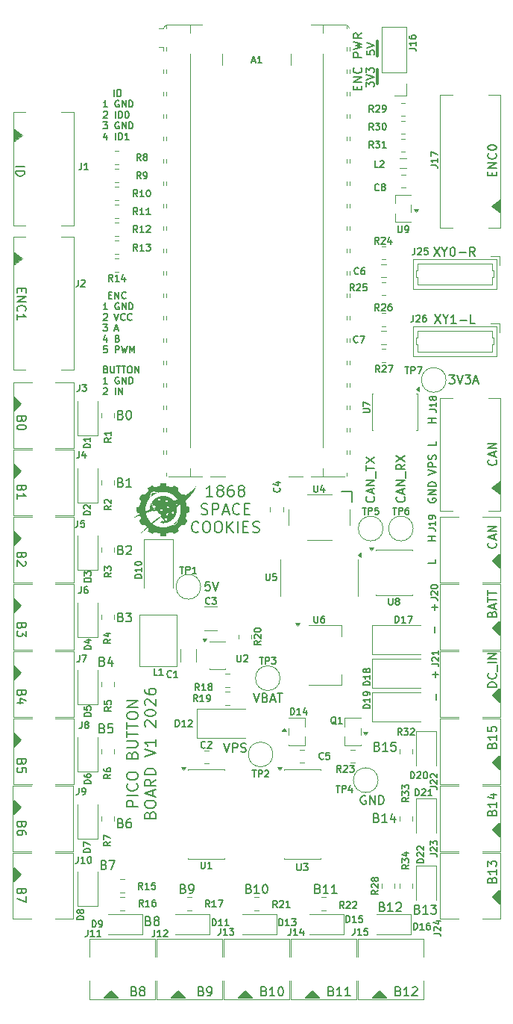
<source format=gto>
%TF.GenerationSoftware,KiCad,Pcbnew,9.0.6-9.0.6~ubuntu24.04.1*%
%TF.CreationDate,2025-12-31T11:48:36-08:00*%
%TF.ProjectId,Pico-ButtonBoard-v1,5069636f-2d42-4757-9474-6f6e426f6172,1*%
%TF.SameCoordinates,Original*%
%TF.FileFunction,Legend,Top*%
%TF.FilePolarity,Positive*%
%FSLAX46Y46*%
G04 Gerber Fmt 4.6, Leading zero omitted, Abs format (unit mm)*
G04 Created by KiCad (PCBNEW 9.0.6-9.0.6~ubuntu24.04.1) date 2025-12-31 11:48:36*
%MOMM*%
%LPD*%
G01*
G04 APERTURE LIST*
%ADD10C,0.304800*%
%ADD11C,0.127000*%
%ADD12C,0.152400*%
%ADD13C,0.177800*%
%ADD14C,0.150000*%
%ADD15C,0.120000*%
%ADD16C,0.200000*%
%ADD17C,0.100000*%
%ADD18C,0.000000*%
G04 APERTURE END LIST*
D10*
X217551000Y-72136000D02*
X217551000Y-73787000D01*
X217551000Y-75311000D02*
X217551000Y-76962000D01*
D11*
X216343400Y-73194333D02*
X216343400Y-73617666D01*
X216343400Y-73617666D02*
X216766733Y-73659999D01*
X216766733Y-73659999D02*
X216724400Y-73617666D01*
X216724400Y-73617666D02*
X216682067Y-73532999D01*
X216682067Y-73532999D02*
X216682067Y-73321333D01*
X216682067Y-73321333D02*
X216724400Y-73236666D01*
X216724400Y-73236666D02*
X216766733Y-73194333D01*
X216766733Y-73194333D02*
X216851400Y-73151999D01*
X216851400Y-73151999D02*
X217063067Y-73151999D01*
X217063067Y-73151999D02*
X217147733Y-73194333D01*
X217147733Y-73194333D02*
X217190067Y-73236666D01*
X217190067Y-73236666D02*
X217232400Y-73321333D01*
X217232400Y-73321333D02*
X217232400Y-73532999D01*
X217232400Y-73532999D02*
X217190067Y-73617666D01*
X217190067Y-73617666D02*
X217147733Y-73659999D01*
X216343400Y-72897999D02*
X217232400Y-72601666D01*
X217232400Y-72601666D02*
X216343400Y-72305332D01*
D12*
X224165279Y-128777999D02*
X223276279Y-128777999D01*
X223699612Y-128777999D02*
X223699612Y-128269999D01*
X224165279Y-128269999D02*
X223276279Y-128269999D01*
D11*
X187658922Y-78388681D02*
X187658922Y-77626681D01*
X188021779Y-78388681D02*
X188021779Y-77626681D01*
X188021779Y-77626681D02*
X188203208Y-77626681D01*
X188203208Y-77626681D02*
X188312065Y-77662967D01*
X188312065Y-77662967D02*
X188384636Y-77735538D01*
X188384636Y-77735538D02*
X188420922Y-77808110D01*
X188420922Y-77808110D02*
X188457208Y-77953253D01*
X188457208Y-77953253D02*
X188457208Y-78062110D01*
X188457208Y-78062110D02*
X188420922Y-78207253D01*
X188420922Y-78207253D02*
X188384636Y-78279824D01*
X188384636Y-78279824D02*
X188312065Y-78352396D01*
X188312065Y-78352396D02*
X188203208Y-78388681D01*
X188203208Y-78388681D02*
X188021779Y-78388681D01*
X186896923Y-79615458D02*
X186461494Y-79615458D01*
X186679209Y-79615458D02*
X186679209Y-78853458D01*
X186679209Y-78853458D02*
X186606637Y-78962315D01*
X186606637Y-78962315D02*
X186534066Y-79034887D01*
X186534066Y-79034887D02*
X186461494Y-79071173D01*
X188203208Y-78889744D02*
X188130637Y-78853458D01*
X188130637Y-78853458D02*
X188021779Y-78853458D01*
X188021779Y-78853458D02*
X187912922Y-78889744D01*
X187912922Y-78889744D02*
X187840351Y-78962315D01*
X187840351Y-78962315D02*
X187804065Y-79034887D01*
X187804065Y-79034887D02*
X187767779Y-79180030D01*
X187767779Y-79180030D02*
X187767779Y-79288887D01*
X187767779Y-79288887D02*
X187804065Y-79434030D01*
X187804065Y-79434030D02*
X187840351Y-79506601D01*
X187840351Y-79506601D02*
X187912922Y-79579173D01*
X187912922Y-79579173D02*
X188021779Y-79615458D01*
X188021779Y-79615458D02*
X188094351Y-79615458D01*
X188094351Y-79615458D02*
X188203208Y-79579173D01*
X188203208Y-79579173D02*
X188239494Y-79542887D01*
X188239494Y-79542887D02*
X188239494Y-79288887D01*
X188239494Y-79288887D02*
X188094351Y-79288887D01*
X188566065Y-79615458D02*
X188566065Y-78853458D01*
X188566065Y-78853458D02*
X189001494Y-79615458D01*
X189001494Y-79615458D02*
X189001494Y-78853458D01*
X189364351Y-79615458D02*
X189364351Y-78853458D01*
X189364351Y-78853458D02*
X189545780Y-78853458D01*
X189545780Y-78853458D02*
X189654637Y-78889744D01*
X189654637Y-78889744D02*
X189727208Y-78962315D01*
X189727208Y-78962315D02*
X189763494Y-79034887D01*
X189763494Y-79034887D02*
X189799780Y-79180030D01*
X189799780Y-79180030D02*
X189799780Y-79288887D01*
X189799780Y-79288887D02*
X189763494Y-79434030D01*
X189763494Y-79434030D02*
X189727208Y-79506601D01*
X189727208Y-79506601D02*
X189654637Y-79579173D01*
X189654637Y-79579173D02*
X189545780Y-79615458D01*
X189545780Y-79615458D02*
X189364351Y-79615458D01*
X186461494Y-80152807D02*
X186497780Y-80116521D01*
X186497780Y-80116521D02*
X186570352Y-80080235D01*
X186570352Y-80080235D02*
X186751780Y-80080235D01*
X186751780Y-80080235D02*
X186824352Y-80116521D01*
X186824352Y-80116521D02*
X186860637Y-80152807D01*
X186860637Y-80152807D02*
X186896923Y-80225378D01*
X186896923Y-80225378D02*
X186896923Y-80297950D01*
X186896923Y-80297950D02*
X186860637Y-80406807D01*
X186860637Y-80406807D02*
X186425209Y-80842235D01*
X186425209Y-80842235D02*
X186896923Y-80842235D01*
X187804065Y-80842235D02*
X187804065Y-80080235D01*
X188166922Y-80842235D02*
X188166922Y-80080235D01*
X188166922Y-80080235D02*
X188348351Y-80080235D01*
X188348351Y-80080235D02*
X188457208Y-80116521D01*
X188457208Y-80116521D02*
X188529779Y-80189092D01*
X188529779Y-80189092D02*
X188566065Y-80261664D01*
X188566065Y-80261664D02*
X188602351Y-80406807D01*
X188602351Y-80406807D02*
X188602351Y-80515664D01*
X188602351Y-80515664D02*
X188566065Y-80660807D01*
X188566065Y-80660807D02*
X188529779Y-80733378D01*
X188529779Y-80733378D02*
X188457208Y-80805950D01*
X188457208Y-80805950D02*
X188348351Y-80842235D01*
X188348351Y-80842235D02*
X188166922Y-80842235D01*
X189074065Y-80080235D02*
X189146636Y-80080235D01*
X189146636Y-80080235D02*
X189219208Y-80116521D01*
X189219208Y-80116521D02*
X189255494Y-80152807D01*
X189255494Y-80152807D02*
X189291779Y-80225378D01*
X189291779Y-80225378D02*
X189328065Y-80370521D01*
X189328065Y-80370521D02*
X189328065Y-80551950D01*
X189328065Y-80551950D02*
X189291779Y-80697092D01*
X189291779Y-80697092D02*
X189255494Y-80769664D01*
X189255494Y-80769664D02*
X189219208Y-80805950D01*
X189219208Y-80805950D02*
X189146636Y-80842235D01*
X189146636Y-80842235D02*
X189074065Y-80842235D01*
X189074065Y-80842235D02*
X189001494Y-80805950D01*
X189001494Y-80805950D02*
X188965208Y-80769664D01*
X188965208Y-80769664D02*
X188928922Y-80697092D01*
X188928922Y-80697092D02*
X188892636Y-80551950D01*
X188892636Y-80551950D02*
X188892636Y-80370521D01*
X188892636Y-80370521D02*
X188928922Y-80225378D01*
X188928922Y-80225378D02*
X188965208Y-80152807D01*
X188965208Y-80152807D02*
X189001494Y-80116521D01*
X189001494Y-80116521D02*
X189074065Y-80080235D01*
X186425209Y-81307012D02*
X186896923Y-81307012D01*
X186896923Y-81307012D02*
X186642923Y-81597298D01*
X186642923Y-81597298D02*
X186751780Y-81597298D01*
X186751780Y-81597298D02*
X186824352Y-81633584D01*
X186824352Y-81633584D02*
X186860637Y-81669869D01*
X186860637Y-81669869D02*
X186896923Y-81742441D01*
X186896923Y-81742441D02*
X186896923Y-81923869D01*
X186896923Y-81923869D02*
X186860637Y-81996441D01*
X186860637Y-81996441D02*
X186824352Y-82032727D01*
X186824352Y-82032727D02*
X186751780Y-82069012D01*
X186751780Y-82069012D02*
X186534066Y-82069012D01*
X186534066Y-82069012D02*
X186461494Y-82032727D01*
X186461494Y-82032727D02*
X186425209Y-81996441D01*
X188203208Y-81343298D02*
X188130637Y-81307012D01*
X188130637Y-81307012D02*
X188021779Y-81307012D01*
X188021779Y-81307012D02*
X187912922Y-81343298D01*
X187912922Y-81343298D02*
X187840351Y-81415869D01*
X187840351Y-81415869D02*
X187804065Y-81488441D01*
X187804065Y-81488441D02*
X187767779Y-81633584D01*
X187767779Y-81633584D02*
X187767779Y-81742441D01*
X187767779Y-81742441D02*
X187804065Y-81887584D01*
X187804065Y-81887584D02*
X187840351Y-81960155D01*
X187840351Y-81960155D02*
X187912922Y-82032727D01*
X187912922Y-82032727D02*
X188021779Y-82069012D01*
X188021779Y-82069012D02*
X188094351Y-82069012D01*
X188094351Y-82069012D02*
X188203208Y-82032727D01*
X188203208Y-82032727D02*
X188239494Y-81996441D01*
X188239494Y-81996441D02*
X188239494Y-81742441D01*
X188239494Y-81742441D02*
X188094351Y-81742441D01*
X188566065Y-82069012D02*
X188566065Y-81307012D01*
X188566065Y-81307012D02*
X189001494Y-82069012D01*
X189001494Y-82069012D02*
X189001494Y-81307012D01*
X189364351Y-82069012D02*
X189364351Y-81307012D01*
X189364351Y-81307012D02*
X189545780Y-81307012D01*
X189545780Y-81307012D02*
X189654637Y-81343298D01*
X189654637Y-81343298D02*
X189727208Y-81415869D01*
X189727208Y-81415869D02*
X189763494Y-81488441D01*
X189763494Y-81488441D02*
X189799780Y-81633584D01*
X189799780Y-81633584D02*
X189799780Y-81742441D01*
X189799780Y-81742441D02*
X189763494Y-81887584D01*
X189763494Y-81887584D02*
X189727208Y-81960155D01*
X189727208Y-81960155D02*
X189654637Y-82032727D01*
X189654637Y-82032727D02*
X189545780Y-82069012D01*
X189545780Y-82069012D02*
X189364351Y-82069012D01*
X186824352Y-82787789D02*
X186824352Y-83295789D01*
X186642923Y-82497504D02*
X186461494Y-83041789D01*
X186461494Y-83041789D02*
X186933209Y-83041789D01*
X187804065Y-83295789D02*
X187804065Y-82533789D01*
X188166922Y-83295789D02*
X188166922Y-82533789D01*
X188166922Y-82533789D02*
X188348351Y-82533789D01*
X188348351Y-82533789D02*
X188457208Y-82570075D01*
X188457208Y-82570075D02*
X188529779Y-82642646D01*
X188529779Y-82642646D02*
X188566065Y-82715218D01*
X188566065Y-82715218D02*
X188602351Y-82860361D01*
X188602351Y-82860361D02*
X188602351Y-82969218D01*
X188602351Y-82969218D02*
X188566065Y-83114361D01*
X188566065Y-83114361D02*
X188529779Y-83186932D01*
X188529779Y-83186932D02*
X188457208Y-83259504D01*
X188457208Y-83259504D02*
X188348351Y-83295789D01*
X188348351Y-83295789D02*
X188166922Y-83295789D01*
X189328065Y-83295789D02*
X188892636Y-83295789D01*
X189110351Y-83295789D02*
X189110351Y-82533789D01*
X189110351Y-82533789D02*
X189037779Y-82642646D01*
X189037779Y-82642646D02*
X188965208Y-82715218D01*
X188965208Y-82715218D02*
X188892636Y-82751504D01*
D12*
X224190679Y-115392199D02*
X223301679Y-115392199D01*
X223725012Y-115392199D02*
X223725012Y-114884199D01*
X224190679Y-114884199D02*
X223301679Y-114884199D01*
X223344012Y-123968932D02*
X223301679Y-124053599D01*
X223301679Y-124053599D02*
X223301679Y-124180599D01*
X223301679Y-124180599D02*
X223344012Y-124307599D01*
X223344012Y-124307599D02*
X223428679Y-124392266D01*
X223428679Y-124392266D02*
X223513346Y-124434599D01*
X223513346Y-124434599D02*
X223682679Y-124476932D01*
X223682679Y-124476932D02*
X223809679Y-124476932D01*
X223809679Y-124476932D02*
X223979012Y-124434599D01*
X223979012Y-124434599D02*
X224063679Y-124392266D01*
X224063679Y-124392266D02*
X224148346Y-124307599D01*
X224148346Y-124307599D02*
X224190679Y-124180599D01*
X224190679Y-124180599D02*
X224190679Y-124095932D01*
X224190679Y-124095932D02*
X224148346Y-123968932D01*
X224148346Y-123968932D02*
X224106012Y-123926599D01*
X224106012Y-123926599D02*
X223809679Y-123926599D01*
X223809679Y-123926599D02*
X223809679Y-124095932D01*
X224190679Y-123545599D02*
X223301679Y-123545599D01*
X223301679Y-123545599D02*
X224190679Y-123037599D01*
X224190679Y-123037599D02*
X223301679Y-123037599D01*
X224190679Y-122614266D02*
X223301679Y-122614266D01*
X223301679Y-122614266D02*
X223301679Y-122402599D01*
X223301679Y-122402599D02*
X223344012Y-122275599D01*
X223344012Y-122275599D02*
X223428679Y-122190933D01*
X223428679Y-122190933D02*
X223513346Y-122148599D01*
X223513346Y-122148599D02*
X223682679Y-122106266D01*
X223682679Y-122106266D02*
X223809679Y-122106266D01*
X223809679Y-122106266D02*
X223979012Y-122148599D01*
X223979012Y-122148599D02*
X224063679Y-122190933D01*
X224063679Y-122190933D02*
X224148346Y-122275599D01*
X224148346Y-122275599D02*
X224190679Y-122402599D01*
X224190679Y-122402599D02*
X224190679Y-122614266D01*
D11*
X187078351Y-100925738D02*
X187332351Y-100925738D01*
X187441208Y-101324881D02*
X187078351Y-101324881D01*
X187078351Y-101324881D02*
X187078351Y-100562881D01*
X187078351Y-100562881D02*
X187441208Y-100562881D01*
X187767780Y-101324881D02*
X187767780Y-100562881D01*
X187767780Y-100562881D02*
X188203209Y-101324881D01*
X188203209Y-101324881D02*
X188203209Y-100562881D01*
X189001495Y-101252310D02*
X188965209Y-101288596D01*
X188965209Y-101288596D02*
X188856352Y-101324881D01*
X188856352Y-101324881D02*
X188783780Y-101324881D01*
X188783780Y-101324881D02*
X188674923Y-101288596D01*
X188674923Y-101288596D02*
X188602352Y-101216024D01*
X188602352Y-101216024D02*
X188566066Y-101143453D01*
X188566066Y-101143453D02*
X188529780Y-100998310D01*
X188529780Y-100998310D02*
X188529780Y-100889453D01*
X188529780Y-100889453D02*
X188566066Y-100744310D01*
X188566066Y-100744310D02*
X188602352Y-100671738D01*
X188602352Y-100671738D02*
X188674923Y-100599167D01*
X188674923Y-100599167D02*
X188783780Y-100562881D01*
X188783780Y-100562881D02*
X188856352Y-100562881D01*
X188856352Y-100562881D02*
X188965209Y-100599167D01*
X188965209Y-100599167D02*
X189001495Y-100635453D01*
X186896923Y-102551658D02*
X186461494Y-102551658D01*
X186679209Y-102551658D02*
X186679209Y-101789658D01*
X186679209Y-101789658D02*
X186606637Y-101898515D01*
X186606637Y-101898515D02*
X186534066Y-101971087D01*
X186534066Y-101971087D02*
X186461494Y-102007373D01*
X188203208Y-101825944D02*
X188130637Y-101789658D01*
X188130637Y-101789658D02*
X188021779Y-101789658D01*
X188021779Y-101789658D02*
X187912922Y-101825944D01*
X187912922Y-101825944D02*
X187840351Y-101898515D01*
X187840351Y-101898515D02*
X187804065Y-101971087D01*
X187804065Y-101971087D02*
X187767779Y-102116230D01*
X187767779Y-102116230D02*
X187767779Y-102225087D01*
X187767779Y-102225087D02*
X187804065Y-102370230D01*
X187804065Y-102370230D02*
X187840351Y-102442801D01*
X187840351Y-102442801D02*
X187912922Y-102515373D01*
X187912922Y-102515373D02*
X188021779Y-102551658D01*
X188021779Y-102551658D02*
X188094351Y-102551658D01*
X188094351Y-102551658D02*
X188203208Y-102515373D01*
X188203208Y-102515373D02*
X188239494Y-102479087D01*
X188239494Y-102479087D02*
X188239494Y-102225087D01*
X188239494Y-102225087D02*
X188094351Y-102225087D01*
X188566065Y-102551658D02*
X188566065Y-101789658D01*
X188566065Y-101789658D02*
X189001494Y-102551658D01*
X189001494Y-102551658D02*
X189001494Y-101789658D01*
X189364351Y-102551658D02*
X189364351Y-101789658D01*
X189364351Y-101789658D02*
X189545780Y-101789658D01*
X189545780Y-101789658D02*
X189654637Y-101825944D01*
X189654637Y-101825944D02*
X189727208Y-101898515D01*
X189727208Y-101898515D02*
X189763494Y-101971087D01*
X189763494Y-101971087D02*
X189799780Y-102116230D01*
X189799780Y-102116230D02*
X189799780Y-102225087D01*
X189799780Y-102225087D02*
X189763494Y-102370230D01*
X189763494Y-102370230D02*
X189727208Y-102442801D01*
X189727208Y-102442801D02*
X189654637Y-102515373D01*
X189654637Y-102515373D02*
X189545780Y-102551658D01*
X189545780Y-102551658D02*
X189364351Y-102551658D01*
X186461494Y-103089007D02*
X186497780Y-103052721D01*
X186497780Y-103052721D02*
X186570352Y-103016435D01*
X186570352Y-103016435D02*
X186751780Y-103016435D01*
X186751780Y-103016435D02*
X186824352Y-103052721D01*
X186824352Y-103052721D02*
X186860637Y-103089007D01*
X186860637Y-103089007D02*
X186896923Y-103161578D01*
X186896923Y-103161578D02*
X186896923Y-103234150D01*
X186896923Y-103234150D02*
X186860637Y-103343007D01*
X186860637Y-103343007D02*
X186425209Y-103778435D01*
X186425209Y-103778435D02*
X186896923Y-103778435D01*
X187695208Y-103016435D02*
X187949208Y-103778435D01*
X187949208Y-103778435D02*
X188203208Y-103016435D01*
X188892637Y-103705864D02*
X188856351Y-103742150D01*
X188856351Y-103742150D02*
X188747494Y-103778435D01*
X188747494Y-103778435D02*
X188674922Y-103778435D01*
X188674922Y-103778435D02*
X188566065Y-103742150D01*
X188566065Y-103742150D02*
X188493494Y-103669578D01*
X188493494Y-103669578D02*
X188457208Y-103597007D01*
X188457208Y-103597007D02*
X188420922Y-103451864D01*
X188420922Y-103451864D02*
X188420922Y-103343007D01*
X188420922Y-103343007D02*
X188457208Y-103197864D01*
X188457208Y-103197864D02*
X188493494Y-103125292D01*
X188493494Y-103125292D02*
X188566065Y-103052721D01*
X188566065Y-103052721D02*
X188674922Y-103016435D01*
X188674922Y-103016435D02*
X188747494Y-103016435D01*
X188747494Y-103016435D02*
X188856351Y-103052721D01*
X188856351Y-103052721D02*
X188892637Y-103089007D01*
X189654637Y-103705864D02*
X189618351Y-103742150D01*
X189618351Y-103742150D02*
X189509494Y-103778435D01*
X189509494Y-103778435D02*
X189436922Y-103778435D01*
X189436922Y-103778435D02*
X189328065Y-103742150D01*
X189328065Y-103742150D02*
X189255494Y-103669578D01*
X189255494Y-103669578D02*
X189219208Y-103597007D01*
X189219208Y-103597007D02*
X189182922Y-103451864D01*
X189182922Y-103451864D02*
X189182922Y-103343007D01*
X189182922Y-103343007D02*
X189219208Y-103197864D01*
X189219208Y-103197864D02*
X189255494Y-103125292D01*
X189255494Y-103125292D02*
X189328065Y-103052721D01*
X189328065Y-103052721D02*
X189436922Y-103016435D01*
X189436922Y-103016435D02*
X189509494Y-103016435D01*
X189509494Y-103016435D02*
X189618351Y-103052721D01*
X189618351Y-103052721D02*
X189654637Y-103089007D01*
X186425209Y-104243212D02*
X186896923Y-104243212D01*
X186896923Y-104243212D02*
X186642923Y-104533498D01*
X186642923Y-104533498D02*
X186751780Y-104533498D01*
X186751780Y-104533498D02*
X186824352Y-104569784D01*
X186824352Y-104569784D02*
X186860637Y-104606069D01*
X186860637Y-104606069D02*
X186896923Y-104678641D01*
X186896923Y-104678641D02*
X186896923Y-104860069D01*
X186896923Y-104860069D02*
X186860637Y-104932641D01*
X186860637Y-104932641D02*
X186824352Y-104968927D01*
X186824352Y-104968927D02*
X186751780Y-105005212D01*
X186751780Y-105005212D02*
X186534066Y-105005212D01*
X186534066Y-105005212D02*
X186461494Y-104968927D01*
X186461494Y-104968927D02*
X186425209Y-104932641D01*
X187767779Y-104787498D02*
X188130637Y-104787498D01*
X187695208Y-105005212D02*
X187949208Y-104243212D01*
X187949208Y-104243212D02*
X188203208Y-105005212D01*
X186824352Y-105723989D02*
X186824352Y-106231989D01*
X186642923Y-105433704D02*
X186461494Y-105977989D01*
X186461494Y-105977989D02*
X186933209Y-105977989D01*
X188058065Y-105832846D02*
X188166922Y-105869132D01*
X188166922Y-105869132D02*
X188203208Y-105905418D01*
X188203208Y-105905418D02*
X188239494Y-105977989D01*
X188239494Y-105977989D02*
X188239494Y-106086846D01*
X188239494Y-106086846D02*
X188203208Y-106159418D01*
X188203208Y-106159418D02*
X188166922Y-106195704D01*
X188166922Y-106195704D02*
X188094351Y-106231989D01*
X188094351Y-106231989D02*
X187804065Y-106231989D01*
X187804065Y-106231989D02*
X187804065Y-105469989D01*
X187804065Y-105469989D02*
X188058065Y-105469989D01*
X188058065Y-105469989D02*
X188130637Y-105506275D01*
X188130637Y-105506275D02*
X188166922Y-105542561D01*
X188166922Y-105542561D02*
X188203208Y-105615132D01*
X188203208Y-105615132D02*
X188203208Y-105687704D01*
X188203208Y-105687704D02*
X188166922Y-105760275D01*
X188166922Y-105760275D02*
X188130637Y-105796561D01*
X188130637Y-105796561D02*
X188058065Y-105832846D01*
X188058065Y-105832846D02*
X187804065Y-105832846D01*
X186860637Y-106696766D02*
X186497780Y-106696766D01*
X186497780Y-106696766D02*
X186461494Y-107059623D01*
X186461494Y-107059623D02*
X186497780Y-107023338D01*
X186497780Y-107023338D02*
X186570352Y-106987052D01*
X186570352Y-106987052D02*
X186751780Y-106987052D01*
X186751780Y-106987052D02*
X186824352Y-107023338D01*
X186824352Y-107023338D02*
X186860637Y-107059623D01*
X186860637Y-107059623D02*
X186896923Y-107132195D01*
X186896923Y-107132195D02*
X186896923Y-107313623D01*
X186896923Y-107313623D02*
X186860637Y-107386195D01*
X186860637Y-107386195D02*
X186824352Y-107422481D01*
X186824352Y-107422481D02*
X186751780Y-107458766D01*
X186751780Y-107458766D02*
X186570352Y-107458766D01*
X186570352Y-107458766D02*
X186497780Y-107422481D01*
X186497780Y-107422481D02*
X186461494Y-107386195D01*
X187804065Y-107458766D02*
X187804065Y-106696766D01*
X187804065Y-106696766D02*
X188094351Y-106696766D01*
X188094351Y-106696766D02*
X188166922Y-106733052D01*
X188166922Y-106733052D02*
X188203208Y-106769338D01*
X188203208Y-106769338D02*
X188239494Y-106841909D01*
X188239494Y-106841909D02*
X188239494Y-106950766D01*
X188239494Y-106950766D02*
X188203208Y-107023338D01*
X188203208Y-107023338D02*
X188166922Y-107059623D01*
X188166922Y-107059623D02*
X188094351Y-107095909D01*
X188094351Y-107095909D02*
X187804065Y-107095909D01*
X188493494Y-106696766D02*
X188674922Y-107458766D01*
X188674922Y-107458766D02*
X188820065Y-106914481D01*
X188820065Y-106914481D02*
X188965208Y-107458766D01*
X188965208Y-107458766D02*
X189146637Y-106696766D01*
X189436922Y-107458766D02*
X189436922Y-106696766D01*
X189436922Y-106696766D02*
X189690922Y-107241052D01*
X189690922Y-107241052D02*
X189944922Y-106696766D01*
X189944922Y-106696766D02*
X189944922Y-107458766D01*
X216292600Y-77300667D02*
X216292600Y-76750333D01*
X216292600Y-76750333D02*
X216631267Y-77046667D01*
X216631267Y-77046667D02*
X216631267Y-76919667D01*
X216631267Y-76919667D02*
X216673600Y-76835000D01*
X216673600Y-76835000D02*
X216715933Y-76792667D01*
X216715933Y-76792667D02*
X216800600Y-76750333D01*
X216800600Y-76750333D02*
X217012267Y-76750333D01*
X217012267Y-76750333D02*
X217096933Y-76792667D01*
X217096933Y-76792667D02*
X217139267Y-76835000D01*
X217139267Y-76835000D02*
X217181600Y-76919667D01*
X217181600Y-76919667D02*
X217181600Y-77173667D01*
X217181600Y-77173667D02*
X217139267Y-77258333D01*
X217139267Y-77258333D02*
X217096933Y-77300667D01*
X216292600Y-76496333D02*
X217181600Y-76200000D01*
X217181600Y-76200000D02*
X216292600Y-75903666D01*
X216292600Y-75692000D02*
X216292600Y-75141666D01*
X216292600Y-75141666D02*
X216631267Y-75438000D01*
X216631267Y-75438000D02*
X216631267Y-75311000D01*
X216631267Y-75311000D02*
X216673600Y-75226333D01*
X216673600Y-75226333D02*
X216715933Y-75184000D01*
X216715933Y-75184000D02*
X216800600Y-75141666D01*
X216800600Y-75141666D02*
X217012267Y-75141666D01*
X217012267Y-75141666D02*
X217096933Y-75184000D01*
X217096933Y-75184000D02*
X217139267Y-75226333D01*
X217139267Y-75226333D02*
X217181600Y-75311000D01*
X217181600Y-75311000D02*
X217181600Y-75565000D01*
X217181600Y-75565000D02*
X217139267Y-75649666D01*
X217139267Y-75649666D02*
X217096933Y-75692000D01*
D12*
X224182212Y-144229666D02*
X224182212Y-143552333D01*
X224520879Y-143890999D02*
X223843546Y-143890999D01*
X224080612Y-139149666D02*
X224080612Y-138472333D01*
X224080612Y-136609666D02*
X224080612Y-135932333D01*
X224419279Y-136270999D02*
X223741946Y-136270999D01*
X224165279Y-130915833D02*
X224165279Y-131339166D01*
X224165279Y-131339166D02*
X223276279Y-131339166D01*
D13*
X198852971Y-123755597D02*
X198127256Y-123755597D01*
X198490113Y-123755597D02*
X198490113Y-122485597D01*
X198490113Y-122485597D02*
X198369161Y-122667025D01*
X198369161Y-122667025D02*
X198248209Y-122787978D01*
X198248209Y-122787978D02*
X198127256Y-122848454D01*
X199578685Y-123029882D02*
X199457733Y-122969406D01*
X199457733Y-122969406D02*
X199397256Y-122908930D01*
X199397256Y-122908930D02*
X199336780Y-122787978D01*
X199336780Y-122787978D02*
X199336780Y-122727501D01*
X199336780Y-122727501D02*
X199397256Y-122606549D01*
X199397256Y-122606549D02*
X199457733Y-122546073D01*
X199457733Y-122546073D02*
X199578685Y-122485597D01*
X199578685Y-122485597D02*
X199820590Y-122485597D01*
X199820590Y-122485597D02*
X199941542Y-122546073D01*
X199941542Y-122546073D02*
X200002018Y-122606549D01*
X200002018Y-122606549D02*
X200062495Y-122727501D01*
X200062495Y-122727501D02*
X200062495Y-122787978D01*
X200062495Y-122787978D02*
X200002018Y-122908930D01*
X200002018Y-122908930D02*
X199941542Y-122969406D01*
X199941542Y-122969406D02*
X199820590Y-123029882D01*
X199820590Y-123029882D02*
X199578685Y-123029882D01*
X199578685Y-123029882D02*
X199457733Y-123090359D01*
X199457733Y-123090359D02*
X199397256Y-123150835D01*
X199397256Y-123150835D02*
X199336780Y-123271787D01*
X199336780Y-123271787D02*
X199336780Y-123513692D01*
X199336780Y-123513692D02*
X199397256Y-123634644D01*
X199397256Y-123634644D02*
X199457733Y-123695121D01*
X199457733Y-123695121D02*
X199578685Y-123755597D01*
X199578685Y-123755597D02*
X199820590Y-123755597D01*
X199820590Y-123755597D02*
X199941542Y-123695121D01*
X199941542Y-123695121D02*
X200002018Y-123634644D01*
X200002018Y-123634644D02*
X200062495Y-123513692D01*
X200062495Y-123513692D02*
X200062495Y-123271787D01*
X200062495Y-123271787D02*
X200002018Y-123150835D01*
X200002018Y-123150835D02*
X199941542Y-123090359D01*
X199941542Y-123090359D02*
X199820590Y-123029882D01*
X201151066Y-122485597D02*
X200909161Y-122485597D01*
X200909161Y-122485597D02*
X200788209Y-122546073D01*
X200788209Y-122546073D02*
X200727733Y-122606549D01*
X200727733Y-122606549D02*
X200606780Y-122787978D01*
X200606780Y-122787978D02*
X200546304Y-123029882D01*
X200546304Y-123029882D02*
X200546304Y-123513692D01*
X200546304Y-123513692D02*
X200606780Y-123634644D01*
X200606780Y-123634644D02*
X200667257Y-123695121D01*
X200667257Y-123695121D02*
X200788209Y-123755597D01*
X200788209Y-123755597D02*
X201030114Y-123755597D01*
X201030114Y-123755597D02*
X201151066Y-123695121D01*
X201151066Y-123695121D02*
X201211542Y-123634644D01*
X201211542Y-123634644D02*
X201272019Y-123513692D01*
X201272019Y-123513692D02*
X201272019Y-123211311D01*
X201272019Y-123211311D02*
X201211542Y-123090359D01*
X201211542Y-123090359D02*
X201151066Y-123029882D01*
X201151066Y-123029882D02*
X201030114Y-122969406D01*
X201030114Y-122969406D02*
X200788209Y-122969406D01*
X200788209Y-122969406D02*
X200667257Y-123029882D01*
X200667257Y-123029882D02*
X200606780Y-123090359D01*
X200606780Y-123090359D02*
X200546304Y-123211311D01*
X201997733Y-123029882D02*
X201876781Y-122969406D01*
X201876781Y-122969406D02*
X201816304Y-122908930D01*
X201816304Y-122908930D02*
X201755828Y-122787978D01*
X201755828Y-122787978D02*
X201755828Y-122727501D01*
X201755828Y-122727501D02*
X201816304Y-122606549D01*
X201816304Y-122606549D02*
X201876781Y-122546073D01*
X201876781Y-122546073D02*
X201997733Y-122485597D01*
X201997733Y-122485597D02*
X202239638Y-122485597D01*
X202239638Y-122485597D02*
X202360590Y-122546073D01*
X202360590Y-122546073D02*
X202421066Y-122606549D01*
X202421066Y-122606549D02*
X202481543Y-122727501D01*
X202481543Y-122727501D02*
X202481543Y-122787978D01*
X202481543Y-122787978D02*
X202421066Y-122908930D01*
X202421066Y-122908930D02*
X202360590Y-122969406D01*
X202360590Y-122969406D02*
X202239638Y-123029882D01*
X202239638Y-123029882D02*
X201997733Y-123029882D01*
X201997733Y-123029882D02*
X201876781Y-123090359D01*
X201876781Y-123090359D02*
X201816304Y-123150835D01*
X201816304Y-123150835D02*
X201755828Y-123271787D01*
X201755828Y-123271787D02*
X201755828Y-123513692D01*
X201755828Y-123513692D02*
X201816304Y-123634644D01*
X201816304Y-123634644D02*
X201876781Y-123695121D01*
X201876781Y-123695121D02*
X201997733Y-123755597D01*
X201997733Y-123755597D02*
X202239638Y-123755597D01*
X202239638Y-123755597D02*
X202360590Y-123695121D01*
X202360590Y-123695121D02*
X202421066Y-123634644D01*
X202421066Y-123634644D02*
X202481543Y-123513692D01*
X202481543Y-123513692D02*
X202481543Y-123271787D01*
X202481543Y-123271787D02*
X202421066Y-123150835D01*
X202421066Y-123150835D02*
X202360590Y-123090359D01*
X202360590Y-123090359D02*
X202239638Y-123029882D01*
X197552733Y-125739750D02*
X197734162Y-125800226D01*
X197734162Y-125800226D02*
X198036543Y-125800226D01*
X198036543Y-125800226D02*
X198157495Y-125739750D01*
X198157495Y-125739750D02*
X198217971Y-125679273D01*
X198217971Y-125679273D02*
X198278448Y-125558321D01*
X198278448Y-125558321D02*
X198278448Y-125437369D01*
X198278448Y-125437369D02*
X198217971Y-125316416D01*
X198217971Y-125316416D02*
X198157495Y-125255940D01*
X198157495Y-125255940D02*
X198036543Y-125195464D01*
X198036543Y-125195464D02*
X197794638Y-125134988D01*
X197794638Y-125134988D02*
X197673686Y-125074511D01*
X197673686Y-125074511D02*
X197613209Y-125014035D01*
X197613209Y-125014035D02*
X197552733Y-124893083D01*
X197552733Y-124893083D02*
X197552733Y-124772130D01*
X197552733Y-124772130D02*
X197613209Y-124651178D01*
X197613209Y-124651178D02*
X197673686Y-124590702D01*
X197673686Y-124590702D02*
X197794638Y-124530226D01*
X197794638Y-124530226D02*
X198097019Y-124530226D01*
X198097019Y-124530226D02*
X198278448Y-124590702D01*
X198822733Y-125800226D02*
X198822733Y-124530226D01*
X198822733Y-124530226D02*
X199306543Y-124530226D01*
X199306543Y-124530226D02*
X199427495Y-124590702D01*
X199427495Y-124590702D02*
X199487972Y-124651178D01*
X199487972Y-124651178D02*
X199548448Y-124772130D01*
X199548448Y-124772130D02*
X199548448Y-124953559D01*
X199548448Y-124953559D02*
X199487972Y-125074511D01*
X199487972Y-125074511D02*
X199427495Y-125134988D01*
X199427495Y-125134988D02*
X199306543Y-125195464D01*
X199306543Y-125195464D02*
X198822733Y-125195464D01*
X200032257Y-125437369D02*
X200637019Y-125437369D01*
X199911305Y-125800226D02*
X200334638Y-124530226D01*
X200334638Y-124530226D02*
X200757972Y-125800226D01*
X201907019Y-125679273D02*
X201846543Y-125739750D01*
X201846543Y-125739750D02*
X201665114Y-125800226D01*
X201665114Y-125800226D02*
X201544162Y-125800226D01*
X201544162Y-125800226D02*
X201362733Y-125739750D01*
X201362733Y-125739750D02*
X201241781Y-125618797D01*
X201241781Y-125618797D02*
X201181304Y-125497845D01*
X201181304Y-125497845D02*
X201120828Y-125255940D01*
X201120828Y-125255940D02*
X201120828Y-125074511D01*
X201120828Y-125074511D02*
X201181304Y-124832607D01*
X201181304Y-124832607D02*
X201241781Y-124711654D01*
X201241781Y-124711654D02*
X201362733Y-124590702D01*
X201362733Y-124590702D02*
X201544162Y-124530226D01*
X201544162Y-124530226D02*
X201665114Y-124530226D01*
X201665114Y-124530226D02*
X201846543Y-124590702D01*
X201846543Y-124590702D02*
X201907019Y-124651178D01*
X202451304Y-125134988D02*
X202874638Y-125134988D01*
X203056066Y-125800226D02*
X202451304Y-125800226D01*
X202451304Y-125800226D02*
X202451304Y-124530226D01*
X202451304Y-124530226D02*
X203056066Y-124530226D01*
X197250352Y-127723902D02*
X197189876Y-127784379D01*
X197189876Y-127784379D02*
X197008447Y-127844855D01*
X197008447Y-127844855D02*
X196887495Y-127844855D01*
X196887495Y-127844855D02*
X196706066Y-127784379D01*
X196706066Y-127784379D02*
X196585114Y-127663426D01*
X196585114Y-127663426D02*
X196524637Y-127542474D01*
X196524637Y-127542474D02*
X196464161Y-127300569D01*
X196464161Y-127300569D02*
X196464161Y-127119140D01*
X196464161Y-127119140D02*
X196524637Y-126877236D01*
X196524637Y-126877236D02*
X196585114Y-126756283D01*
X196585114Y-126756283D02*
X196706066Y-126635331D01*
X196706066Y-126635331D02*
X196887495Y-126574855D01*
X196887495Y-126574855D02*
X197008447Y-126574855D01*
X197008447Y-126574855D02*
X197189876Y-126635331D01*
X197189876Y-126635331D02*
X197250352Y-126695807D01*
X198036542Y-126574855D02*
X198278447Y-126574855D01*
X198278447Y-126574855D02*
X198399399Y-126635331D01*
X198399399Y-126635331D02*
X198520352Y-126756283D01*
X198520352Y-126756283D02*
X198580828Y-126998188D01*
X198580828Y-126998188D02*
X198580828Y-127421521D01*
X198580828Y-127421521D02*
X198520352Y-127663426D01*
X198520352Y-127663426D02*
X198399399Y-127784379D01*
X198399399Y-127784379D02*
X198278447Y-127844855D01*
X198278447Y-127844855D02*
X198036542Y-127844855D01*
X198036542Y-127844855D02*
X197915590Y-127784379D01*
X197915590Y-127784379D02*
X197794637Y-127663426D01*
X197794637Y-127663426D02*
X197734161Y-127421521D01*
X197734161Y-127421521D02*
X197734161Y-126998188D01*
X197734161Y-126998188D02*
X197794637Y-126756283D01*
X197794637Y-126756283D02*
X197915590Y-126635331D01*
X197915590Y-126635331D02*
X198036542Y-126574855D01*
X199367018Y-126574855D02*
X199608923Y-126574855D01*
X199608923Y-126574855D02*
X199729875Y-126635331D01*
X199729875Y-126635331D02*
X199850828Y-126756283D01*
X199850828Y-126756283D02*
X199911304Y-126998188D01*
X199911304Y-126998188D02*
X199911304Y-127421521D01*
X199911304Y-127421521D02*
X199850828Y-127663426D01*
X199850828Y-127663426D02*
X199729875Y-127784379D01*
X199729875Y-127784379D02*
X199608923Y-127844855D01*
X199608923Y-127844855D02*
X199367018Y-127844855D01*
X199367018Y-127844855D02*
X199246066Y-127784379D01*
X199246066Y-127784379D02*
X199125113Y-127663426D01*
X199125113Y-127663426D02*
X199064637Y-127421521D01*
X199064637Y-127421521D02*
X199064637Y-126998188D01*
X199064637Y-126998188D02*
X199125113Y-126756283D01*
X199125113Y-126756283D02*
X199246066Y-126635331D01*
X199246066Y-126635331D02*
X199367018Y-126574855D01*
X200455589Y-127844855D02*
X200455589Y-126574855D01*
X201181304Y-127844855D02*
X200637018Y-127119140D01*
X201181304Y-126574855D02*
X200455589Y-127300569D01*
X201725589Y-127844855D02*
X201725589Y-126574855D01*
X202330351Y-127179617D02*
X202753685Y-127179617D01*
X202935113Y-127844855D02*
X202330351Y-127844855D01*
X202330351Y-127844855D02*
X202330351Y-126574855D01*
X202330351Y-126574855D02*
X202935113Y-126574855D01*
X203418923Y-127784379D02*
X203600352Y-127844855D01*
X203600352Y-127844855D02*
X203902733Y-127844855D01*
X203902733Y-127844855D02*
X204023685Y-127784379D01*
X204023685Y-127784379D02*
X204084161Y-127723902D01*
X204084161Y-127723902D02*
X204144638Y-127602950D01*
X204144638Y-127602950D02*
X204144638Y-127481998D01*
X204144638Y-127481998D02*
X204084161Y-127361045D01*
X204084161Y-127361045D02*
X204023685Y-127300569D01*
X204023685Y-127300569D02*
X203902733Y-127240093D01*
X203902733Y-127240093D02*
X203660828Y-127179617D01*
X203660828Y-127179617D02*
X203539876Y-127119140D01*
X203539876Y-127119140D02*
X203479399Y-127058664D01*
X203479399Y-127058664D02*
X203418923Y-126937712D01*
X203418923Y-126937712D02*
X203418923Y-126816759D01*
X203418923Y-126816759D02*
X203479399Y-126695807D01*
X203479399Y-126695807D02*
X203539876Y-126635331D01*
X203539876Y-126635331D02*
X203660828Y-126574855D01*
X203660828Y-126574855D02*
X203963209Y-126574855D01*
X203963209Y-126574855D02*
X204144638Y-126635331D01*
D11*
X186751780Y-109333138D02*
X186860637Y-109369424D01*
X186860637Y-109369424D02*
X186896923Y-109405710D01*
X186896923Y-109405710D02*
X186933209Y-109478281D01*
X186933209Y-109478281D02*
X186933209Y-109587138D01*
X186933209Y-109587138D02*
X186896923Y-109659710D01*
X186896923Y-109659710D02*
X186860637Y-109695996D01*
X186860637Y-109695996D02*
X186788066Y-109732281D01*
X186788066Y-109732281D02*
X186497780Y-109732281D01*
X186497780Y-109732281D02*
X186497780Y-108970281D01*
X186497780Y-108970281D02*
X186751780Y-108970281D01*
X186751780Y-108970281D02*
X186824352Y-109006567D01*
X186824352Y-109006567D02*
X186860637Y-109042853D01*
X186860637Y-109042853D02*
X186896923Y-109115424D01*
X186896923Y-109115424D02*
X186896923Y-109187996D01*
X186896923Y-109187996D02*
X186860637Y-109260567D01*
X186860637Y-109260567D02*
X186824352Y-109296853D01*
X186824352Y-109296853D02*
X186751780Y-109333138D01*
X186751780Y-109333138D02*
X186497780Y-109333138D01*
X187259780Y-108970281D02*
X187259780Y-109587138D01*
X187259780Y-109587138D02*
X187296066Y-109659710D01*
X187296066Y-109659710D02*
X187332352Y-109695996D01*
X187332352Y-109695996D02*
X187404923Y-109732281D01*
X187404923Y-109732281D02*
X187550066Y-109732281D01*
X187550066Y-109732281D02*
X187622637Y-109695996D01*
X187622637Y-109695996D02*
X187658923Y-109659710D01*
X187658923Y-109659710D02*
X187695209Y-109587138D01*
X187695209Y-109587138D02*
X187695209Y-108970281D01*
X187949209Y-108970281D02*
X188384638Y-108970281D01*
X188166923Y-109732281D02*
X188166923Y-108970281D01*
X188529780Y-108970281D02*
X188965209Y-108970281D01*
X188747494Y-109732281D02*
X188747494Y-108970281D01*
X189364351Y-108970281D02*
X189509494Y-108970281D01*
X189509494Y-108970281D02*
X189582065Y-109006567D01*
X189582065Y-109006567D02*
X189654637Y-109079138D01*
X189654637Y-109079138D02*
X189690922Y-109224281D01*
X189690922Y-109224281D02*
X189690922Y-109478281D01*
X189690922Y-109478281D02*
X189654637Y-109623424D01*
X189654637Y-109623424D02*
X189582065Y-109695996D01*
X189582065Y-109695996D02*
X189509494Y-109732281D01*
X189509494Y-109732281D02*
X189364351Y-109732281D01*
X189364351Y-109732281D02*
X189291780Y-109695996D01*
X189291780Y-109695996D02*
X189219208Y-109623424D01*
X189219208Y-109623424D02*
X189182922Y-109478281D01*
X189182922Y-109478281D02*
X189182922Y-109224281D01*
X189182922Y-109224281D02*
X189219208Y-109079138D01*
X189219208Y-109079138D02*
X189291780Y-109006567D01*
X189291780Y-109006567D02*
X189364351Y-108970281D01*
X190017494Y-109732281D02*
X190017494Y-108970281D01*
X190017494Y-108970281D02*
X190452923Y-109732281D01*
X190452923Y-109732281D02*
X190452923Y-108970281D01*
X186896923Y-110959058D02*
X186461494Y-110959058D01*
X186679209Y-110959058D02*
X186679209Y-110197058D01*
X186679209Y-110197058D02*
X186606637Y-110305915D01*
X186606637Y-110305915D02*
X186534066Y-110378487D01*
X186534066Y-110378487D02*
X186461494Y-110414773D01*
X188203208Y-110233344D02*
X188130637Y-110197058D01*
X188130637Y-110197058D02*
X188021779Y-110197058D01*
X188021779Y-110197058D02*
X187912922Y-110233344D01*
X187912922Y-110233344D02*
X187840351Y-110305915D01*
X187840351Y-110305915D02*
X187804065Y-110378487D01*
X187804065Y-110378487D02*
X187767779Y-110523630D01*
X187767779Y-110523630D02*
X187767779Y-110632487D01*
X187767779Y-110632487D02*
X187804065Y-110777630D01*
X187804065Y-110777630D02*
X187840351Y-110850201D01*
X187840351Y-110850201D02*
X187912922Y-110922773D01*
X187912922Y-110922773D02*
X188021779Y-110959058D01*
X188021779Y-110959058D02*
X188094351Y-110959058D01*
X188094351Y-110959058D02*
X188203208Y-110922773D01*
X188203208Y-110922773D02*
X188239494Y-110886487D01*
X188239494Y-110886487D02*
X188239494Y-110632487D01*
X188239494Y-110632487D02*
X188094351Y-110632487D01*
X188566065Y-110959058D02*
X188566065Y-110197058D01*
X188566065Y-110197058D02*
X189001494Y-110959058D01*
X189001494Y-110959058D02*
X189001494Y-110197058D01*
X189364351Y-110959058D02*
X189364351Y-110197058D01*
X189364351Y-110197058D02*
X189545780Y-110197058D01*
X189545780Y-110197058D02*
X189654637Y-110233344D01*
X189654637Y-110233344D02*
X189727208Y-110305915D01*
X189727208Y-110305915D02*
X189763494Y-110378487D01*
X189763494Y-110378487D02*
X189799780Y-110523630D01*
X189799780Y-110523630D02*
X189799780Y-110632487D01*
X189799780Y-110632487D02*
X189763494Y-110777630D01*
X189763494Y-110777630D02*
X189727208Y-110850201D01*
X189727208Y-110850201D02*
X189654637Y-110922773D01*
X189654637Y-110922773D02*
X189545780Y-110959058D01*
X189545780Y-110959058D02*
X189364351Y-110959058D01*
X186461494Y-111496407D02*
X186497780Y-111460121D01*
X186497780Y-111460121D02*
X186570352Y-111423835D01*
X186570352Y-111423835D02*
X186751780Y-111423835D01*
X186751780Y-111423835D02*
X186824352Y-111460121D01*
X186824352Y-111460121D02*
X186860637Y-111496407D01*
X186860637Y-111496407D02*
X186896923Y-111568978D01*
X186896923Y-111568978D02*
X186896923Y-111641550D01*
X186896923Y-111641550D02*
X186860637Y-111750407D01*
X186860637Y-111750407D02*
X186425209Y-112185835D01*
X186425209Y-112185835D02*
X186896923Y-112185835D01*
X187804065Y-112185835D02*
X187804065Y-111423835D01*
X188166922Y-112185835D02*
X188166922Y-111423835D01*
X188166922Y-111423835D02*
X188602351Y-112185835D01*
X188602351Y-112185835D02*
X188602351Y-111423835D01*
D12*
X223301679Y-121306166D02*
X224190679Y-121009833D01*
X224190679Y-121009833D02*
X223301679Y-120713499D01*
X224190679Y-120417166D02*
X223301679Y-120417166D01*
X223301679Y-120417166D02*
X223301679Y-120078499D01*
X223301679Y-120078499D02*
X223344012Y-119993833D01*
X223344012Y-119993833D02*
X223386346Y-119951499D01*
X223386346Y-119951499D02*
X223471012Y-119909166D01*
X223471012Y-119909166D02*
X223598012Y-119909166D01*
X223598012Y-119909166D02*
X223682679Y-119951499D01*
X223682679Y-119951499D02*
X223725012Y-119993833D01*
X223725012Y-119993833D02*
X223767346Y-120078499D01*
X223767346Y-120078499D02*
X223767346Y-120417166D01*
X224148346Y-119570499D02*
X224190679Y-119443499D01*
X224190679Y-119443499D02*
X224190679Y-119231833D01*
X224190679Y-119231833D02*
X224148346Y-119147166D01*
X224148346Y-119147166D02*
X224106012Y-119104833D01*
X224106012Y-119104833D02*
X224021346Y-119062499D01*
X224021346Y-119062499D02*
X223936679Y-119062499D01*
X223936679Y-119062499D02*
X223852012Y-119104833D01*
X223852012Y-119104833D02*
X223809679Y-119147166D01*
X223809679Y-119147166D02*
X223767346Y-119231833D01*
X223767346Y-119231833D02*
X223725012Y-119401166D01*
X223725012Y-119401166D02*
X223682679Y-119485833D01*
X223682679Y-119485833D02*
X223640346Y-119528166D01*
X223640346Y-119528166D02*
X223555679Y-119570499D01*
X223555679Y-119570499D02*
X223471012Y-119570499D01*
X223471012Y-119570499D02*
X223386346Y-119528166D01*
X223386346Y-119528166D02*
X223344012Y-119485833D01*
X223344012Y-119485833D02*
X223301679Y-119401166D01*
X223301679Y-119401166D02*
X223301679Y-119189499D01*
X223301679Y-119189499D02*
X223344012Y-119062499D01*
X224207612Y-146769666D02*
X224207612Y-146092333D01*
D13*
X190348101Y-158925380D02*
X189078101Y-158925380D01*
X189078101Y-158925380D02*
X189078101Y-158441570D01*
X189078101Y-158441570D02*
X189138577Y-158320618D01*
X189138577Y-158320618D02*
X189199053Y-158260141D01*
X189199053Y-158260141D02*
X189320005Y-158199665D01*
X189320005Y-158199665D02*
X189501434Y-158199665D01*
X189501434Y-158199665D02*
X189622386Y-158260141D01*
X189622386Y-158260141D02*
X189682863Y-158320618D01*
X189682863Y-158320618D02*
X189743339Y-158441570D01*
X189743339Y-158441570D02*
X189743339Y-158925380D01*
X190348101Y-157655380D02*
X189078101Y-157655380D01*
X190227148Y-156324903D02*
X190287625Y-156385379D01*
X190287625Y-156385379D02*
X190348101Y-156566808D01*
X190348101Y-156566808D02*
X190348101Y-156687760D01*
X190348101Y-156687760D02*
X190287625Y-156869189D01*
X190287625Y-156869189D02*
X190166672Y-156990141D01*
X190166672Y-156990141D02*
X190045720Y-157050618D01*
X190045720Y-157050618D02*
X189803815Y-157111094D01*
X189803815Y-157111094D02*
X189622386Y-157111094D01*
X189622386Y-157111094D02*
X189380482Y-157050618D01*
X189380482Y-157050618D02*
X189259529Y-156990141D01*
X189259529Y-156990141D02*
X189138577Y-156869189D01*
X189138577Y-156869189D02*
X189078101Y-156687760D01*
X189078101Y-156687760D02*
X189078101Y-156566808D01*
X189078101Y-156566808D02*
X189138577Y-156385379D01*
X189138577Y-156385379D02*
X189199053Y-156324903D01*
X189078101Y-155538713D02*
X189078101Y-155296808D01*
X189078101Y-155296808D02*
X189138577Y-155175856D01*
X189138577Y-155175856D02*
X189259529Y-155054903D01*
X189259529Y-155054903D02*
X189501434Y-154994427D01*
X189501434Y-154994427D02*
X189924767Y-154994427D01*
X189924767Y-154994427D02*
X190166672Y-155054903D01*
X190166672Y-155054903D02*
X190287625Y-155175856D01*
X190287625Y-155175856D02*
X190348101Y-155296808D01*
X190348101Y-155296808D02*
X190348101Y-155538713D01*
X190348101Y-155538713D02*
X190287625Y-155659665D01*
X190287625Y-155659665D02*
X190166672Y-155780618D01*
X190166672Y-155780618D02*
X189924767Y-155841094D01*
X189924767Y-155841094D02*
X189501434Y-155841094D01*
X189501434Y-155841094D02*
X189259529Y-155780618D01*
X189259529Y-155780618D02*
X189138577Y-155659665D01*
X189138577Y-155659665D02*
X189078101Y-155538713D01*
X189682863Y-153059189D02*
X189743339Y-152877761D01*
X189743339Y-152877761D02*
X189803815Y-152817284D01*
X189803815Y-152817284D02*
X189924767Y-152756808D01*
X189924767Y-152756808D02*
X190106196Y-152756808D01*
X190106196Y-152756808D02*
X190227148Y-152817284D01*
X190227148Y-152817284D02*
X190287625Y-152877761D01*
X190287625Y-152877761D02*
X190348101Y-152998713D01*
X190348101Y-152998713D02*
X190348101Y-153482523D01*
X190348101Y-153482523D02*
X189078101Y-153482523D01*
X189078101Y-153482523D02*
X189078101Y-153059189D01*
X189078101Y-153059189D02*
X189138577Y-152938237D01*
X189138577Y-152938237D02*
X189199053Y-152877761D01*
X189199053Y-152877761D02*
X189320005Y-152817284D01*
X189320005Y-152817284D02*
X189440958Y-152817284D01*
X189440958Y-152817284D02*
X189561910Y-152877761D01*
X189561910Y-152877761D02*
X189622386Y-152938237D01*
X189622386Y-152938237D02*
X189682863Y-153059189D01*
X189682863Y-153059189D02*
X189682863Y-153482523D01*
X189078101Y-152212523D02*
X190106196Y-152212523D01*
X190106196Y-152212523D02*
X190227148Y-152152046D01*
X190227148Y-152152046D02*
X190287625Y-152091570D01*
X190287625Y-152091570D02*
X190348101Y-151970618D01*
X190348101Y-151970618D02*
X190348101Y-151728713D01*
X190348101Y-151728713D02*
X190287625Y-151607761D01*
X190287625Y-151607761D02*
X190227148Y-151547284D01*
X190227148Y-151547284D02*
X190106196Y-151486808D01*
X190106196Y-151486808D02*
X189078101Y-151486808D01*
X189078101Y-151063475D02*
X189078101Y-150337761D01*
X190348101Y-150700618D02*
X189078101Y-150700618D01*
X189078101Y-150095856D02*
X189078101Y-149370142D01*
X190348101Y-149732999D02*
X189078101Y-149732999D01*
X189078101Y-148704904D02*
X189078101Y-148462999D01*
X189078101Y-148462999D02*
X189138577Y-148342047D01*
X189138577Y-148342047D02*
X189259529Y-148221094D01*
X189259529Y-148221094D02*
X189501434Y-148160618D01*
X189501434Y-148160618D02*
X189924767Y-148160618D01*
X189924767Y-148160618D02*
X190166672Y-148221094D01*
X190166672Y-148221094D02*
X190287625Y-148342047D01*
X190287625Y-148342047D02*
X190348101Y-148462999D01*
X190348101Y-148462999D02*
X190348101Y-148704904D01*
X190348101Y-148704904D02*
X190287625Y-148825856D01*
X190287625Y-148825856D02*
X190166672Y-148946809D01*
X190166672Y-148946809D02*
X189924767Y-149007285D01*
X189924767Y-149007285D02*
X189501434Y-149007285D01*
X189501434Y-149007285D02*
X189259529Y-148946809D01*
X189259529Y-148946809D02*
X189138577Y-148825856D01*
X189138577Y-148825856D02*
X189078101Y-148704904D01*
X190348101Y-147616333D02*
X189078101Y-147616333D01*
X189078101Y-147616333D02*
X190348101Y-146890618D01*
X190348101Y-146890618D02*
X189078101Y-146890618D01*
X191727492Y-159832523D02*
X191787968Y-159651095D01*
X191787968Y-159651095D02*
X191848444Y-159590618D01*
X191848444Y-159590618D02*
X191969396Y-159530142D01*
X191969396Y-159530142D02*
X192150825Y-159530142D01*
X192150825Y-159530142D02*
X192271777Y-159590618D01*
X192271777Y-159590618D02*
X192332254Y-159651095D01*
X192332254Y-159651095D02*
X192392730Y-159772047D01*
X192392730Y-159772047D02*
X192392730Y-160255857D01*
X192392730Y-160255857D02*
X191122730Y-160255857D01*
X191122730Y-160255857D02*
X191122730Y-159832523D01*
X191122730Y-159832523D02*
X191183206Y-159711571D01*
X191183206Y-159711571D02*
X191243682Y-159651095D01*
X191243682Y-159651095D02*
X191364634Y-159590618D01*
X191364634Y-159590618D02*
X191485587Y-159590618D01*
X191485587Y-159590618D02*
X191606539Y-159651095D01*
X191606539Y-159651095D02*
X191667015Y-159711571D01*
X191667015Y-159711571D02*
X191727492Y-159832523D01*
X191727492Y-159832523D02*
X191727492Y-160255857D01*
X191122730Y-158743952D02*
X191122730Y-158502047D01*
X191122730Y-158502047D02*
X191183206Y-158381095D01*
X191183206Y-158381095D02*
X191304158Y-158260142D01*
X191304158Y-158260142D02*
X191546063Y-158199666D01*
X191546063Y-158199666D02*
X191969396Y-158199666D01*
X191969396Y-158199666D02*
X192211301Y-158260142D01*
X192211301Y-158260142D02*
X192332254Y-158381095D01*
X192332254Y-158381095D02*
X192392730Y-158502047D01*
X192392730Y-158502047D02*
X192392730Y-158743952D01*
X192392730Y-158743952D02*
X192332254Y-158864904D01*
X192332254Y-158864904D02*
X192211301Y-158985857D01*
X192211301Y-158985857D02*
X191969396Y-159046333D01*
X191969396Y-159046333D02*
X191546063Y-159046333D01*
X191546063Y-159046333D02*
X191304158Y-158985857D01*
X191304158Y-158985857D02*
X191183206Y-158864904D01*
X191183206Y-158864904D02*
X191122730Y-158743952D01*
X192029873Y-157715857D02*
X192029873Y-157111095D01*
X192392730Y-157836809D02*
X191122730Y-157413476D01*
X191122730Y-157413476D02*
X192392730Y-156990142D01*
X192392730Y-155841095D02*
X191787968Y-156264429D01*
X192392730Y-156566810D02*
X191122730Y-156566810D01*
X191122730Y-156566810D02*
X191122730Y-156083000D01*
X191122730Y-156083000D02*
X191183206Y-155962048D01*
X191183206Y-155962048D02*
X191243682Y-155901571D01*
X191243682Y-155901571D02*
X191364634Y-155841095D01*
X191364634Y-155841095D02*
X191546063Y-155841095D01*
X191546063Y-155841095D02*
X191667015Y-155901571D01*
X191667015Y-155901571D02*
X191727492Y-155962048D01*
X191727492Y-155962048D02*
X191787968Y-156083000D01*
X191787968Y-156083000D02*
X191787968Y-156566810D01*
X192392730Y-155296810D02*
X191122730Y-155296810D01*
X191122730Y-155296810D02*
X191122730Y-154994429D01*
X191122730Y-154994429D02*
X191183206Y-154813000D01*
X191183206Y-154813000D02*
X191304158Y-154692048D01*
X191304158Y-154692048D02*
X191425111Y-154631571D01*
X191425111Y-154631571D02*
X191667015Y-154571095D01*
X191667015Y-154571095D02*
X191848444Y-154571095D01*
X191848444Y-154571095D02*
X192090349Y-154631571D01*
X192090349Y-154631571D02*
X192211301Y-154692048D01*
X192211301Y-154692048D02*
X192332254Y-154813000D01*
X192332254Y-154813000D02*
X192392730Y-154994429D01*
X192392730Y-154994429D02*
X192392730Y-155296810D01*
X191122730Y-153240619D02*
X192392730Y-152817286D01*
X192392730Y-152817286D02*
X191122730Y-152393952D01*
X192392730Y-151305381D02*
X192392730Y-152031096D01*
X192392730Y-151668239D02*
X191122730Y-151668239D01*
X191122730Y-151668239D02*
X191304158Y-151789191D01*
X191304158Y-151789191D02*
X191425111Y-151910143D01*
X191425111Y-151910143D02*
X191485587Y-152031096D01*
X191243682Y-149853953D02*
X191183206Y-149793477D01*
X191183206Y-149793477D02*
X191122730Y-149672524D01*
X191122730Y-149672524D02*
X191122730Y-149370143D01*
X191122730Y-149370143D02*
X191183206Y-149249191D01*
X191183206Y-149249191D02*
X191243682Y-149188715D01*
X191243682Y-149188715D02*
X191364634Y-149128238D01*
X191364634Y-149128238D02*
X191485587Y-149128238D01*
X191485587Y-149128238D02*
X191667015Y-149188715D01*
X191667015Y-149188715D02*
X192392730Y-149914429D01*
X192392730Y-149914429D02*
X192392730Y-149128238D01*
X191122730Y-148342048D02*
X191122730Y-148221095D01*
X191122730Y-148221095D02*
X191183206Y-148100143D01*
X191183206Y-148100143D02*
X191243682Y-148039667D01*
X191243682Y-148039667D02*
X191364634Y-147979191D01*
X191364634Y-147979191D02*
X191606539Y-147918714D01*
X191606539Y-147918714D02*
X191908920Y-147918714D01*
X191908920Y-147918714D02*
X192150825Y-147979191D01*
X192150825Y-147979191D02*
X192271777Y-148039667D01*
X192271777Y-148039667D02*
X192332254Y-148100143D01*
X192332254Y-148100143D02*
X192392730Y-148221095D01*
X192392730Y-148221095D02*
X192392730Y-148342048D01*
X192392730Y-148342048D02*
X192332254Y-148463000D01*
X192332254Y-148463000D02*
X192271777Y-148523476D01*
X192271777Y-148523476D02*
X192150825Y-148583953D01*
X192150825Y-148583953D02*
X191908920Y-148644429D01*
X191908920Y-148644429D02*
X191606539Y-148644429D01*
X191606539Y-148644429D02*
X191364634Y-148583953D01*
X191364634Y-148583953D02*
X191243682Y-148523476D01*
X191243682Y-148523476D02*
X191183206Y-148463000D01*
X191183206Y-148463000D02*
X191122730Y-148342048D01*
X191243682Y-147434905D02*
X191183206Y-147374429D01*
X191183206Y-147374429D02*
X191122730Y-147253476D01*
X191122730Y-147253476D02*
X191122730Y-146951095D01*
X191122730Y-146951095D02*
X191183206Y-146830143D01*
X191183206Y-146830143D02*
X191243682Y-146769667D01*
X191243682Y-146769667D02*
X191364634Y-146709190D01*
X191364634Y-146709190D02*
X191485587Y-146709190D01*
X191485587Y-146709190D02*
X191667015Y-146769667D01*
X191667015Y-146769667D02*
X192392730Y-147495381D01*
X192392730Y-147495381D02*
X192392730Y-146709190D01*
X191122730Y-145620619D02*
X191122730Y-145862524D01*
X191122730Y-145862524D02*
X191183206Y-145983476D01*
X191183206Y-145983476D02*
X191243682Y-146043952D01*
X191243682Y-146043952D02*
X191425111Y-146164905D01*
X191425111Y-146164905D02*
X191667015Y-146225381D01*
X191667015Y-146225381D02*
X192150825Y-146225381D01*
X192150825Y-146225381D02*
X192271777Y-146164905D01*
X192271777Y-146164905D02*
X192332254Y-146104428D01*
X192332254Y-146104428D02*
X192392730Y-145983476D01*
X192392730Y-145983476D02*
X192392730Y-145741571D01*
X192392730Y-145741571D02*
X192332254Y-145620619D01*
X192332254Y-145620619D02*
X192271777Y-145560143D01*
X192271777Y-145560143D02*
X192150825Y-145499666D01*
X192150825Y-145499666D02*
X191848444Y-145499666D01*
X191848444Y-145499666D02*
X191727492Y-145560143D01*
X191727492Y-145560143D02*
X191667015Y-145620619D01*
X191667015Y-145620619D02*
X191606539Y-145741571D01*
X191606539Y-145741571D02*
X191606539Y-145983476D01*
X191606539Y-145983476D02*
X191667015Y-146104428D01*
X191667015Y-146104428D02*
X191727492Y-146164905D01*
X191727492Y-146164905D02*
X191848444Y-146225381D01*
D12*
X224190679Y-117530033D02*
X224190679Y-117953366D01*
X224190679Y-117953366D02*
X223301679Y-117953366D01*
D11*
X207713943Y-172710311D02*
X207713943Y-173254597D01*
X207713943Y-173254597D02*
X207677658Y-173363454D01*
X207677658Y-173363454D02*
X207605086Y-173436026D01*
X207605086Y-173436026D02*
X207496229Y-173472311D01*
X207496229Y-173472311D02*
X207423658Y-173472311D01*
X208475943Y-173472311D02*
X208040514Y-173472311D01*
X208258229Y-173472311D02*
X208258229Y-172710311D01*
X208258229Y-172710311D02*
X208185657Y-172819168D01*
X208185657Y-172819168D02*
X208113086Y-172891740D01*
X208113086Y-172891740D02*
X208040514Y-172928026D01*
X209129086Y-172964311D02*
X209129086Y-173472311D01*
X208947657Y-172674026D02*
X208766228Y-173218311D01*
X208766228Y-173218311D02*
X209237943Y-173218311D01*
D14*
X212326647Y-179813809D02*
X212469504Y-179861428D01*
X212469504Y-179861428D02*
X212517123Y-179909047D01*
X212517123Y-179909047D02*
X212564742Y-180004285D01*
X212564742Y-180004285D02*
X212564742Y-180147142D01*
X212564742Y-180147142D02*
X212517123Y-180242380D01*
X212517123Y-180242380D02*
X212469504Y-180290000D01*
X212469504Y-180290000D02*
X212374266Y-180337619D01*
X212374266Y-180337619D02*
X211993314Y-180337619D01*
X211993314Y-180337619D02*
X211993314Y-179337619D01*
X211993314Y-179337619D02*
X212326647Y-179337619D01*
X212326647Y-179337619D02*
X212421885Y-179385238D01*
X212421885Y-179385238D02*
X212469504Y-179432857D01*
X212469504Y-179432857D02*
X212517123Y-179528095D01*
X212517123Y-179528095D02*
X212517123Y-179623333D01*
X212517123Y-179623333D02*
X212469504Y-179718571D01*
X212469504Y-179718571D02*
X212421885Y-179766190D01*
X212421885Y-179766190D02*
X212326647Y-179813809D01*
X212326647Y-179813809D02*
X211993314Y-179813809D01*
X213517123Y-180337619D02*
X212945695Y-180337619D01*
X213231409Y-180337619D02*
X213231409Y-179337619D01*
X213231409Y-179337619D02*
X213136171Y-179480476D01*
X213136171Y-179480476D02*
X213040933Y-179575714D01*
X213040933Y-179575714D02*
X212945695Y-179623333D01*
X214469504Y-180337619D02*
X213898076Y-180337619D01*
X214183790Y-180337619D02*
X214183790Y-179337619D01*
X214183790Y-179337619D02*
X214088552Y-179480476D01*
X214088552Y-179480476D02*
X213993314Y-179575714D01*
X213993314Y-179575714D02*
X213898076Y-179623333D01*
D11*
X217086543Y-82184711D02*
X216832543Y-81821854D01*
X216651114Y-82184711D02*
X216651114Y-81422711D01*
X216651114Y-81422711D02*
X216941400Y-81422711D01*
X216941400Y-81422711D02*
X217013971Y-81458997D01*
X217013971Y-81458997D02*
X217050257Y-81495283D01*
X217050257Y-81495283D02*
X217086543Y-81567854D01*
X217086543Y-81567854D02*
X217086543Y-81676711D01*
X217086543Y-81676711D02*
X217050257Y-81749283D01*
X217050257Y-81749283D02*
X217013971Y-81785568D01*
X217013971Y-81785568D02*
X216941400Y-81821854D01*
X216941400Y-81821854D02*
X216651114Y-81821854D01*
X217340543Y-81422711D02*
X217812257Y-81422711D01*
X217812257Y-81422711D02*
X217558257Y-81712997D01*
X217558257Y-81712997D02*
X217667114Y-81712997D01*
X217667114Y-81712997D02*
X217739686Y-81749283D01*
X217739686Y-81749283D02*
X217775971Y-81785568D01*
X217775971Y-81785568D02*
X217812257Y-81858140D01*
X217812257Y-81858140D02*
X217812257Y-82039568D01*
X217812257Y-82039568D02*
X217775971Y-82112140D01*
X217775971Y-82112140D02*
X217739686Y-82148426D01*
X217739686Y-82148426D02*
X217667114Y-82184711D01*
X217667114Y-82184711D02*
X217449400Y-82184711D01*
X217449400Y-82184711D02*
X217376828Y-82148426D01*
X217376828Y-82148426D02*
X217340543Y-82112140D01*
X218283971Y-81422711D02*
X218356542Y-81422711D01*
X218356542Y-81422711D02*
X218429114Y-81458997D01*
X218429114Y-81458997D02*
X218465400Y-81495283D01*
X218465400Y-81495283D02*
X218501685Y-81567854D01*
X218501685Y-81567854D02*
X218537971Y-81712997D01*
X218537971Y-81712997D02*
X218537971Y-81894426D01*
X218537971Y-81894426D02*
X218501685Y-82039568D01*
X218501685Y-82039568D02*
X218465400Y-82112140D01*
X218465400Y-82112140D02*
X218429114Y-82148426D01*
X218429114Y-82148426D02*
X218356542Y-82184711D01*
X218356542Y-82184711D02*
X218283971Y-82184711D01*
X218283971Y-82184711D02*
X218211400Y-82148426D01*
X218211400Y-82148426D02*
X218175114Y-82112140D01*
X218175114Y-82112140D02*
X218138828Y-82039568D01*
X218138828Y-82039568D02*
X218102542Y-81894426D01*
X218102542Y-81894426D02*
X218102542Y-81712997D01*
X218102542Y-81712997D02*
X218138828Y-81567854D01*
X218138828Y-81567854D02*
X218175114Y-81495283D01*
X218175114Y-81495283D02*
X218211400Y-81458997D01*
X218211400Y-81458997D02*
X218283971Y-81422711D01*
X184953111Y-125835228D02*
X184191111Y-125835228D01*
X184191111Y-125835228D02*
X184191111Y-125653799D01*
X184191111Y-125653799D02*
X184227397Y-125544942D01*
X184227397Y-125544942D02*
X184299968Y-125472371D01*
X184299968Y-125472371D02*
X184372540Y-125436085D01*
X184372540Y-125436085D02*
X184517683Y-125399799D01*
X184517683Y-125399799D02*
X184626540Y-125399799D01*
X184626540Y-125399799D02*
X184771683Y-125436085D01*
X184771683Y-125436085D02*
X184844254Y-125472371D01*
X184844254Y-125472371D02*
X184916826Y-125544942D01*
X184916826Y-125544942D02*
X184953111Y-125653799D01*
X184953111Y-125653799D02*
X184953111Y-125835228D01*
X184263683Y-125109514D02*
X184227397Y-125073228D01*
X184227397Y-125073228D02*
X184191111Y-125000657D01*
X184191111Y-125000657D02*
X184191111Y-124819228D01*
X184191111Y-124819228D02*
X184227397Y-124746657D01*
X184227397Y-124746657D02*
X184263683Y-124710371D01*
X184263683Y-124710371D02*
X184336254Y-124674085D01*
X184336254Y-124674085D02*
X184408826Y-124674085D01*
X184408826Y-124674085D02*
X184517683Y-124710371D01*
X184517683Y-124710371D02*
X184953111Y-125145799D01*
X184953111Y-125145799D02*
X184953111Y-124674085D01*
D14*
X188418838Y-122130409D02*
X188561695Y-122178028D01*
X188561695Y-122178028D02*
X188609314Y-122225647D01*
X188609314Y-122225647D02*
X188656933Y-122320885D01*
X188656933Y-122320885D02*
X188656933Y-122463742D01*
X188656933Y-122463742D02*
X188609314Y-122558980D01*
X188609314Y-122558980D02*
X188561695Y-122606600D01*
X188561695Y-122606600D02*
X188466457Y-122654219D01*
X188466457Y-122654219D02*
X188085505Y-122654219D01*
X188085505Y-122654219D02*
X188085505Y-121654219D01*
X188085505Y-121654219D02*
X188418838Y-121654219D01*
X188418838Y-121654219D02*
X188514076Y-121701838D01*
X188514076Y-121701838D02*
X188561695Y-121749457D01*
X188561695Y-121749457D02*
X188609314Y-121844695D01*
X188609314Y-121844695D02*
X188609314Y-121939933D01*
X188609314Y-121939933D02*
X188561695Y-122035171D01*
X188561695Y-122035171D02*
X188514076Y-122082790D01*
X188514076Y-122082790D02*
X188418838Y-122130409D01*
X188418838Y-122130409D02*
X188085505Y-122130409D01*
X189609314Y-122654219D02*
X189037886Y-122654219D01*
X189323600Y-122654219D02*
X189323600Y-121654219D01*
X189323600Y-121654219D02*
X189228362Y-121797076D01*
X189228362Y-121797076D02*
X189133124Y-121892314D01*
X189133124Y-121892314D02*
X189037886Y-121939933D01*
D11*
X194629314Y-149824911D02*
X194629314Y-149062911D01*
X194629314Y-149062911D02*
X194810743Y-149062911D01*
X194810743Y-149062911D02*
X194919600Y-149099197D01*
X194919600Y-149099197D02*
X194992171Y-149171768D01*
X194992171Y-149171768D02*
X195028457Y-149244340D01*
X195028457Y-149244340D02*
X195064743Y-149389483D01*
X195064743Y-149389483D02*
X195064743Y-149498340D01*
X195064743Y-149498340D02*
X195028457Y-149643483D01*
X195028457Y-149643483D02*
X194992171Y-149716054D01*
X194992171Y-149716054D02*
X194919600Y-149788626D01*
X194919600Y-149788626D02*
X194810743Y-149824911D01*
X194810743Y-149824911D02*
X194629314Y-149824911D01*
X195790457Y-149824911D02*
X195355028Y-149824911D01*
X195572743Y-149824911D02*
X195572743Y-149062911D01*
X195572743Y-149062911D02*
X195500171Y-149171768D01*
X195500171Y-149171768D02*
X195427600Y-149244340D01*
X195427600Y-149244340D02*
X195355028Y-149280626D01*
X196080742Y-149135483D02*
X196117028Y-149099197D01*
X196117028Y-149099197D02*
X196189600Y-149062911D01*
X196189600Y-149062911D02*
X196371028Y-149062911D01*
X196371028Y-149062911D02*
X196443600Y-149099197D01*
X196443600Y-149099197D02*
X196479885Y-149135483D01*
X196479885Y-149135483D02*
X196516171Y-149208054D01*
X196516171Y-149208054D02*
X196516171Y-149280626D01*
X196516171Y-149280626D02*
X196479885Y-149389483D01*
X196479885Y-149389483D02*
X196044457Y-149824911D01*
X196044457Y-149824911D02*
X196516171Y-149824911D01*
X204905428Y-132502111D02*
X204905428Y-133118968D01*
X204905428Y-133118968D02*
X204941714Y-133191540D01*
X204941714Y-133191540D02*
X204978000Y-133227826D01*
X204978000Y-133227826D02*
X205050571Y-133264111D01*
X205050571Y-133264111D02*
X205195714Y-133264111D01*
X205195714Y-133264111D02*
X205268285Y-133227826D01*
X205268285Y-133227826D02*
X205304571Y-133191540D01*
X205304571Y-133191540D02*
X205340857Y-133118968D01*
X205340857Y-133118968D02*
X205340857Y-132502111D01*
X206066571Y-132502111D02*
X205703714Y-132502111D01*
X205703714Y-132502111D02*
X205667428Y-132864968D01*
X205667428Y-132864968D02*
X205703714Y-132828683D01*
X205703714Y-132828683D02*
X205776286Y-132792397D01*
X205776286Y-132792397D02*
X205957714Y-132792397D01*
X205957714Y-132792397D02*
X206030286Y-132828683D01*
X206030286Y-132828683D02*
X206066571Y-132864968D01*
X206066571Y-132864968D02*
X206102857Y-132937540D01*
X206102857Y-132937540D02*
X206102857Y-133118968D01*
X206102857Y-133118968D02*
X206066571Y-133191540D01*
X206066571Y-133191540D02*
X206030286Y-133227826D01*
X206030286Y-133227826D02*
X205957714Y-133264111D01*
X205957714Y-133264111D02*
X205776286Y-133264111D01*
X205776286Y-133264111D02*
X205703714Y-133227826D01*
X205703714Y-133227826D02*
X205667428Y-133191540D01*
X216703111Y-147762685D02*
X215941111Y-147762685D01*
X215941111Y-147762685D02*
X215941111Y-147581256D01*
X215941111Y-147581256D02*
X215977397Y-147472399D01*
X215977397Y-147472399D02*
X216049968Y-147399828D01*
X216049968Y-147399828D02*
X216122540Y-147363542D01*
X216122540Y-147363542D02*
X216267683Y-147327256D01*
X216267683Y-147327256D02*
X216376540Y-147327256D01*
X216376540Y-147327256D02*
X216521683Y-147363542D01*
X216521683Y-147363542D02*
X216594254Y-147399828D01*
X216594254Y-147399828D02*
X216666826Y-147472399D01*
X216666826Y-147472399D02*
X216703111Y-147581256D01*
X216703111Y-147581256D02*
X216703111Y-147762685D01*
X216703111Y-146601542D02*
X216703111Y-147036971D01*
X216703111Y-146819256D02*
X215941111Y-146819256D01*
X215941111Y-146819256D02*
X216049968Y-146891828D01*
X216049968Y-146891828D02*
X216122540Y-146964399D01*
X216122540Y-146964399D02*
X216158826Y-147036971D01*
X216703111Y-146238685D02*
X216703111Y-146093542D01*
X216703111Y-146093542D02*
X216666826Y-146020971D01*
X216666826Y-146020971D02*
X216630540Y-145984685D01*
X216630540Y-145984685D02*
X216521683Y-145912114D01*
X216521683Y-145912114D02*
X216376540Y-145875828D01*
X216376540Y-145875828D02*
X216086254Y-145875828D01*
X216086254Y-145875828D02*
X216013683Y-145912114D01*
X216013683Y-145912114D02*
X215977397Y-145948400D01*
X215977397Y-145948400D02*
X215941111Y-146020971D01*
X215941111Y-146020971D02*
X215941111Y-146166114D01*
X215941111Y-146166114D02*
X215977397Y-146238685D01*
X215977397Y-146238685D02*
X216013683Y-146274971D01*
X216013683Y-146274971D02*
X216086254Y-146311257D01*
X216086254Y-146311257D02*
X216267683Y-146311257D01*
X216267683Y-146311257D02*
X216340254Y-146274971D01*
X216340254Y-146274971D02*
X216376540Y-146238685D01*
X216376540Y-146238685D02*
X216412826Y-146166114D01*
X216412826Y-146166114D02*
X216412826Y-146020971D01*
X216412826Y-146020971D02*
X216376540Y-145948400D01*
X216376540Y-145948400D02*
X216340254Y-145912114D01*
X216340254Y-145912114D02*
X216267683Y-145875828D01*
X222824511Y-165263285D02*
X222062511Y-165263285D01*
X222062511Y-165263285D02*
X222062511Y-165081856D01*
X222062511Y-165081856D02*
X222098797Y-164972999D01*
X222098797Y-164972999D02*
X222171368Y-164900428D01*
X222171368Y-164900428D02*
X222243940Y-164864142D01*
X222243940Y-164864142D02*
X222389083Y-164827856D01*
X222389083Y-164827856D02*
X222497940Y-164827856D01*
X222497940Y-164827856D02*
X222643083Y-164864142D01*
X222643083Y-164864142D02*
X222715654Y-164900428D01*
X222715654Y-164900428D02*
X222788226Y-164972999D01*
X222788226Y-164972999D02*
X222824511Y-165081856D01*
X222824511Y-165081856D02*
X222824511Y-165263285D01*
X222135083Y-164537571D02*
X222098797Y-164501285D01*
X222098797Y-164501285D02*
X222062511Y-164428714D01*
X222062511Y-164428714D02*
X222062511Y-164247285D01*
X222062511Y-164247285D02*
X222098797Y-164174714D01*
X222098797Y-164174714D02*
X222135083Y-164138428D01*
X222135083Y-164138428D02*
X222207654Y-164102142D01*
X222207654Y-164102142D02*
X222280226Y-164102142D01*
X222280226Y-164102142D02*
X222389083Y-164138428D01*
X222389083Y-164138428D02*
X222824511Y-164573856D01*
X222824511Y-164573856D02*
X222824511Y-164102142D01*
X222135083Y-163811857D02*
X222098797Y-163775571D01*
X222098797Y-163775571D02*
X222062511Y-163703000D01*
X222062511Y-163703000D02*
X222062511Y-163521571D01*
X222062511Y-163521571D02*
X222098797Y-163449000D01*
X222098797Y-163449000D02*
X222135083Y-163412714D01*
X222135083Y-163412714D02*
X222207654Y-163376428D01*
X222207654Y-163376428D02*
X222280226Y-163376428D01*
X222280226Y-163376428D02*
X222389083Y-163412714D01*
X222389083Y-163412714D02*
X222824511Y-163848142D01*
X222824511Y-163848142D02*
X222824511Y-163376428D01*
D14*
X222105647Y-170542809D02*
X222248504Y-170590428D01*
X222248504Y-170590428D02*
X222296123Y-170638047D01*
X222296123Y-170638047D02*
X222343742Y-170733285D01*
X222343742Y-170733285D02*
X222343742Y-170876142D01*
X222343742Y-170876142D02*
X222296123Y-170971380D01*
X222296123Y-170971380D02*
X222248504Y-171019000D01*
X222248504Y-171019000D02*
X222153266Y-171066619D01*
X222153266Y-171066619D02*
X221772314Y-171066619D01*
X221772314Y-171066619D02*
X221772314Y-170066619D01*
X221772314Y-170066619D02*
X222105647Y-170066619D01*
X222105647Y-170066619D02*
X222200885Y-170114238D01*
X222200885Y-170114238D02*
X222248504Y-170161857D01*
X222248504Y-170161857D02*
X222296123Y-170257095D01*
X222296123Y-170257095D02*
X222296123Y-170352333D01*
X222296123Y-170352333D02*
X222248504Y-170447571D01*
X222248504Y-170447571D02*
X222200885Y-170495190D01*
X222200885Y-170495190D02*
X222105647Y-170542809D01*
X222105647Y-170542809D02*
X221772314Y-170542809D01*
X223296123Y-171066619D02*
X222724695Y-171066619D01*
X223010409Y-171066619D02*
X223010409Y-170066619D01*
X223010409Y-170066619D02*
X222915171Y-170209476D01*
X222915171Y-170209476D02*
X222819933Y-170304714D01*
X222819933Y-170304714D02*
X222724695Y-170352333D01*
X223629457Y-170066619D02*
X224248504Y-170066619D01*
X224248504Y-170066619D02*
X223915171Y-170447571D01*
X223915171Y-170447571D02*
X224058028Y-170447571D01*
X224058028Y-170447571D02*
X224153266Y-170495190D01*
X224153266Y-170495190D02*
X224200885Y-170542809D01*
X224200885Y-170542809D02*
X224248504Y-170638047D01*
X224248504Y-170638047D02*
X224248504Y-170876142D01*
X224248504Y-170876142D02*
X224200885Y-170971380D01*
X224200885Y-170971380D02*
X224153266Y-171019000D01*
X224153266Y-171019000D02*
X224058028Y-171066619D01*
X224058028Y-171066619D02*
X223772314Y-171066619D01*
X223772314Y-171066619D02*
X223677076Y-171019000D01*
X223677076Y-171019000D02*
X223629457Y-170971380D01*
D11*
X206389514Y-172380111D02*
X206389514Y-171618111D01*
X206389514Y-171618111D02*
X206570943Y-171618111D01*
X206570943Y-171618111D02*
X206679800Y-171654397D01*
X206679800Y-171654397D02*
X206752371Y-171726968D01*
X206752371Y-171726968D02*
X206788657Y-171799540D01*
X206788657Y-171799540D02*
X206824943Y-171944683D01*
X206824943Y-171944683D02*
X206824943Y-172053540D01*
X206824943Y-172053540D02*
X206788657Y-172198683D01*
X206788657Y-172198683D02*
X206752371Y-172271254D01*
X206752371Y-172271254D02*
X206679800Y-172343826D01*
X206679800Y-172343826D02*
X206570943Y-172380111D01*
X206570943Y-172380111D02*
X206389514Y-172380111D01*
X207550657Y-172380111D02*
X207115228Y-172380111D01*
X207332943Y-172380111D02*
X207332943Y-171618111D01*
X207332943Y-171618111D02*
X207260371Y-171726968D01*
X207260371Y-171726968D02*
X207187800Y-171799540D01*
X207187800Y-171799540D02*
X207115228Y-171835826D01*
X207804657Y-171618111D02*
X208276371Y-171618111D01*
X208276371Y-171618111D02*
X208022371Y-171908397D01*
X208022371Y-171908397D02*
X208131228Y-171908397D01*
X208131228Y-171908397D02*
X208203800Y-171944683D01*
X208203800Y-171944683D02*
X208240085Y-171980968D01*
X208240085Y-171980968D02*
X208276371Y-172053540D01*
X208276371Y-172053540D02*
X208276371Y-172234968D01*
X208276371Y-172234968D02*
X208240085Y-172307540D01*
X208240085Y-172307540D02*
X208203800Y-172343826D01*
X208203800Y-172343826D02*
X208131228Y-172380111D01*
X208131228Y-172380111D02*
X207913514Y-172380111D01*
X207913514Y-172380111D02*
X207840942Y-172343826D01*
X207840942Y-172343826D02*
X207804657Y-172307540D01*
D14*
X202954047Y-168206009D02*
X203096904Y-168253628D01*
X203096904Y-168253628D02*
X203144523Y-168301247D01*
X203144523Y-168301247D02*
X203192142Y-168396485D01*
X203192142Y-168396485D02*
X203192142Y-168539342D01*
X203192142Y-168539342D02*
X203144523Y-168634580D01*
X203144523Y-168634580D02*
X203096904Y-168682200D01*
X203096904Y-168682200D02*
X203001666Y-168729819D01*
X203001666Y-168729819D02*
X202620714Y-168729819D01*
X202620714Y-168729819D02*
X202620714Y-167729819D01*
X202620714Y-167729819D02*
X202954047Y-167729819D01*
X202954047Y-167729819D02*
X203049285Y-167777438D01*
X203049285Y-167777438D02*
X203096904Y-167825057D01*
X203096904Y-167825057D02*
X203144523Y-167920295D01*
X203144523Y-167920295D02*
X203144523Y-168015533D01*
X203144523Y-168015533D02*
X203096904Y-168110771D01*
X203096904Y-168110771D02*
X203049285Y-168158390D01*
X203049285Y-168158390D02*
X202954047Y-168206009D01*
X202954047Y-168206009D02*
X202620714Y-168206009D01*
X204144523Y-168729819D02*
X203573095Y-168729819D01*
X203858809Y-168729819D02*
X203858809Y-167729819D01*
X203858809Y-167729819D02*
X203763571Y-167872676D01*
X203763571Y-167872676D02*
X203668333Y-167967914D01*
X203668333Y-167967914D02*
X203573095Y-168015533D01*
X204763571Y-167729819D02*
X204858809Y-167729819D01*
X204858809Y-167729819D02*
X204954047Y-167777438D01*
X204954047Y-167777438D02*
X205001666Y-167825057D01*
X205001666Y-167825057D02*
X205049285Y-167920295D01*
X205049285Y-167920295D02*
X205096904Y-168110771D01*
X205096904Y-168110771D02*
X205096904Y-168348866D01*
X205096904Y-168348866D02*
X205049285Y-168539342D01*
X205049285Y-168539342D02*
X205001666Y-168634580D01*
X205001666Y-168634580D02*
X204954047Y-168682200D01*
X204954047Y-168682200D02*
X204858809Y-168729819D01*
X204858809Y-168729819D02*
X204763571Y-168729819D01*
X204763571Y-168729819D02*
X204668333Y-168682200D01*
X204668333Y-168682200D02*
X204620714Y-168634580D01*
X204620714Y-168634580D02*
X204573095Y-168539342D01*
X204573095Y-168539342D02*
X204525476Y-168348866D01*
X204525476Y-168348866D02*
X204525476Y-168110771D01*
X204525476Y-168110771D02*
X204573095Y-167920295D01*
X204573095Y-167920295D02*
X204620714Y-167825057D01*
X204620714Y-167825057D02*
X204668333Y-167777438D01*
X204668333Y-167777438D02*
X204763571Y-167729819D01*
D11*
X223611911Y-135236856D02*
X224156197Y-135236856D01*
X224156197Y-135236856D02*
X224265054Y-135273141D01*
X224265054Y-135273141D02*
X224337626Y-135345713D01*
X224337626Y-135345713D02*
X224373911Y-135454570D01*
X224373911Y-135454570D02*
X224373911Y-135527141D01*
X223684483Y-134910285D02*
X223648197Y-134873999D01*
X223648197Y-134873999D02*
X223611911Y-134801428D01*
X223611911Y-134801428D02*
X223611911Y-134619999D01*
X223611911Y-134619999D02*
X223648197Y-134547428D01*
X223648197Y-134547428D02*
X223684483Y-134511142D01*
X223684483Y-134511142D02*
X223757054Y-134474856D01*
X223757054Y-134474856D02*
X223829626Y-134474856D01*
X223829626Y-134474856D02*
X223938483Y-134511142D01*
X223938483Y-134511142D02*
X224373911Y-134946570D01*
X224373911Y-134946570D02*
X224373911Y-134474856D01*
X223611911Y-134003142D02*
X223611911Y-133930571D01*
X223611911Y-133930571D02*
X223648197Y-133857999D01*
X223648197Y-133857999D02*
X223684483Y-133821714D01*
X223684483Y-133821714D02*
X223757054Y-133785428D01*
X223757054Y-133785428D02*
X223902197Y-133749142D01*
X223902197Y-133749142D02*
X224083626Y-133749142D01*
X224083626Y-133749142D02*
X224228768Y-133785428D01*
X224228768Y-133785428D02*
X224301340Y-133821714D01*
X224301340Y-133821714D02*
X224337626Y-133857999D01*
X224337626Y-133857999D02*
X224373911Y-133930571D01*
X224373911Y-133930571D02*
X224373911Y-134003142D01*
X224373911Y-134003142D02*
X224337626Y-134075714D01*
X224337626Y-134075714D02*
X224301340Y-134111999D01*
X224301340Y-134111999D02*
X224228768Y-134148285D01*
X224228768Y-134148285D02*
X224083626Y-134184571D01*
X224083626Y-134184571D02*
X223902197Y-134184571D01*
X223902197Y-134184571D02*
X223757054Y-134148285D01*
X223757054Y-134148285D02*
X223684483Y-134111999D01*
X223684483Y-134111999D02*
X223648197Y-134075714D01*
X223648197Y-134075714D02*
X223611911Y-134003142D01*
D14*
X230563009Y-137085247D02*
X230610628Y-136942390D01*
X230610628Y-136942390D02*
X230658247Y-136894771D01*
X230658247Y-136894771D02*
X230753485Y-136847152D01*
X230753485Y-136847152D02*
X230896342Y-136847152D01*
X230896342Y-136847152D02*
X230991580Y-136894771D01*
X230991580Y-136894771D02*
X231039200Y-136942390D01*
X231039200Y-136942390D02*
X231086819Y-137037628D01*
X231086819Y-137037628D02*
X231086819Y-137418580D01*
X231086819Y-137418580D02*
X230086819Y-137418580D01*
X230086819Y-137418580D02*
X230086819Y-137085247D01*
X230086819Y-137085247D02*
X230134438Y-136990009D01*
X230134438Y-136990009D02*
X230182057Y-136942390D01*
X230182057Y-136942390D02*
X230277295Y-136894771D01*
X230277295Y-136894771D02*
X230372533Y-136894771D01*
X230372533Y-136894771D02*
X230467771Y-136942390D01*
X230467771Y-136942390D02*
X230515390Y-136990009D01*
X230515390Y-136990009D02*
X230563009Y-137085247D01*
X230563009Y-137085247D02*
X230563009Y-137418580D01*
X230801104Y-136466199D02*
X230801104Y-135990009D01*
X231086819Y-136561437D02*
X230086819Y-136228104D01*
X230086819Y-136228104D02*
X231086819Y-135894771D01*
X230086819Y-135704294D02*
X230086819Y-135132866D01*
X231086819Y-135418580D02*
X230086819Y-135418580D01*
X230086819Y-134942389D02*
X230086819Y-134370961D01*
X231086819Y-134656675D02*
X230086819Y-134656675D01*
D11*
X219891428Y-93078911D02*
X219891428Y-93695768D01*
X219891428Y-93695768D02*
X219927714Y-93768340D01*
X219927714Y-93768340D02*
X219964000Y-93804626D01*
X219964000Y-93804626D02*
X220036571Y-93840911D01*
X220036571Y-93840911D02*
X220181714Y-93840911D01*
X220181714Y-93840911D02*
X220254285Y-93804626D01*
X220254285Y-93804626D02*
X220290571Y-93768340D01*
X220290571Y-93768340D02*
X220326857Y-93695768D01*
X220326857Y-93695768D02*
X220326857Y-93078911D01*
X220726000Y-93840911D02*
X220871143Y-93840911D01*
X220871143Y-93840911D02*
X220943714Y-93804626D01*
X220943714Y-93804626D02*
X220980000Y-93768340D01*
X220980000Y-93768340D02*
X221052571Y-93659483D01*
X221052571Y-93659483D02*
X221088857Y-93514340D01*
X221088857Y-93514340D02*
X221088857Y-93224054D01*
X221088857Y-93224054D02*
X221052571Y-93151483D01*
X221052571Y-93151483D02*
X221016286Y-93115197D01*
X221016286Y-93115197D02*
X220943714Y-93078911D01*
X220943714Y-93078911D02*
X220798571Y-93078911D01*
X220798571Y-93078911D02*
X220726000Y-93115197D01*
X220726000Y-93115197D02*
X220689714Y-93151483D01*
X220689714Y-93151483D02*
X220653428Y-93224054D01*
X220653428Y-93224054D02*
X220653428Y-93405483D01*
X220653428Y-93405483D02*
X220689714Y-93478054D01*
X220689714Y-93478054D02*
X220726000Y-93514340D01*
X220726000Y-93514340D02*
X220798571Y-93550626D01*
X220798571Y-93550626D02*
X220943714Y-93550626D01*
X220943714Y-93550626D02*
X221016286Y-93514340D01*
X221016286Y-93514340D02*
X221052571Y-93478054D01*
X221052571Y-93478054D02*
X221088857Y-93405483D01*
X208436028Y-165369711D02*
X208436028Y-165986568D01*
X208436028Y-165986568D02*
X208472314Y-166059140D01*
X208472314Y-166059140D02*
X208508600Y-166095426D01*
X208508600Y-166095426D02*
X208581171Y-166131711D01*
X208581171Y-166131711D02*
X208726314Y-166131711D01*
X208726314Y-166131711D02*
X208798885Y-166095426D01*
X208798885Y-166095426D02*
X208835171Y-166059140D01*
X208835171Y-166059140D02*
X208871457Y-165986568D01*
X208871457Y-165986568D02*
X208871457Y-165369711D01*
X209161743Y-165369711D02*
X209633457Y-165369711D01*
X209633457Y-165369711D02*
X209379457Y-165659997D01*
X209379457Y-165659997D02*
X209488314Y-165659997D01*
X209488314Y-165659997D02*
X209560886Y-165696283D01*
X209560886Y-165696283D02*
X209597171Y-165732568D01*
X209597171Y-165732568D02*
X209633457Y-165805140D01*
X209633457Y-165805140D02*
X209633457Y-165986568D01*
X209633457Y-165986568D02*
X209597171Y-166059140D01*
X209597171Y-166059140D02*
X209560886Y-166095426D01*
X209560886Y-166095426D02*
X209488314Y-166131711D01*
X209488314Y-166131711D02*
X209270600Y-166131711D01*
X209270600Y-166131711D02*
X209198028Y-166095426D01*
X209198028Y-166095426D02*
X209161743Y-166059140D01*
X203356029Y-154777911D02*
X203791458Y-154777911D01*
X203573743Y-155539911D02*
X203573743Y-154777911D01*
X204045457Y-155539911D02*
X204045457Y-154777911D01*
X204045457Y-154777911D02*
X204335743Y-154777911D01*
X204335743Y-154777911D02*
X204408314Y-154814197D01*
X204408314Y-154814197D02*
X204444600Y-154850483D01*
X204444600Y-154850483D02*
X204480886Y-154923054D01*
X204480886Y-154923054D02*
X204480886Y-155031911D01*
X204480886Y-155031911D02*
X204444600Y-155104483D01*
X204444600Y-155104483D02*
X204408314Y-155140768D01*
X204408314Y-155140768D02*
X204335743Y-155177054D01*
X204335743Y-155177054D02*
X204045457Y-155177054D01*
X204771171Y-154850483D02*
X204807457Y-154814197D01*
X204807457Y-154814197D02*
X204880029Y-154777911D01*
X204880029Y-154777911D02*
X205061457Y-154777911D01*
X205061457Y-154777911D02*
X205134029Y-154814197D01*
X205134029Y-154814197D02*
X205170314Y-154850483D01*
X205170314Y-154850483D02*
X205206600Y-154923054D01*
X205206600Y-154923054D02*
X205206600Y-154995626D01*
X205206600Y-154995626D02*
X205170314Y-155104483D01*
X205170314Y-155104483D02*
X204734886Y-155539911D01*
X204734886Y-155539911D02*
X205206600Y-155539911D01*
D14*
X200112476Y-151727819D02*
X200445809Y-152727819D01*
X200445809Y-152727819D02*
X200779142Y-151727819D01*
X201112476Y-152727819D02*
X201112476Y-151727819D01*
X201112476Y-151727819D02*
X201493428Y-151727819D01*
X201493428Y-151727819D02*
X201588666Y-151775438D01*
X201588666Y-151775438D02*
X201636285Y-151823057D01*
X201636285Y-151823057D02*
X201683904Y-151918295D01*
X201683904Y-151918295D02*
X201683904Y-152061152D01*
X201683904Y-152061152D02*
X201636285Y-152156390D01*
X201636285Y-152156390D02*
X201588666Y-152204009D01*
X201588666Y-152204009D02*
X201493428Y-152251628D01*
X201493428Y-152251628D02*
X201112476Y-152251628D01*
X202064857Y-152680200D02*
X202207714Y-152727819D01*
X202207714Y-152727819D02*
X202445809Y-152727819D01*
X202445809Y-152727819D02*
X202541047Y-152680200D01*
X202541047Y-152680200D02*
X202588666Y-152632580D01*
X202588666Y-152632580D02*
X202636285Y-152537342D01*
X202636285Y-152537342D02*
X202636285Y-152442104D01*
X202636285Y-152442104D02*
X202588666Y-152346866D01*
X202588666Y-152346866D02*
X202541047Y-152299247D01*
X202541047Y-152299247D02*
X202445809Y-152251628D01*
X202445809Y-152251628D02*
X202255333Y-152204009D01*
X202255333Y-152204009D02*
X202160095Y-152156390D01*
X202160095Y-152156390D02*
X202112476Y-152108771D01*
X202112476Y-152108771D02*
X202064857Y-152013533D01*
X202064857Y-152013533D02*
X202064857Y-151918295D01*
X202064857Y-151918295D02*
X202112476Y-151823057D01*
X202112476Y-151823057D02*
X202160095Y-151775438D01*
X202160095Y-151775438D02*
X202255333Y-151727819D01*
X202255333Y-151727819D02*
X202493428Y-151727819D01*
X202493428Y-151727819D02*
X202636285Y-151775438D01*
D11*
X215852829Y-125009111D02*
X216288258Y-125009111D01*
X216070543Y-125771111D02*
X216070543Y-125009111D01*
X216542257Y-125771111D02*
X216542257Y-125009111D01*
X216542257Y-125009111D02*
X216832543Y-125009111D01*
X216832543Y-125009111D02*
X216905114Y-125045397D01*
X216905114Y-125045397D02*
X216941400Y-125081683D01*
X216941400Y-125081683D02*
X216977686Y-125154254D01*
X216977686Y-125154254D02*
X216977686Y-125263111D01*
X216977686Y-125263111D02*
X216941400Y-125335683D01*
X216941400Y-125335683D02*
X216905114Y-125371968D01*
X216905114Y-125371968D02*
X216832543Y-125408254D01*
X216832543Y-125408254D02*
X216542257Y-125408254D01*
X217667114Y-125009111D02*
X217304257Y-125009111D01*
X217304257Y-125009111D02*
X217267971Y-125371968D01*
X217267971Y-125371968D02*
X217304257Y-125335683D01*
X217304257Y-125335683D02*
X217376829Y-125299397D01*
X217376829Y-125299397D02*
X217558257Y-125299397D01*
X217558257Y-125299397D02*
X217630829Y-125335683D01*
X217630829Y-125335683D02*
X217667114Y-125371968D01*
X217667114Y-125371968D02*
X217703400Y-125444540D01*
X217703400Y-125444540D02*
X217703400Y-125625968D01*
X217703400Y-125625968D02*
X217667114Y-125698540D01*
X217667114Y-125698540D02*
X217630829Y-125734826D01*
X217630829Y-125734826D02*
X217558257Y-125771111D01*
X217558257Y-125771111D02*
X217376829Y-125771111D01*
X217376829Y-125771111D02*
X217304257Y-125734826D01*
X217304257Y-125734826D02*
X217267971Y-125698540D01*
D14*
X217148580Y-123750152D02*
X217196200Y-123797771D01*
X217196200Y-123797771D02*
X217243819Y-123940628D01*
X217243819Y-123940628D02*
X217243819Y-124035866D01*
X217243819Y-124035866D02*
X217196200Y-124178723D01*
X217196200Y-124178723D02*
X217100961Y-124273961D01*
X217100961Y-124273961D02*
X217005723Y-124321580D01*
X217005723Y-124321580D02*
X216815247Y-124369199D01*
X216815247Y-124369199D02*
X216672390Y-124369199D01*
X216672390Y-124369199D02*
X216481914Y-124321580D01*
X216481914Y-124321580D02*
X216386676Y-124273961D01*
X216386676Y-124273961D02*
X216291438Y-124178723D01*
X216291438Y-124178723D02*
X216243819Y-124035866D01*
X216243819Y-124035866D02*
X216243819Y-123940628D01*
X216243819Y-123940628D02*
X216291438Y-123797771D01*
X216291438Y-123797771D02*
X216339057Y-123750152D01*
X216958104Y-123369199D02*
X216958104Y-122893009D01*
X217243819Y-123464437D02*
X216243819Y-123131104D01*
X216243819Y-123131104D02*
X217243819Y-122797771D01*
X217243819Y-122464437D02*
X216243819Y-122464437D01*
X216243819Y-122464437D02*
X217243819Y-121893009D01*
X217243819Y-121893009D02*
X216243819Y-121893009D01*
X217339057Y-121654914D02*
X217339057Y-120893009D01*
X216243819Y-120797770D02*
X216243819Y-120226342D01*
X217243819Y-120512056D02*
X216243819Y-120512056D01*
X216243819Y-119988246D02*
X217243819Y-119321580D01*
X216243819Y-119321580D02*
X217243819Y-119988246D01*
D11*
X183921400Y-133949911D02*
X183921400Y-134494197D01*
X183921400Y-134494197D02*
X183885115Y-134603054D01*
X183885115Y-134603054D02*
X183812543Y-134675626D01*
X183812543Y-134675626D02*
X183703686Y-134711911D01*
X183703686Y-134711911D02*
X183631115Y-134711911D01*
X184610829Y-133949911D02*
X184465686Y-133949911D01*
X184465686Y-133949911D02*
X184393114Y-133986197D01*
X184393114Y-133986197D02*
X184356829Y-134022483D01*
X184356829Y-134022483D02*
X184284257Y-134131340D01*
X184284257Y-134131340D02*
X184247971Y-134276483D01*
X184247971Y-134276483D02*
X184247971Y-134566768D01*
X184247971Y-134566768D02*
X184284257Y-134639340D01*
X184284257Y-134639340D02*
X184320543Y-134675626D01*
X184320543Y-134675626D02*
X184393114Y-134711911D01*
X184393114Y-134711911D02*
X184538257Y-134711911D01*
X184538257Y-134711911D02*
X184610829Y-134675626D01*
X184610829Y-134675626D02*
X184647114Y-134639340D01*
X184647114Y-134639340D02*
X184683400Y-134566768D01*
X184683400Y-134566768D02*
X184683400Y-134385340D01*
X184683400Y-134385340D02*
X184647114Y-134312768D01*
X184647114Y-134312768D02*
X184610829Y-134276483D01*
X184610829Y-134276483D02*
X184538257Y-134240197D01*
X184538257Y-134240197D02*
X184393114Y-134240197D01*
X184393114Y-134240197D02*
X184320543Y-134276483D01*
X184320543Y-134276483D02*
X184284257Y-134312768D01*
X184284257Y-134312768D02*
X184247971Y-134385340D01*
D14*
X177157790Y-138406238D02*
X177110171Y-138549095D01*
X177110171Y-138549095D02*
X177062552Y-138596714D01*
X177062552Y-138596714D02*
X176967314Y-138644333D01*
X176967314Y-138644333D02*
X176824457Y-138644333D01*
X176824457Y-138644333D02*
X176729219Y-138596714D01*
X176729219Y-138596714D02*
X176681600Y-138549095D01*
X176681600Y-138549095D02*
X176633980Y-138453857D01*
X176633980Y-138453857D02*
X176633980Y-138072905D01*
X176633980Y-138072905D02*
X177633980Y-138072905D01*
X177633980Y-138072905D02*
X177633980Y-138406238D01*
X177633980Y-138406238D02*
X177586361Y-138501476D01*
X177586361Y-138501476D02*
X177538742Y-138549095D01*
X177538742Y-138549095D02*
X177443504Y-138596714D01*
X177443504Y-138596714D02*
X177348266Y-138596714D01*
X177348266Y-138596714D02*
X177253028Y-138549095D01*
X177253028Y-138549095D02*
X177205409Y-138501476D01*
X177205409Y-138501476D02*
X177157790Y-138406238D01*
X177157790Y-138406238D02*
X177157790Y-138072905D01*
X177633980Y-138977667D02*
X177633980Y-139596714D01*
X177633980Y-139596714D02*
X177253028Y-139263381D01*
X177253028Y-139263381D02*
X177253028Y-139406238D01*
X177253028Y-139406238D02*
X177205409Y-139501476D01*
X177205409Y-139501476D02*
X177157790Y-139549095D01*
X177157790Y-139549095D02*
X177062552Y-139596714D01*
X177062552Y-139596714D02*
X176824457Y-139596714D01*
X176824457Y-139596714D02*
X176729219Y-139549095D01*
X176729219Y-139549095D02*
X176681600Y-139501476D01*
X176681600Y-139501476D02*
X176633980Y-139406238D01*
X176633980Y-139406238D02*
X176633980Y-139120524D01*
X176633980Y-139120524D02*
X176681600Y-139025286D01*
X176681600Y-139025286D02*
X176729219Y-138977667D01*
D11*
X217627200Y-86451911D02*
X217264343Y-86451911D01*
X217264343Y-86451911D02*
X217264343Y-85689911D01*
X217844914Y-85762483D02*
X217881200Y-85726197D01*
X217881200Y-85726197D02*
X217953772Y-85689911D01*
X217953772Y-85689911D02*
X218135200Y-85689911D01*
X218135200Y-85689911D02*
X218207772Y-85726197D01*
X218207772Y-85726197D02*
X218244057Y-85762483D01*
X218244057Y-85762483D02*
X218280343Y-85835054D01*
X218280343Y-85835054D02*
X218280343Y-85907626D01*
X218280343Y-85907626D02*
X218244057Y-86016483D01*
X218244057Y-86016483D02*
X217808629Y-86451911D01*
X217808629Y-86451911D02*
X218280343Y-86451911D01*
X216728511Y-145146485D02*
X215966511Y-145146485D01*
X215966511Y-145146485D02*
X215966511Y-144965056D01*
X215966511Y-144965056D02*
X216002797Y-144856199D01*
X216002797Y-144856199D02*
X216075368Y-144783628D01*
X216075368Y-144783628D02*
X216147940Y-144747342D01*
X216147940Y-144747342D02*
X216293083Y-144711056D01*
X216293083Y-144711056D02*
X216401940Y-144711056D01*
X216401940Y-144711056D02*
X216547083Y-144747342D01*
X216547083Y-144747342D02*
X216619654Y-144783628D01*
X216619654Y-144783628D02*
X216692226Y-144856199D01*
X216692226Y-144856199D02*
X216728511Y-144965056D01*
X216728511Y-144965056D02*
X216728511Y-145146485D01*
X216728511Y-143985342D02*
X216728511Y-144420771D01*
X216728511Y-144203056D02*
X215966511Y-144203056D01*
X215966511Y-144203056D02*
X216075368Y-144275628D01*
X216075368Y-144275628D02*
X216147940Y-144348199D01*
X216147940Y-144348199D02*
X216184226Y-144420771D01*
X216293083Y-143549914D02*
X216256797Y-143622485D01*
X216256797Y-143622485D02*
X216220511Y-143658771D01*
X216220511Y-143658771D02*
X216147940Y-143695057D01*
X216147940Y-143695057D02*
X216111654Y-143695057D01*
X216111654Y-143695057D02*
X216039083Y-143658771D01*
X216039083Y-143658771D02*
X216002797Y-143622485D01*
X216002797Y-143622485D02*
X215966511Y-143549914D01*
X215966511Y-143549914D02*
X215966511Y-143404771D01*
X215966511Y-143404771D02*
X216002797Y-143332200D01*
X216002797Y-143332200D02*
X216039083Y-143295914D01*
X216039083Y-143295914D02*
X216111654Y-143259628D01*
X216111654Y-143259628D02*
X216147940Y-143259628D01*
X216147940Y-143259628D02*
X216220511Y-143295914D01*
X216220511Y-143295914D02*
X216256797Y-143332200D01*
X216256797Y-143332200D02*
X216293083Y-143404771D01*
X216293083Y-143404771D02*
X216293083Y-143549914D01*
X216293083Y-143549914D02*
X216329368Y-143622485D01*
X216329368Y-143622485D02*
X216365654Y-143658771D01*
X216365654Y-143658771D02*
X216438226Y-143695057D01*
X216438226Y-143695057D02*
X216583368Y-143695057D01*
X216583368Y-143695057D02*
X216655940Y-143658771D01*
X216655940Y-143658771D02*
X216692226Y-143622485D01*
X216692226Y-143622485D02*
X216728511Y-143549914D01*
X216728511Y-143549914D02*
X216728511Y-143404771D01*
X216728511Y-143404771D02*
X216692226Y-143332200D01*
X216692226Y-143332200D02*
X216655940Y-143295914D01*
X216655940Y-143295914D02*
X216583368Y-143259628D01*
X216583368Y-143259628D02*
X216438226Y-143259628D01*
X216438226Y-143259628D02*
X216365654Y-143295914D01*
X216365654Y-143295914D02*
X216329368Y-143332200D01*
X216329368Y-143332200D02*
X216293083Y-143404771D01*
X220312343Y-150790111D02*
X220058343Y-150427254D01*
X219876914Y-150790111D02*
X219876914Y-150028111D01*
X219876914Y-150028111D02*
X220167200Y-150028111D01*
X220167200Y-150028111D02*
X220239771Y-150064397D01*
X220239771Y-150064397D02*
X220276057Y-150100683D01*
X220276057Y-150100683D02*
X220312343Y-150173254D01*
X220312343Y-150173254D02*
X220312343Y-150282111D01*
X220312343Y-150282111D02*
X220276057Y-150354683D01*
X220276057Y-150354683D02*
X220239771Y-150390968D01*
X220239771Y-150390968D02*
X220167200Y-150427254D01*
X220167200Y-150427254D02*
X219876914Y-150427254D01*
X220566343Y-150028111D02*
X221038057Y-150028111D01*
X221038057Y-150028111D02*
X220784057Y-150318397D01*
X220784057Y-150318397D02*
X220892914Y-150318397D01*
X220892914Y-150318397D02*
X220965486Y-150354683D01*
X220965486Y-150354683D02*
X221001771Y-150390968D01*
X221001771Y-150390968D02*
X221038057Y-150463540D01*
X221038057Y-150463540D02*
X221038057Y-150644968D01*
X221038057Y-150644968D02*
X221001771Y-150717540D01*
X221001771Y-150717540D02*
X220965486Y-150753826D01*
X220965486Y-150753826D02*
X220892914Y-150790111D01*
X220892914Y-150790111D02*
X220675200Y-150790111D01*
X220675200Y-150790111D02*
X220602628Y-150753826D01*
X220602628Y-150753826D02*
X220566343Y-150717540D01*
X221328342Y-150100683D02*
X221364628Y-150064397D01*
X221364628Y-150064397D02*
X221437200Y-150028111D01*
X221437200Y-150028111D02*
X221618628Y-150028111D01*
X221618628Y-150028111D02*
X221691200Y-150064397D01*
X221691200Y-150064397D02*
X221727485Y-150100683D01*
X221727485Y-150100683D02*
X221763771Y-150173254D01*
X221763771Y-150173254D02*
X221763771Y-150245826D01*
X221763771Y-150245826D02*
X221727485Y-150354683D01*
X221727485Y-150354683D02*
X221292057Y-150790111D01*
X221292057Y-150790111D02*
X221763771Y-150790111D01*
X206164543Y-170322711D02*
X205910543Y-169959854D01*
X205729114Y-170322711D02*
X205729114Y-169560711D01*
X205729114Y-169560711D02*
X206019400Y-169560711D01*
X206019400Y-169560711D02*
X206091971Y-169596997D01*
X206091971Y-169596997D02*
X206128257Y-169633283D01*
X206128257Y-169633283D02*
X206164543Y-169705854D01*
X206164543Y-169705854D02*
X206164543Y-169814711D01*
X206164543Y-169814711D02*
X206128257Y-169887283D01*
X206128257Y-169887283D02*
X206091971Y-169923568D01*
X206091971Y-169923568D02*
X206019400Y-169959854D01*
X206019400Y-169959854D02*
X205729114Y-169959854D01*
X206454828Y-169633283D02*
X206491114Y-169596997D01*
X206491114Y-169596997D02*
X206563686Y-169560711D01*
X206563686Y-169560711D02*
X206745114Y-169560711D01*
X206745114Y-169560711D02*
X206817686Y-169596997D01*
X206817686Y-169596997D02*
X206853971Y-169633283D01*
X206853971Y-169633283D02*
X206890257Y-169705854D01*
X206890257Y-169705854D02*
X206890257Y-169778426D01*
X206890257Y-169778426D02*
X206853971Y-169887283D01*
X206853971Y-169887283D02*
X206418543Y-170322711D01*
X206418543Y-170322711D02*
X206890257Y-170322711D01*
X207615971Y-170322711D02*
X207180542Y-170322711D01*
X207398257Y-170322711D02*
X207398257Y-169560711D01*
X207398257Y-169560711D02*
X207325685Y-169669568D01*
X207325685Y-169669568D02*
X207253114Y-169742140D01*
X207253114Y-169742140D02*
X207180542Y-169778426D01*
X190769711Y-133005285D02*
X190007711Y-133005285D01*
X190007711Y-133005285D02*
X190007711Y-132823856D01*
X190007711Y-132823856D02*
X190043997Y-132714999D01*
X190043997Y-132714999D02*
X190116568Y-132642428D01*
X190116568Y-132642428D02*
X190189140Y-132606142D01*
X190189140Y-132606142D02*
X190334283Y-132569856D01*
X190334283Y-132569856D02*
X190443140Y-132569856D01*
X190443140Y-132569856D02*
X190588283Y-132606142D01*
X190588283Y-132606142D02*
X190660854Y-132642428D01*
X190660854Y-132642428D02*
X190733426Y-132714999D01*
X190733426Y-132714999D02*
X190769711Y-132823856D01*
X190769711Y-132823856D02*
X190769711Y-133005285D01*
X190769711Y-131844142D02*
X190769711Y-132279571D01*
X190769711Y-132061856D02*
X190007711Y-132061856D01*
X190007711Y-132061856D02*
X190116568Y-132134428D01*
X190116568Y-132134428D02*
X190189140Y-132206999D01*
X190189140Y-132206999D02*
X190225426Y-132279571D01*
X190007711Y-131372428D02*
X190007711Y-131299857D01*
X190007711Y-131299857D02*
X190043997Y-131227285D01*
X190043997Y-131227285D02*
X190080283Y-131191000D01*
X190080283Y-131191000D02*
X190152854Y-131154714D01*
X190152854Y-131154714D02*
X190297997Y-131118428D01*
X190297997Y-131118428D02*
X190479426Y-131118428D01*
X190479426Y-131118428D02*
X190624568Y-131154714D01*
X190624568Y-131154714D02*
X190697140Y-131191000D01*
X190697140Y-131191000D02*
X190733426Y-131227285D01*
X190733426Y-131227285D02*
X190769711Y-131299857D01*
X190769711Y-131299857D02*
X190769711Y-131372428D01*
X190769711Y-131372428D02*
X190733426Y-131445000D01*
X190733426Y-131445000D02*
X190697140Y-131481285D01*
X190697140Y-131481285D02*
X190624568Y-131517571D01*
X190624568Y-131517571D02*
X190479426Y-131553857D01*
X190479426Y-131553857D02*
X190297997Y-131553857D01*
X190297997Y-131553857D02*
X190152854Y-131517571D01*
X190152854Y-131517571D02*
X190080283Y-131481285D01*
X190080283Y-131481285D02*
X190043997Y-131445000D01*
X190043997Y-131445000D02*
X190007711Y-131372428D01*
X187315311Y-124815599D02*
X186952454Y-125069599D01*
X187315311Y-125251028D02*
X186553311Y-125251028D01*
X186553311Y-125251028D02*
X186553311Y-124960742D01*
X186553311Y-124960742D02*
X186589597Y-124888171D01*
X186589597Y-124888171D02*
X186625883Y-124851885D01*
X186625883Y-124851885D02*
X186698454Y-124815599D01*
X186698454Y-124815599D02*
X186807311Y-124815599D01*
X186807311Y-124815599D02*
X186879883Y-124851885D01*
X186879883Y-124851885D02*
X186916168Y-124888171D01*
X186916168Y-124888171D02*
X186952454Y-124960742D01*
X186952454Y-124960742D02*
X186952454Y-125251028D01*
X186625883Y-124525314D02*
X186589597Y-124489028D01*
X186589597Y-124489028D02*
X186553311Y-124416457D01*
X186553311Y-124416457D02*
X186553311Y-124235028D01*
X186553311Y-124235028D02*
X186589597Y-124162457D01*
X186589597Y-124162457D02*
X186625883Y-124126171D01*
X186625883Y-124126171D02*
X186698454Y-124089885D01*
X186698454Y-124089885D02*
X186771026Y-124089885D01*
X186771026Y-124089885D02*
X186879883Y-124126171D01*
X186879883Y-124126171D02*
X187315311Y-124561599D01*
X187315311Y-124561599D02*
X187315311Y-124089885D01*
X203316114Y-74372397D02*
X203678972Y-74372397D01*
X203243543Y-74590111D02*
X203497543Y-73828111D01*
X203497543Y-73828111D02*
X203751543Y-74590111D01*
X204404686Y-74590111D02*
X203969257Y-74590111D01*
X204186972Y-74590111D02*
X204186972Y-73828111D01*
X204186972Y-73828111D02*
X204114400Y-73936968D01*
X204114400Y-73936968D02*
X204041829Y-74009540D01*
X204041829Y-74009540D02*
X203969257Y-74045826D01*
X197325343Y-145710111D02*
X197071343Y-145347254D01*
X196889914Y-145710111D02*
X196889914Y-144948111D01*
X196889914Y-144948111D02*
X197180200Y-144948111D01*
X197180200Y-144948111D02*
X197252771Y-144984397D01*
X197252771Y-144984397D02*
X197289057Y-145020683D01*
X197289057Y-145020683D02*
X197325343Y-145093254D01*
X197325343Y-145093254D02*
X197325343Y-145202111D01*
X197325343Y-145202111D02*
X197289057Y-145274683D01*
X197289057Y-145274683D02*
X197252771Y-145310968D01*
X197252771Y-145310968D02*
X197180200Y-145347254D01*
X197180200Y-145347254D02*
X196889914Y-145347254D01*
X198051057Y-145710111D02*
X197615628Y-145710111D01*
X197833343Y-145710111D02*
X197833343Y-144948111D01*
X197833343Y-144948111D02*
X197760771Y-145056968D01*
X197760771Y-145056968D02*
X197688200Y-145129540D01*
X197688200Y-145129540D02*
X197615628Y-145165826D01*
X198486485Y-145274683D02*
X198413914Y-145238397D01*
X198413914Y-145238397D02*
X198377628Y-145202111D01*
X198377628Y-145202111D02*
X198341342Y-145129540D01*
X198341342Y-145129540D02*
X198341342Y-145093254D01*
X198341342Y-145093254D02*
X198377628Y-145020683D01*
X198377628Y-145020683D02*
X198413914Y-144984397D01*
X198413914Y-144984397D02*
X198486485Y-144948111D01*
X198486485Y-144948111D02*
X198631628Y-144948111D01*
X198631628Y-144948111D02*
X198704200Y-144984397D01*
X198704200Y-144984397D02*
X198740485Y-145020683D01*
X198740485Y-145020683D02*
X198776771Y-145093254D01*
X198776771Y-145093254D02*
X198776771Y-145129540D01*
X198776771Y-145129540D02*
X198740485Y-145202111D01*
X198740485Y-145202111D02*
X198704200Y-145238397D01*
X198704200Y-145238397D02*
X198631628Y-145274683D01*
X198631628Y-145274683D02*
X198486485Y-145274683D01*
X198486485Y-145274683D02*
X198413914Y-145310968D01*
X198413914Y-145310968D02*
X198377628Y-145347254D01*
X198377628Y-145347254D02*
X198341342Y-145419826D01*
X198341342Y-145419826D02*
X198341342Y-145564968D01*
X198341342Y-145564968D02*
X198377628Y-145637540D01*
X198377628Y-145637540D02*
X198413914Y-145673826D01*
X198413914Y-145673826D02*
X198486485Y-145710111D01*
X198486485Y-145710111D02*
X198631628Y-145710111D01*
X198631628Y-145710111D02*
X198704200Y-145673826D01*
X198704200Y-145673826D02*
X198740485Y-145637540D01*
X198740485Y-145637540D02*
X198776771Y-145564968D01*
X198776771Y-145564968D02*
X198776771Y-145419826D01*
X198776771Y-145419826D02*
X198740485Y-145347254D01*
X198740485Y-145347254D02*
X198704200Y-145310968D01*
X198704200Y-145310968D02*
X198631628Y-145274683D01*
X211404200Y-153460740D02*
X211367914Y-153497026D01*
X211367914Y-153497026D02*
X211259057Y-153533311D01*
X211259057Y-153533311D02*
X211186485Y-153533311D01*
X211186485Y-153533311D02*
X211077628Y-153497026D01*
X211077628Y-153497026D02*
X211005057Y-153424454D01*
X211005057Y-153424454D02*
X210968771Y-153351883D01*
X210968771Y-153351883D02*
X210932485Y-153206740D01*
X210932485Y-153206740D02*
X210932485Y-153097883D01*
X210932485Y-153097883D02*
X210968771Y-152952740D01*
X210968771Y-152952740D02*
X211005057Y-152880168D01*
X211005057Y-152880168D02*
X211077628Y-152807597D01*
X211077628Y-152807597D02*
X211186485Y-152771311D01*
X211186485Y-152771311D02*
X211259057Y-152771311D01*
X211259057Y-152771311D02*
X211367914Y-152807597D01*
X211367914Y-152807597D02*
X211404200Y-152843883D01*
X212093628Y-152771311D02*
X211730771Y-152771311D01*
X211730771Y-152771311D02*
X211694485Y-153134168D01*
X211694485Y-153134168D02*
X211730771Y-153097883D01*
X211730771Y-153097883D02*
X211803343Y-153061597D01*
X211803343Y-153061597D02*
X211984771Y-153061597D01*
X211984771Y-153061597D02*
X212057343Y-153097883D01*
X212057343Y-153097883D02*
X212093628Y-153134168D01*
X212093628Y-153134168D02*
X212129914Y-153206740D01*
X212129914Y-153206740D02*
X212129914Y-153388168D01*
X212129914Y-153388168D02*
X212093628Y-153460740D01*
X212093628Y-153460740D02*
X212057343Y-153497026D01*
X212057343Y-153497026D02*
X211984771Y-153533311D01*
X211984771Y-153533311D02*
X211803343Y-153533311D01*
X211803343Y-153533311D02*
X211730771Y-153497026D01*
X211730771Y-153497026D02*
X211694485Y-153460740D01*
X220704229Y-109032511D02*
X221139658Y-109032511D01*
X220921943Y-109794511D02*
X220921943Y-109032511D01*
X221393657Y-109794511D02*
X221393657Y-109032511D01*
X221393657Y-109032511D02*
X221683943Y-109032511D01*
X221683943Y-109032511D02*
X221756514Y-109068797D01*
X221756514Y-109068797D02*
X221792800Y-109105083D01*
X221792800Y-109105083D02*
X221829086Y-109177654D01*
X221829086Y-109177654D02*
X221829086Y-109286511D01*
X221829086Y-109286511D02*
X221792800Y-109359083D01*
X221792800Y-109359083D02*
X221756514Y-109395368D01*
X221756514Y-109395368D02*
X221683943Y-109431654D01*
X221683943Y-109431654D02*
X221393657Y-109431654D01*
X222083086Y-109032511D02*
X222591086Y-109032511D01*
X222591086Y-109032511D02*
X222264514Y-109794511D01*
D14*
X225688733Y-109970219D02*
X226307780Y-109970219D01*
X226307780Y-109970219D02*
X225974447Y-110351171D01*
X225974447Y-110351171D02*
X226117304Y-110351171D01*
X226117304Y-110351171D02*
X226212542Y-110398790D01*
X226212542Y-110398790D02*
X226260161Y-110446409D01*
X226260161Y-110446409D02*
X226307780Y-110541647D01*
X226307780Y-110541647D02*
X226307780Y-110779742D01*
X226307780Y-110779742D02*
X226260161Y-110874980D01*
X226260161Y-110874980D02*
X226212542Y-110922600D01*
X226212542Y-110922600D02*
X226117304Y-110970219D01*
X226117304Y-110970219D02*
X225831590Y-110970219D01*
X225831590Y-110970219D02*
X225736352Y-110922600D01*
X225736352Y-110922600D02*
X225688733Y-110874980D01*
X226593495Y-109970219D02*
X226926828Y-110970219D01*
X226926828Y-110970219D02*
X227260161Y-109970219D01*
X227498257Y-109970219D02*
X228117304Y-109970219D01*
X228117304Y-109970219D02*
X227783971Y-110351171D01*
X227783971Y-110351171D02*
X227926828Y-110351171D01*
X227926828Y-110351171D02*
X228022066Y-110398790D01*
X228022066Y-110398790D02*
X228069685Y-110446409D01*
X228069685Y-110446409D02*
X228117304Y-110541647D01*
X228117304Y-110541647D02*
X228117304Y-110779742D01*
X228117304Y-110779742D02*
X228069685Y-110874980D01*
X228069685Y-110874980D02*
X228022066Y-110922600D01*
X228022066Y-110922600D02*
X227926828Y-110970219D01*
X227926828Y-110970219D02*
X227641114Y-110970219D01*
X227641114Y-110970219D02*
X227545876Y-110922600D01*
X227545876Y-110922600D02*
X227498257Y-110874980D01*
X228498257Y-110684504D02*
X228974447Y-110684504D01*
X228403019Y-110970219D02*
X228736352Y-109970219D01*
X228736352Y-109970219D02*
X229069685Y-110970219D01*
D11*
X223484911Y-113875456D02*
X224029197Y-113875456D01*
X224029197Y-113875456D02*
X224138054Y-113911741D01*
X224138054Y-113911741D02*
X224210626Y-113984313D01*
X224210626Y-113984313D02*
X224246911Y-114093170D01*
X224246911Y-114093170D02*
X224246911Y-114165741D01*
X224246911Y-113113456D02*
X224246911Y-113548885D01*
X224246911Y-113331170D02*
X223484911Y-113331170D01*
X223484911Y-113331170D02*
X223593768Y-113403742D01*
X223593768Y-113403742D02*
X223666340Y-113476313D01*
X223666340Y-113476313D02*
X223702626Y-113548885D01*
X223811483Y-112678028D02*
X223775197Y-112750599D01*
X223775197Y-112750599D02*
X223738911Y-112786885D01*
X223738911Y-112786885D02*
X223666340Y-112823171D01*
X223666340Y-112823171D02*
X223630054Y-112823171D01*
X223630054Y-112823171D02*
X223557483Y-112786885D01*
X223557483Y-112786885D02*
X223521197Y-112750599D01*
X223521197Y-112750599D02*
X223484911Y-112678028D01*
X223484911Y-112678028D02*
X223484911Y-112532885D01*
X223484911Y-112532885D02*
X223521197Y-112460314D01*
X223521197Y-112460314D02*
X223557483Y-112424028D01*
X223557483Y-112424028D02*
X223630054Y-112387742D01*
X223630054Y-112387742D02*
X223666340Y-112387742D01*
X223666340Y-112387742D02*
X223738911Y-112424028D01*
X223738911Y-112424028D02*
X223775197Y-112460314D01*
X223775197Y-112460314D02*
X223811483Y-112532885D01*
X223811483Y-112532885D02*
X223811483Y-112678028D01*
X223811483Y-112678028D02*
X223847768Y-112750599D01*
X223847768Y-112750599D02*
X223884054Y-112786885D01*
X223884054Y-112786885D02*
X223956626Y-112823171D01*
X223956626Y-112823171D02*
X224101768Y-112823171D01*
X224101768Y-112823171D02*
X224174340Y-112786885D01*
X224174340Y-112786885D02*
X224210626Y-112750599D01*
X224210626Y-112750599D02*
X224246911Y-112678028D01*
X224246911Y-112678028D02*
X224246911Y-112532885D01*
X224246911Y-112532885D02*
X224210626Y-112460314D01*
X224210626Y-112460314D02*
X224174340Y-112424028D01*
X224174340Y-112424028D02*
X224101768Y-112387742D01*
X224101768Y-112387742D02*
X223956626Y-112387742D01*
X223956626Y-112387742D02*
X223884054Y-112424028D01*
X223884054Y-112424028D02*
X223847768Y-112460314D01*
X223847768Y-112460314D02*
X223811483Y-112532885D01*
D14*
X231016980Y-119591057D02*
X231064600Y-119638676D01*
X231064600Y-119638676D02*
X231112219Y-119781533D01*
X231112219Y-119781533D02*
X231112219Y-119876771D01*
X231112219Y-119876771D02*
X231064600Y-120019628D01*
X231064600Y-120019628D02*
X230969361Y-120114866D01*
X230969361Y-120114866D02*
X230874123Y-120162485D01*
X230874123Y-120162485D02*
X230683647Y-120210104D01*
X230683647Y-120210104D02*
X230540790Y-120210104D01*
X230540790Y-120210104D02*
X230350314Y-120162485D01*
X230350314Y-120162485D02*
X230255076Y-120114866D01*
X230255076Y-120114866D02*
X230159838Y-120019628D01*
X230159838Y-120019628D02*
X230112219Y-119876771D01*
X230112219Y-119876771D02*
X230112219Y-119781533D01*
X230112219Y-119781533D02*
X230159838Y-119638676D01*
X230159838Y-119638676D02*
X230207457Y-119591057D01*
X230826504Y-119210104D02*
X230826504Y-118733914D01*
X231112219Y-119305342D02*
X230112219Y-118972009D01*
X230112219Y-118972009D02*
X231112219Y-118638676D01*
X231112219Y-118305342D02*
X230112219Y-118305342D01*
X230112219Y-118305342D02*
X231112219Y-117733914D01*
X231112219Y-117733914D02*
X230112219Y-117733914D01*
D11*
X183997600Y-149266111D02*
X183997600Y-149810397D01*
X183997600Y-149810397D02*
X183961315Y-149919254D01*
X183961315Y-149919254D02*
X183888743Y-149991826D01*
X183888743Y-149991826D02*
X183779886Y-150028111D01*
X183779886Y-150028111D02*
X183707315Y-150028111D01*
X184469314Y-149592683D02*
X184396743Y-149556397D01*
X184396743Y-149556397D02*
X184360457Y-149520111D01*
X184360457Y-149520111D02*
X184324171Y-149447540D01*
X184324171Y-149447540D02*
X184324171Y-149411254D01*
X184324171Y-149411254D02*
X184360457Y-149338683D01*
X184360457Y-149338683D02*
X184396743Y-149302397D01*
X184396743Y-149302397D02*
X184469314Y-149266111D01*
X184469314Y-149266111D02*
X184614457Y-149266111D01*
X184614457Y-149266111D02*
X184687029Y-149302397D01*
X184687029Y-149302397D02*
X184723314Y-149338683D01*
X184723314Y-149338683D02*
X184759600Y-149411254D01*
X184759600Y-149411254D02*
X184759600Y-149447540D01*
X184759600Y-149447540D02*
X184723314Y-149520111D01*
X184723314Y-149520111D02*
X184687029Y-149556397D01*
X184687029Y-149556397D02*
X184614457Y-149592683D01*
X184614457Y-149592683D02*
X184469314Y-149592683D01*
X184469314Y-149592683D02*
X184396743Y-149628968D01*
X184396743Y-149628968D02*
X184360457Y-149665254D01*
X184360457Y-149665254D02*
X184324171Y-149737826D01*
X184324171Y-149737826D02*
X184324171Y-149882968D01*
X184324171Y-149882968D02*
X184360457Y-149955540D01*
X184360457Y-149955540D02*
X184396743Y-149991826D01*
X184396743Y-149991826D02*
X184469314Y-150028111D01*
X184469314Y-150028111D02*
X184614457Y-150028111D01*
X184614457Y-150028111D02*
X184687029Y-149991826D01*
X184687029Y-149991826D02*
X184723314Y-149955540D01*
X184723314Y-149955540D02*
X184759600Y-149882968D01*
X184759600Y-149882968D02*
X184759600Y-149737826D01*
X184759600Y-149737826D02*
X184723314Y-149665254D01*
X184723314Y-149665254D02*
X184687029Y-149628968D01*
X184687029Y-149628968D02*
X184614457Y-149592683D01*
D14*
X177157790Y-153849438D02*
X177110171Y-153992295D01*
X177110171Y-153992295D02*
X177062552Y-154039914D01*
X177062552Y-154039914D02*
X176967314Y-154087533D01*
X176967314Y-154087533D02*
X176824457Y-154087533D01*
X176824457Y-154087533D02*
X176729219Y-154039914D01*
X176729219Y-154039914D02*
X176681600Y-153992295D01*
X176681600Y-153992295D02*
X176633980Y-153897057D01*
X176633980Y-153897057D02*
X176633980Y-153516105D01*
X176633980Y-153516105D02*
X177633980Y-153516105D01*
X177633980Y-153516105D02*
X177633980Y-153849438D01*
X177633980Y-153849438D02*
X177586361Y-153944676D01*
X177586361Y-153944676D02*
X177538742Y-153992295D01*
X177538742Y-153992295D02*
X177443504Y-154039914D01*
X177443504Y-154039914D02*
X177348266Y-154039914D01*
X177348266Y-154039914D02*
X177253028Y-153992295D01*
X177253028Y-153992295D02*
X177205409Y-153944676D01*
X177205409Y-153944676D02*
X177157790Y-153849438D01*
X177157790Y-153849438D02*
X177157790Y-153516105D01*
X177633980Y-154992295D02*
X177633980Y-154516105D01*
X177633980Y-154516105D02*
X177157790Y-154468486D01*
X177157790Y-154468486D02*
X177205409Y-154516105D01*
X177205409Y-154516105D02*
X177253028Y-154611343D01*
X177253028Y-154611343D02*
X177253028Y-154849438D01*
X177253028Y-154849438D02*
X177205409Y-154944676D01*
X177205409Y-154944676D02*
X177157790Y-154992295D01*
X177157790Y-154992295D02*
X177062552Y-155039914D01*
X177062552Y-155039914D02*
X176824457Y-155039914D01*
X176824457Y-155039914D02*
X176729219Y-154992295D01*
X176729219Y-154992295D02*
X176681600Y-154944676D01*
X176681600Y-154944676D02*
X176633980Y-154849438D01*
X176633980Y-154849438D02*
X176633980Y-154611343D01*
X176633980Y-154611343D02*
X176681600Y-154516105D01*
X176681600Y-154516105D02*
X176729219Y-154468486D01*
D11*
X221858114Y-157673511D02*
X221858114Y-156911511D01*
X221858114Y-156911511D02*
X222039543Y-156911511D01*
X222039543Y-156911511D02*
X222148400Y-156947797D01*
X222148400Y-156947797D02*
X222220971Y-157020368D01*
X222220971Y-157020368D02*
X222257257Y-157092940D01*
X222257257Y-157092940D02*
X222293543Y-157238083D01*
X222293543Y-157238083D02*
X222293543Y-157346940D01*
X222293543Y-157346940D02*
X222257257Y-157492083D01*
X222257257Y-157492083D02*
X222220971Y-157564654D01*
X222220971Y-157564654D02*
X222148400Y-157637226D01*
X222148400Y-157637226D02*
X222039543Y-157673511D01*
X222039543Y-157673511D02*
X221858114Y-157673511D01*
X222583828Y-156984083D02*
X222620114Y-156947797D01*
X222620114Y-156947797D02*
X222692686Y-156911511D01*
X222692686Y-156911511D02*
X222874114Y-156911511D01*
X222874114Y-156911511D02*
X222946686Y-156947797D01*
X222946686Y-156947797D02*
X222982971Y-156984083D01*
X222982971Y-156984083D02*
X223019257Y-157056654D01*
X223019257Y-157056654D02*
X223019257Y-157129226D01*
X223019257Y-157129226D02*
X222982971Y-157238083D01*
X222982971Y-157238083D02*
X222547543Y-157673511D01*
X222547543Y-157673511D02*
X223019257Y-157673511D01*
X223744971Y-157673511D02*
X223309542Y-157673511D01*
X223527257Y-157673511D02*
X223527257Y-156911511D01*
X223527257Y-156911511D02*
X223454685Y-157020368D01*
X223454685Y-157020368D02*
X223382114Y-157092940D01*
X223382114Y-157092940D02*
X223309542Y-157129226D01*
D14*
X217457447Y-160154209D02*
X217600304Y-160201828D01*
X217600304Y-160201828D02*
X217647923Y-160249447D01*
X217647923Y-160249447D02*
X217695542Y-160344685D01*
X217695542Y-160344685D02*
X217695542Y-160487542D01*
X217695542Y-160487542D02*
X217647923Y-160582780D01*
X217647923Y-160582780D02*
X217600304Y-160630400D01*
X217600304Y-160630400D02*
X217505066Y-160678019D01*
X217505066Y-160678019D02*
X217124114Y-160678019D01*
X217124114Y-160678019D02*
X217124114Y-159678019D01*
X217124114Y-159678019D02*
X217457447Y-159678019D01*
X217457447Y-159678019D02*
X217552685Y-159725638D01*
X217552685Y-159725638D02*
X217600304Y-159773257D01*
X217600304Y-159773257D02*
X217647923Y-159868495D01*
X217647923Y-159868495D02*
X217647923Y-159963733D01*
X217647923Y-159963733D02*
X217600304Y-160058971D01*
X217600304Y-160058971D02*
X217552685Y-160106590D01*
X217552685Y-160106590D02*
X217457447Y-160154209D01*
X217457447Y-160154209D02*
X217124114Y-160154209D01*
X218647923Y-160678019D02*
X218076495Y-160678019D01*
X218362209Y-160678019D02*
X218362209Y-159678019D01*
X218362209Y-159678019D02*
X218266971Y-159820876D01*
X218266971Y-159820876D02*
X218171733Y-159916114D01*
X218171733Y-159916114D02*
X218076495Y-159963733D01*
X219505066Y-160011352D02*
X219505066Y-160678019D01*
X219266971Y-159630400D02*
X219028876Y-160344685D01*
X219028876Y-160344685D02*
X219647923Y-160344685D01*
D11*
X185054711Y-141075228D02*
X184292711Y-141075228D01*
X184292711Y-141075228D02*
X184292711Y-140893799D01*
X184292711Y-140893799D02*
X184328997Y-140784942D01*
X184328997Y-140784942D02*
X184401568Y-140712371D01*
X184401568Y-140712371D02*
X184474140Y-140676085D01*
X184474140Y-140676085D02*
X184619283Y-140639799D01*
X184619283Y-140639799D02*
X184728140Y-140639799D01*
X184728140Y-140639799D02*
X184873283Y-140676085D01*
X184873283Y-140676085D02*
X184945854Y-140712371D01*
X184945854Y-140712371D02*
X185018426Y-140784942D01*
X185018426Y-140784942D02*
X185054711Y-140893799D01*
X185054711Y-140893799D02*
X185054711Y-141075228D01*
X184546711Y-139986657D02*
X185054711Y-139986657D01*
X184256426Y-140168085D02*
X184800711Y-140349514D01*
X184800711Y-140349514D02*
X184800711Y-139877799D01*
D14*
X188418838Y-137421209D02*
X188561695Y-137468828D01*
X188561695Y-137468828D02*
X188609314Y-137516447D01*
X188609314Y-137516447D02*
X188656933Y-137611685D01*
X188656933Y-137611685D02*
X188656933Y-137754542D01*
X188656933Y-137754542D02*
X188609314Y-137849780D01*
X188609314Y-137849780D02*
X188561695Y-137897400D01*
X188561695Y-137897400D02*
X188466457Y-137945019D01*
X188466457Y-137945019D02*
X188085505Y-137945019D01*
X188085505Y-137945019D02*
X188085505Y-136945019D01*
X188085505Y-136945019D02*
X188418838Y-136945019D01*
X188418838Y-136945019D02*
X188514076Y-136992638D01*
X188514076Y-136992638D02*
X188561695Y-137040257D01*
X188561695Y-137040257D02*
X188609314Y-137135495D01*
X188609314Y-137135495D02*
X188609314Y-137230733D01*
X188609314Y-137230733D02*
X188561695Y-137325971D01*
X188561695Y-137325971D02*
X188514076Y-137373590D01*
X188514076Y-137373590D02*
X188418838Y-137421209D01*
X188418838Y-137421209D02*
X188085505Y-137421209D01*
X188990267Y-136945019D02*
X189609314Y-136945019D01*
X189609314Y-136945019D02*
X189275981Y-137325971D01*
X189275981Y-137325971D02*
X189418838Y-137325971D01*
X189418838Y-137325971D02*
X189514076Y-137373590D01*
X189514076Y-137373590D02*
X189561695Y-137421209D01*
X189561695Y-137421209D02*
X189609314Y-137516447D01*
X189609314Y-137516447D02*
X189609314Y-137754542D01*
X189609314Y-137754542D02*
X189561695Y-137849780D01*
X189561695Y-137849780D02*
X189514076Y-137897400D01*
X189514076Y-137897400D02*
X189418838Y-137945019D01*
X189418838Y-137945019D02*
X189133124Y-137945019D01*
X189133124Y-137945019D02*
X189037886Y-137897400D01*
X189037886Y-137897400D02*
X188990267Y-137849780D01*
D11*
X214902143Y-100421911D02*
X214648143Y-100059054D01*
X214466714Y-100421911D02*
X214466714Y-99659911D01*
X214466714Y-99659911D02*
X214757000Y-99659911D01*
X214757000Y-99659911D02*
X214829571Y-99696197D01*
X214829571Y-99696197D02*
X214865857Y-99732483D01*
X214865857Y-99732483D02*
X214902143Y-99805054D01*
X214902143Y-99805054D02*
X214902143Y-99913911D01*
X214902143Y-99913911D02*
X214865857Y-99986483D01*
X214865857Y-99986483D02*
X214829571Y-100022768D01*
X214829571Y-100022768D02*
X214757000Y-100059054D01*
X214757000Y-100059054D02*
X214466714Y-100059054D01*
X215192428Y-99732483D02*
X215228714Y-99696197D01*
X215228714Y-99696197D02*
X215301286Y-99659911D01*
X215301286Y-99659911D02*
X215482714Y-99659911D01*
X215482714Y-99659911D02*
X215555286Y-99696197D01*
X215555286Y-99696197D02*
X215591571Y-99732483D01*
X215591571Y-99732483D02*
X215627857Y-99805054D01*
X215627857Y-99805054D02*
X215627857Y-99877626D01*
X215627857Y-99877626D02*
X215591571Y-99986483D01*
X215591571Y-99986483D02*
X215156143Y-100421911D01*
X215156143Y-100421911D02*
X215627857Y-100421911D01*
X216317285Y-99659911D02*
X215954428Y-99659911D01*
X215954428Y-99659911D02*
X215918142Y-100022768D01*
X215918142Y-100022768D02*
X215954428Y-99986483D01*
X215954428Y-99986483D02*
X216027000Y-99950197D01*
X216027000Y-99950197D02*
X216208428Y-99950197D01*
X216208428Y-99950197D02*
X216281000Y-99986483D01*
X216281000Y-99986483D02*
X216317285Y-100022768D01*
X216317285Y-100022768D02*
X216353571Y-100095340D01*
X216353571Y-100095340D02*
X216353571Y-100276768D01*
X216353571Y-100276768D02*
X216317285Y-100349340D01*
X216317285Y-100349340D02*
X216281000Y-100385626D01*
X216281000Y-100385626D02*
X216208428Y-100421911D01*
X216208428Y-100421911D02*
X216027000Y-100421911D01*
X216027000Y-100421911D02*
X215954428Y-100385626D01*
X215954428Y-100385626D02*
X215918142Y-100349340D01*
X221148111Y-72930656D02*
X221692397Y-72930656D01*
X221692397Y-72930656D02*
X221801254Y-72966941D01*
X221801254Y-72966941D02*
X221873826Y-73039513D01*
X221873826Y-73039513D02*
X221910111Y-73148370D01*
X221910111Y-73148370D02*
X221910111Y-73220941D01*
X221910111Y-72168656D02*
X221910111Y-72604085D01*
X221910111Y-72386370D02*
X221148111Y-72386370D01*
X221148111Y-72386370D02*
X221256968Y-72458942D01*
X221256968Y-72458942D02*
X221329540Y-72531513D01*
X221329540Y-72531513D02*
X221365826Y-72604085D01*
X221148111Y-71515514D02*
X221148111Y-71660656D01*
X221148111Y-71660656D02*
X221184397Y-71733228D01*
X221184397Y-71733228D02*
X221220683Y-71769514D01*
X221220683Y-71769514D02*
X221329540Y-71842085D01*
X221329540Y-71842085D02*
X221474683Y-71878371D01*
X221474683Y-71878371D02*
X221764968Y-71878371D01*
X221764968Y-71878371D02*
X221837540Y-71842085D01*
X221837540Y-71842085D02*
X221873826Y-71805799D01*
X221873826Y-71805799D02*
X221910111Y-71733228D01*
X221910111Y-71733228D02*
X221910111Y-71588085D01*
X221910111Y-71588085D02*
X221873826Y-71515514D01*
X221873826Y-71515514D02*
X221837540Y-71479228D01*
X221837540Y-71479228D02*
X221764968Y-71442942D01*
X221764968Y-71442942D02*
X221583540Y-71442942D01*
X221583540Y-71442942D02*
X221510968Y-71479228D01*
X221510968Y-71479228D02*
X221474683Y-71515514D01*
X221474683Y-71515514D02*
X221438397Y-71588085D01*
X221438397Y-71588085D02*
X221438397Y-71733228D01*
X221438397Y-71733228D02*
X221474683Y-71805799D01*
X221474683Y-71805799D02*
X221510968Y-71842085D01*
X221510968Y-71842085D02*
X221583540Y-71878371D01*
D14*
X215272209Y-77663275D02*
X215272209Y-77329942D01*
X215796019Y-77187085D02*
X215796019Y-77663275D01*
X215796019Y-77663275D02*
X214796019Y-77663275D01*
X214796019Y-77663275D02*
X214796019Y-77187085D01*
X215796019Y-76758513D02*
X214796019Y-76758513D01*
X214796019Y-76758513D02*
X215796019Y-76187085D01*
X215796019Y-76187085D02*
X214796019Y-76187085D01*
X215700780Y-75139466D02*
X215748400Y-75187085D01*
X215748400Y-75187085D02*
X215796019Y-75329942D01*
X215796019Y-75329942D02*
X215796019Y-75425180D01*
X215796019Y-75425180D02*
X215748400Y-75568037D01*
X215748400Y-75568037D02*
X215653161Y-75663275D01*
X215653161Y-75663275D02*
X215557923Y-75710894D01*
X215557923Y-75710894D02*
X215367447Y-75758513D01*
X215367447Y-75758513D02*
X215224590Y-75758513D01*
X215224590Y-75758513D02*
X215034114Y-75710894D01*
X215034114Y-75710894D02*
X214938876Y-75663275D01*
X214938876Y-75663275D02*
X214843638Y-75568037D01*
X214843638Y-75568037D02*
X214796019Y-75425180D01*
X214796019Y-75425180D02*
X214796019Y-75329942D01*
X214796019Y-75329942D02*
X214843638Y-75187085D01*
X214843638Y-75187085D02*
X214891257Y-75139466D01*
X215796019Y-73948989D02*
X214796019Y-73948989D01*
X214796019Y-73948989D02*
X214796019Y-73568037D01*
X214796019Y-73568037D02*
X214843638Y-73472799D01*
X214843638Y-73472799D02*
X214891257Y-73425180D01*
X214891257Y-73425180D02*
X214986495Y-73377561D01*
X214986495Y-73377561D02*
X215129352Y-73377561D01*
X215129352Y-73377561D02*
X215224590Y-73425180D01*
X215224590Y-73425180D02*
X215272209Y-73472799D01*
X215272209Y-73472799D02*
X215319828Y-73568037D01*
X215319828Y-73568037D02*
X215319828Y-73948989D01*
X214796019Y-73044227D02*
X215796019Y-72806132D01*
X215796019Y-72806132D02*
X215081733Y-72615656D01*
X215081733Y-72615656D02*
X215796019Y-72425180D01*
X215796019Y-72425180D02*
X214796019Y-72187085D01*
X215796019Y-71234704D02*
X215319828Y-71568037D01*
X215796019Y-71806132D02*
X214796019Y-71806132D01*
X214796019Y-71806132D02*
X214796019Y-71425180D01*
X214796019Y-71425180D02*
X214843638Y-71329942D01*
X214843638Y-71329942D02*
X214891257Y-71282323D01*
X214891257Y-71282323D02*
X214986495Y-71234704D01*
X214986495Y-71234704D02*
X215129352Y-71234704D01*
X215129352Y-71234704D02*
X215224590Y-71282323D01*
X215224590Y-71282323D02*
X215272209Y-71329942D01*
X215272209Y-71329942D02*
X215319828Y-71425180D01*
X215319828Y-71425180D02*
X215319828Y-71806132D01*
D11*
X213759143Y-170424311D02*
X213505143Y-170061454D01*
X213323714Y-170424311D02*
X213323714Y-169662311D01*
X213323714Y-169662311D02*
X213614000Y-169662311D01*
X213614000Y-169662311D02*
X213686571Y-169698597D01*
X213686571Y-169698597D02*
X213722857Y-169734883D01*
X213722857Y-169734883D02*
X213759143Y-169807454D01*
X213759143Y-169807454D02*
X213759143Y-169916311D01*
X213759143Y-169916311D02*
X213722857Y-169988883D01*
X213722857Y-169988883D02*
X213686571Y-170025168D01*
X213686571Y-170025168D02*
X213614000Y-170061454D01*
X213614000Y-170061454D02*
X213323714Y-170061454D01*
X214049428Y-169734883D02*
X214085714Y-169698597D01*
X214085714Y-169698597D02*
X214158286Y-169662311D01*
X214158286Y-169662311D02*
X214339714Y-169662311D01*
X214339714Y-169662311D02*
X214412286Y-169698597D01*
X214412286Y-169698597D02*
X214448571Y-169734883D01*
X214448571Y-169734883D02*
X214484857Y-169807454D01*
X214484857Y-169807454D02*
X214484857Y-169880026D01*
X214484857Y-169880026D02*
X214448571Y-169988883D01*
X214448571Y-169988883D02*
X214013143Y-170424311D01*
X214013143Y-170424311D02*
X214484857Y-170424311D01*
X214775142Y-169734883D02*
X214811428Y-169698597D01*
X214811428Y-169698597D02*
X214884000Y-169662311D01*
X214884000Y-169662311D02*
X215065428Y-169662311D01*
X215065428Y-169662311D02*
X215138000Y-169698597D01*
X215138000Y-169698597D02*
X215174285Y-169734883D01*
X215174285Y-169734883D02*
X215210571Y-169807454D01*
X215210571Y-169807454D02*
X215210571Y-169880026D01*
X215210571Y-169880026D02*
X215174285Y-169988883D01*
X215174285Y-169988883D02*
X214738857Y-170424311D01*
X214738857Y-170424311D02*
X215210571Y-170424311D01*
X183743600Y-111039111D02*
X183743600Y-111583397D01*
X183743600Y-111583397D02*
X183707315Y-111692254D01*
X183707315Y-111692254D02*
X183634743Y-111764826D01*
X183634743Y-111764826D02*
X183525886Y-111801111D01*
X183525886Y-111801111D02*
X183453315Y-111801111D01*
X184033886Y-111039111D02*
X184505600Y-111039111D01*
X184505600Y-111039111D02*
X184251600Y-111329397D01*
X184251600Y-111329397D02*
X184360457Y-111329397D01*
X184360457Y-111329397D02*
X184433029Y-111365683D01*
X184433029Y-111365683D02*
X184469314Y-111401968D01*
X184469314Y-111401968D02*
X184505600Y-111474540D01*
X184505600Y-111474540D02*
X184505600Y-111655968D01*
X184505600Y-111655968D02*
X184469314Y-111728540D01*
X184469314Y-111728540D02*
X184433029Y-111764826D01*
X184433029Y-111764826D02*
X184360457Y-111801111D01*
X184360457Y-111801111D02*
X184142743Y-111801111D01*
X184142743Y-111801111D02*
X184070171Y-111764826D01*
X184070171Y-111764826D02*
X184033886Y-111728540D01*
D14*
X177157790Y-114987438D02*
X177110171Y-115130295D01*
X177110171Y-115130295D02*
X177062552Y-115177914D01*
X177062552Y-115177914D02*
X176967314Y-115225533D01*
X176967314Y-115225533D02*
X176824457Y-115225533D01*
X176824457Y-115225533D02*
X176729219Y-115177914D01*
X176729219Y-115177914D02*
X176681600Y-115130295D01*
X176681600Y-115130295D02*
X176633980Y-115035057D01*
X176633980Y-115035057D02*
X176633980Y-114654105D01*
X176633980Y-114654105D02*
X177633980Y-114654105D01*
X177633980Y-114654105D02*
X177633980Y-114987438D01*
X177633980Y-114987438D02*
X177586361Y-115082676D01*
X177586361Y-115082676D02*
X177538742Y-115130295D01*
X177538742Y-115130295D02*
X177443504Y-115177914D01*
X177443504Y-115177914D02*
X177348266Y-115177914D01*
X177348266Y-115177914D02*
X177253028Y-115130295D01*
X177253028Y-115130295D02*
X177205409Y-115082676D01*
X177205409Y-115082676D02*
X177157790Y-114987438D01*
X177157790Y-114987438D02*
X177157790Y-114654105D01*
X177633980Y-115844581D02*
X177633980Y-115939819D01*
X177633980Y-115939819D02*
X177586361Y-116035057D01*
X177586361Y-116035057D02*
X177538742Y-116082676D01*
X177538742Y-116082676D02*
X177443504Y-116130295D01*
X177443504Y-116130295D02*
X177253028Y-116177914D01*
X177253028Y-116177914D02*
X177014933Y-116177914D01*
X177014933Y-116177914D02*
X176824457Y-116130295D01*
X176824457Y-116130295D02*
X176729219Y-116082676D01*
X176729219Y-116082676D02*
X176681600Y-116035057D01*
X176681600Y-116035057D02*
X176633980Y-115939819D01*
X176633980Y-115939819D02*
X176633980Y-115844581D01*
X176633980Y-115844581D02*
X176681600Y-115749343D01*
X176681600Y-115749343D02*
X176729219Y-115701724D01*
X176729219Y-115701724D02*
X176824457Y-115654105D01*
X176824457Y-115654105D02*
X177014933Y-115606486D01*
X177014933Y-115606486D02*
X177253028Y-115606486D01*
X177253028Y-115606486D02*
X177443504Y-115654105D01*
X177443504Y-115654105D02*
X177538742Y-115701724D01*
X177538742Y-115701724D02*
X177586361Y-115749343D01*
X177586361Y-115749343D02*
X177633980Y-115844581D01*
D11*
X215413500Y-98490540D02*
X215377214Y-98526826D01*
X215377214Y-98526826D02*
X215268357Y-98563111D01*
X215268357Y-98563111D02*
X215195785Y-98563111D01*
X215195785Y-98563111D02*
X215086928Y-98526826D01*
X215086928Y-98526826D02*
X215014357Y-98454254D01*
X215014357Y-98454254D02*
X214978071Y-98381683D01*
X214978071Y-98381683D02*
X214941785Y-98236540D01*
X214941785Y-98236540D02*
X214941785Y-98127683D01*
X214941785Y-98127683D02*
X214978071Y-97982540D01*
X214978071Y-97982540D02*
X215014357Y-97909968D01*
X215014357Y-97909968D02*
X215086928Y-97837397D01*
X215086928Y-97837397D02*
X215195785Y-97801111D01*
X215195785Y-97801111D02*
X215268357Y-97801111D01*
X215268357Y-97801111D02*
X215377214Y-97837397D01*
X215377214Y-97837397D02*
X215413500Y-97873683D01*
X216066643Y-97801111D02*
X215921500Y-97801111D01*
X215921500Y-97801111D02*
X215848928Y-97837397D01*
X215848928Y-97837397D02*
X215812643Y-97873683D01*
X215812643Y-97873683D02*
X215740071Y-97982540D01*
X215740071Y-97982540D02*
X215703785Y-98127683D01*
X215703785Y-98127683D02*
X215703785Y-98417968D01*
X215703785Y-98417968D02*
X215740071Y-98490540D01*
X215740071Y-98490540D02*
X215776357Y-98526826D01*
X215776357Y-98526826D02*
X215848928Y-98563111D01*
X215848928Y-98563111D02*
X215994071Y-98563111D01*
X215994071Y-98563111D02*
X216066643Y-98526826D01*
X216066643Y-98526826D02*
X216102928Y-98490540D01*
X216102928Y-98490540D02*
X216139214Y-98417968D01*
X216139214Y-98417968D02*
X216139214Y-98236540D01*
X216139214Y-98236540D02*
X216102928Y-98163968D01*
X216102928Y-98163968D02*
X216066643Y-98127683D01*
X216066643Y-98127683D02*
X215994071Y-98091397D01*
X215994071Y-98091397D02*
X215848928Y-98091397D01*
X215848928Y-98091397D02*
X215776357Y-98127683D01*
X215776357Y-98127683D02*
X215740071Y-98163968D01*
X215740071Y-98163968D02*
X215703785Y-98236540D01*
X197539428Y-165166511D02*
X197539428Y-165783368D01*
X197539428Y-165783368D02*
X197575714Y-165855940D01*
X197575714Y-165855940D02*
X197612000Y-165892226D01*
X197612000Y-165892226D02*
X197684571Y-165928511D01*
X197684571Y-165928511D02*
X197829714Y-165928511D01*
X197829714Y-165928511D02*
X197902285Y-165892226D01*
X197902285Y-165892226D02*
X197938571Y-165855940D01*
X197938571Y-165855940D02*
X197974857Y-165783368D01*
X197974857Y-165783368D02*
X197974857Y-165166511D01*
X198736857Y-165928511D02*
X198301428Y-165928511D01*
X198519143Y-165928511D02*
X198519143Y-165166511D01*
X198519143Y-165166511D02*
X198446571Y-165275368D01*
X198446571Y-165275368D02*
X198374000Y-165347940D01*
X198374000Y-165347940D02*
X198301428Y-165384226D01*
X183743600Y-141722311D02*
X183743600Y-142266597D01*
X183743600Y-142266597D02*
X183707315Y-142375454D01*
X183707315Y-142375454D02*
X183634743Y-142448026D01*
X183634743Y-142448026D02*
X183525886Y-142484311D01*
X183525886Y-142484311D02*
X183453315Y-142484311D01*
X184033886Y-141722311D02*
X184541886Y-141722311D01*
X184541886Y-141722311D02*
X184215314Y-142484311D01*
D14*
X177157790Y-146026238D02*
X177110171Y-146169095D01*
X177110171Y-146169095D02*
X177062552Y-146216714D01*
X177062552Y-146216714D02*
X176967314Y-146264333D01*
X176967314Y-146264333D02*
X176824457Y-146264333D01*
X176824457Y-146264333D02*
X176729219Y-146216714D01*
X176729219Y-146216714D02*
X176681600Y-146169095D01*
X176681600Y-146169095D02*
X176633980Y-146073857D01*
X176633980Y-146073857D02*
X176633980Y-145692905D01*
X176633980Y-145692905D02*
X177633980Y-145692905D01*
X177633980Y-145692905D02*
X177633980Y-146026238D01*
X177633980Y-146026238D02*
X177586361Y-146121476D01*
X177586361Y-146121476D02*
X177538742Y-146169095D01*
X177538742Y-146169095D02*
X177443504Y-146216714D01*
X177443504Y-146216714D02*
X177348266Y-146216714D01*
X177348266Y-146216714D02*
X177253028Y-146169095D01*
X177253028Y-146169095D02*
X177205409Y-146121476D01*
X177205409Y-146121476D02*
X177157790Y-146026238D01*
X177157790Y-146026238D02*
X177157790Y-145692905D01*
X177300647Y-147121476D02*
X176633980Y-147121476D01*
X177681600Y-146883381D02*
X176967314Y-146645286D01*
X176967314Y-146645286D02*
X176967314Y-147264333D01*
D11*
X217717643Y-95113311D02*
X217463643Y-94750454D01*
X217282214Y-95113311D02*
X217282214Y-94351311D01*
X217282214Y-94351311D02*
X217572500Y-94351311D01*
X217572500Y-94351311D02*
X217645071Y-94387597D01*
X217645071Y-94387597D02*
X217681357Y-94423883D01*
X217681357Y-94423883D02*
X217717643Y-94496454D01*
X217717643Y-94496454D02*
X217717643Y-94605311D01*
X217717643Y-94605311D02*
X217681357Y-94677883D01*
X217681357Y-94677883D02*
X217645071Y-94714168D01*
X217645071Y-94714168D02*
X217572500Y-94750454D01*
X217572500Y-94750454D02*
X217282214Y-94750454D01*
X218007928Y-94423883D02*
X218044214Y-94387597D01*
X218044214Y-94387597D02*
X218116786Y-94351311D01*
X218116786Y-94351311D02*
X218298214Y-94351311D01*
X218298214Y-94351311D02*
X218370786Y-94387597D01*
X218370786Y-94387597D02*
X218407071Y-94423883D01*
X218407071Y-94423883D02*
X218443357Y-94496454D01*
X218443357Y-94496454D02*
X218443357Y-94569026D01*
X218443357Y-94569026D02*
X218407071Y-94677883D01*
X218407071Y-94677883D02*
X217971643Y-95113311D01*
X217971643Y-95113311D02*
X218443357Y-95113311D01*
X219096500Y-94605311D02*
X219096500Y-95113311D01*
X218915071Y-94315026D02*
X218733642Y-94859311D01*
X218733642Y-94859311D02*
X219205357Y-94859311D01*
X217086543Y-80152711D02*
X216832543Y-79789854D01*
X216651114Y-80152711D02*
X216651114Y-79390711D01*
X216651114Y-79390711D02*
X216941400Y-79390711D01*
X216941400Y-79390711D02*
X217013971Y-79426997D01*
X217013971Y-79426997D02*
X217050257Y-79463283D01*
X217050257Y-79463283D02*
X217086543Y-79535854D01*
X217086543Y-79535854D02*
X217086543Y-79644711D01*
X217086543Y-79644711D02*
X217050257Y-79717283D01*
X217050257Y-79717283D02*
X217013971Y-79753568D01*
X217013971Y-79753568D02*
X216941400Y-79789854D01*
X216941400Y-79789854D02*
X216651114Y-79789854D01*
X217376828Y-79463283D02*
X217413114Y-79426997D01*
X217413114Y-79426997D02*
X217485686Y-79390711D01*
X217485686Y-79390711D02*
X217667114Y-79390711D01*
X217667114Y-79390711D02*
X217739686Y-79426997D01*
X217739686Y-79426997D02*
X217775971Y-79463283D01*
X217775971Y-79463283D02*
X217812257Y-79535854D01*
X217812257Y-79535854D02*
X217812257Y-79608426D01*
X217812257Y-79608426D02*
X217775971Y-79717283D01*
X217775971Y-79717283D02*
X217340543Y-80152711D01*
X217340543Y-80152711D02*
X217812257Y-80152711D01*
X218175114Y-80152711D02*
X218320257Y-80152711D01*
X218320257Y-80152711D02*
X218392828Y-80116426D01*
X218392828Y-80116426D02*
X218429114Y-80080140D01*
X218429114Y-80080140D02*
X218501685Y-79971283D01*
X218501685Y-79971283D02*
X218537971Y-79826140D01*
X218537971Y-79826140D02*
X218537971Y-79535854D01*
X218537971Y-79535854D02*
X218501685Y-79463283D01*
X218501685Y-79463283D02*
X218465400Y-79426997D01*
X218465400Y-79426997D02*
X218392828Y-79390711D01*
X218392828Y-79390711D02*
X218247685Y-79390711D01*
X218247685Y-79390711D02*
X218175114Y-79426997D01*
X218175114Y-79426997D02*
X218138828Y-79463283D01*
X218138828Y-79463283D02*
X218102542Y-79535854D01*
X218102542Y-79535854D02*
X218102542Y-79717283D01*
X218102542Y-79717283D02*
X218138828Y-79789854D01*
X218138828Y-79789854D02*
X218175114Y-79826140D01*
X218175114Y-79826140D02*
X218247685Y-79862426D01*
X218247685Y-79862426D02*
X218392828Y-79862426D01*
X218392828Y-79862426D02*
X218465400Y-79826140D01*
X218465400Y-79826140D02*
X218501685Y-79789854D01*
X218501685Y-79789854D02*
X218537971Y-79717283D01*
X223586511Y-156649056D02*
X224130797Y-156649056D01*
X224130797Y-156649056D02*
X224239654Y-156685341D01*
X224239654Y-156685341D02*
X224312226Y-156757913D01*
X224312226Y-156757913D02*
X224348511Y-156866770D01*
X224348511Y-156866770D02*
X224348511Y-156939341D01*
X223659083Y-156322485D02*
X223622797Y-156286199D01*
X223622797Y-156286199D02*
X223586511Y-156213628D01*
X223586511Y-156213628D02*
X223586511Y-156032199D01*
X223586511Y-156032199D02*
X223622797Y-155959628D01*
X223622797Y-155959628D02*
X223659083Y-155923342D01*
X223659083Y-155923342D02*
X223731654Y-155887056D01*
X223731654Y-155887056D02*
X223804226Y-155887056D01*
X223804226Y-155887056D02*
X223913083Y-155923342D01*
X223913083Y-155923342D02*
X224348511Y-156358770D01*
X224348511Y-156358770D02*
X224348511Y-155887056D01*
X223659083Y-155596771D02*
X223622797Y-155560485D01*
X223622797Y-155560485D02*
X223586511Y-155487914D01*
X223586511Y-155487914D02*
X223586511Y-155306485D01*
X223586511Y-155306485D02*
X223622797Y-155233914D01*
X223622797Y-155233914D02*
X223659083Y-155197628D01*
X223659083Y-155197628D02*
X223731654Y-155161342D01*
X223731654Y-155161342D02*
X223804226Y-155161342D01*
X223804226Y-155161342D02*
X223913083Y-155197628D01*
X223913083Y-155197628D02*
X224348511Y-155633056D01*
X224348511Y-155633056D02*
X224348511Y-155161342D01*
D14*
X230563009Y-151960152D02*
X230610628Y-151817295D01*
X230610628Y-151817295D02*
X230658247Y-151769676D01*
X230658247Y-151769676D02*
X230753485Y-151722057D01*
X230753485Y-151722057D02*
X230896342Y-151722057D01*
X230896342Y-151722057D02*
X230991580Y-151769676D01*
X230991580Y-151769676D02*
X231039200Y-151817295D01*
X231039200Y-151817295D02*
X231086819Y-151912533D01*
X231086819Y-151912533D02*
X231086819Y-152293485D01*
X231086819Y-152293485D02*
X230086819Y-152293485D01*
X230086819Y-152293485D02*
X230086819Y-151960152D01*
X230086819Y-151960152D02*
X230134438Y-151864914D01*
X230134438Y-151864914D02*
X230182057Y-151817295D01*
X230182057Y-151817295D02*
X230277295Y-151769676D01*
X230277295Y-151769676D02*
X230372533Y-151769676D01*
X230372533Y-151769676D02*
X230467771Y-151817295D01*
X230467771Y-151817295D02*
X230515390Y-151864914D01*
X230515390Y-151864914D02*
X230563009Y-151960152D01*
X230563009Y-151960152D02*
X230563009Y-152293485D01*
X231086819Y-150769676D02*
X231086819Y-151341104D01*
X231086819Y-151055390D02*
X230086819Y-151055390D01*
X230086819Y-151055390D02*
X230229676Y-151150628D01*
X230229676Y-151150628D02*
X230324914Y-151245866D01*
X230324914Y-151245866D02*
X230372533Y-151341104D01*
X230086819Y-149864914D02*
X230086819Y-150341104D01*
X230086819Y-150341104D02*
X230563009Y-150388723D01*
X230563009Y-150388723D02*
X230515390Y-150341104D01*
X230515390Y-150341104D02*
X230467771Y-150245866D01*
X230467771Y-150245866D02*
X230467771Y-150007771D01*
X230467771Y-150007771D02*
X230515390Y-149912533D01*
X230515390Y-149912533D02*
X230563009Y-149864914D01*
X230563009Y-149864914D02*
X230658247Y-149817295D01*
X230658247Y-149817295D02*
X230896342Y-149817295D01*
X230896342Y-149817295D02*
X230991580Y-149864914D01*
X230991580Y-149864914D02*
X231039200Y-149912533D01*
X231039200Y-149912533D02*
X231086819Y-150007771D01*
X231086819Y-150007771D02*
X231086819Y-150245866D01*
X231086819Y-150245866D02*
X231039200Y-150341104D01*
X231039200Y-150341104D02*
X230991580Y-150388723D01*
D11*
X221324714Y-155717711D02*
X221324714Y-154955711D01*
X221324714Y-154955711D02*
X221506143Y-154955711D01*
X221506143Y-154955711D02*
X221615000Y-154991997D01*
X221615000Y-154991997D02*
X221687571Y-155064568D01*
X221687571Y-155064568D02*
X221723857Y-155137140D01*
X221723857Y-155137140D02*
X221760143Y-155282283D01*
X221760143Y-155282283D02*
X221760143Y-155391140D01*
X221760143Y-155391140D02*
X221723857Y-155536283D01*
X221723857Y-155536283D02*
X221687571Y-155608854D01*
X221687571Y-155608854D02*
X221615000Y-155681426D01*
X221615000Y-155681426D02*
X221506143Y-155717711D01*
X221506143Y-155717711D02*
X221324714Y-155717711D01*
X222050428Y-155028283D02*
X222086714Y-154991997D01*
X222086714Y-154991997D02*
X222159286Y-154955711D01*
X222159286Y-154955711D02*
X222340714Y-154955711D01*
X222340714Y-154955711D02*
X222413286Y-154991997D01*
X222413286Y-154991997D02*
X222449571Y-155028283D01*
X222449571Y-155028283D02*
X222485857Y-155100854D01*
X222485857Y-155100854D02*
X222485857Y-155173426D01*
X222485857Y-155173426D02*
X222449571Y-155282283D01*
X222449571Y-155282283D02*
X222014143Y-155717711D01*
X222014143Y-155717711D02*
X222485857Y-155717711D01*
X222957571Y-154955711D02*
X223030142Y-154955711D01*
X223030142Y-154955711D02*
X223102714Y-154991997D01*
X223102714Y-154991997D02*
X223139000Y-155028283D01*
X223139000Y-155028283D02*
X223175285Y-155100854D01*
X223175285Y-155100854D02*
X223211571Y-155245997D01*
X223211571Y-155245997D02*
X223211571Y-155427426D01*
X223211571Y-155427426D02*
X223175285Y-155572568D01*
X223175285Y-155572568D02*
X223139000Y-155645140D01*
X223139000Y-155645140D02*
X223102714Y-155681426D01*
X223102714Y-155681426D02*
X223030142Y-155717711D01*
X223030142Y-155717711D02*
X222957571Y-155717711D01*
X222957571Y-155717711D02*
X222885000Y-155681426D01*
X222885000Y-155681426D02*
X222848714Y-155645140D01*
X222848714Y-155645140D02*
X222812428Y-155572568D01*
X222812428Y-155572568D02*
X222776142Y-155427426D01*
X222776142Y-155427426D02*
X222776142Y-155245997D01*
X222776142Y-155245997D02*
X222812428Y-155100854D01*
X222812428Y-155100854D02*
X222848714Y-155028283D01*
X222848714Y-155028283D02*
X222885000Y-154991997D01*
X222885000Y-154991997D02*
X222957571Y-154955711D01*
D14*
X217533647Y-152077009D02*
X217676504Y-152124628D01*
X217676504Y-152124628D02*
X217724123Y-152172247D01*
X217724123Y-152172247D02*
X217771742Y-152267485D01*
X217771742Y-152267485D02*
X217771742Y-152410342D01*
X217771742Y-152410342D02*
X217724123Y-152505580D01*
X217724123Y-152505580D02*
X217676504Y-152553200D01*
X217676504Y-152553200D02*
X217581266Y-152600819D01*
X217581266Y-152600819D02*
X217200314Y-152600819D01*
X217200314Y-152600819D02*
X217200314Y-151600819D01*
X217200314Y-151600819D02*
X217533647Y-151600819D01*
X217533647Y-151600819D02*
X217628885Y-151648438D01*
X217628885Y-151648438D02*
X217676504Y-151696057D01*
X217676504Y-151696057D02*
X217724123Y-151791295D01*
X217724123Y-151791295D02*
X217724123Y-151886533D01*
X217724123Y-151886533D02*
X217676504Y-151981771D01*
X217676504Y-151981771D02*
X217628885Y-152029390D01*
X217628885Y-152029390D02*
X217533647Y-152077009D01*
X217533647Y-152077009D02*
X217200314Y-152077009D01*
X218724123Y-152600819D02*
X218152695Y-152600819D01*
X218438409Y-152600819D02*
X218438409Y-151600819D01*
X218438409Y-151600819D02*
X218343171Y-151743676D01*
X218343171Y-151743676D02*
X218247933Y-151838914D01*
X218247933Y-151838914D02*
X218152695Y-151886533D01*
X219628885Y-151600819D02*
X219152695Y-151600819D01*
X219152695Y-151600819D02*
X219105076Y-152077009D01*
X219105076Y-152077009D02*
X219152695Y-152029390D01*
X219152695Y-152029390D02*
X219247933Y-151981771D01*
X219247933Y-151981771D02*
X219486028Y-151981771D01*
X219486028Y-151981771D02*
X219581266Y-152029390D01*
X219581266Y-152029390D02*
X219628885Y-152077009D01*
X219628885Y-152077009D02*
X219676504Y-152172247D01*
X219676504Y-152172247D02*
X219676504Y-152410342D01*
X219676504Y-152410342D02*
X219628885Y-152505580D01*
X219628885Y-152505580D02*
X219581266Y-152553200D01*
X219581266Y-152553200D02*
X219486028Y-152600819D01*
X219486028Y-152600819D02*
X219247933Y-152600819D01*
X219247933Y-152600819D02*
X219152695Y-152553200D01*
X219152695Y-152553200D02*
X219105076Y-152505580D01*
D11*
X195126429Y-131689311D02*
X195561858Y-131689311D01*
X195344143Y-132451311D02*
X195344143Y-131689311D01*
X195815857Y-132451311D02*
X195815857Y-131689311D01*
X195815857Y-131689311D02*
X196106143Y-131689311D01*
X196106143Y-131689311D02*
X196178714Y-131725597D01*
X196178714Y-131725597D02*
X196215000Y-131761883D01*
X196215000Y-131761883D02*
X196251286Y-131834454D01*
X196251286Y-131834454D02*
X196251286Y-131943311D01*
X196251286Y-131943311D02*
X196215000Y-132015883D01*
X196215000Y-132015883D02*
X196178714Y-132052168D01*
X196178714Y-132052168D02*
X196106143Y-132088454D01*
X196106143Y-132088454D02*
X195815857Y-132088454D01*
X196977000Y-132451311D02*
X196541571Y-132451311D01*
X196759286Y-132451311D02*
X196759286Y-131689311D01*
X196759286Y-131689311D02*
X196686714Y-131798168D01*
X196686714Y-131798168D02*
X196614143Y-131870740D01*
X196614143Y-131870740D02*
X196541571Y-131907026D01*
D14*
X198513723Y-133414419D02*
X198037533Y-133414419D01*
X198037533Y-133414419D02*
X197989914Y-133890609D01*
X197989914Y-133890609D02*
X198037533Y-133842990D01*
X198037533Y-133842990D02*
X198132771Y-133795371D01*
X198132771Y-133795371D02*
X198370866Y-133795371D01*
X198370866Y-133795371D02*
X198466104Y-133842990D01*
X198466104Y-133842990D02*
X198513723Y-133890609D01*
X198513723Y-133890609D02*
X198561342Y-133985847D01*
X198561342Y-133985847D02*
X198561342Y-134223942D01*
X198561342Y-134223942D02*
X198513723Y-134319180D01*
X198513723Y-134319180D02*
X198466104Y-134366800D01*
X198466104Y-134366800D02*
X198370866Y-134414419D01*
X198370866Y-134414419D02*
X198132771Y-134414419D01*
X198132771Y-134414419D02*
X198037533Y-134366800D01*
X198037533Y-134366800D02*
X197989914Y-134319180D01*
X198847057Y-133414419D02*
X199180390Y-134414419D01*
X199180390Y-134414419D02*
X199513723Y-133414419D01*
D11*
X221810943Y-95570511D02*
X221810943Y-96114797D01*
X221810943Y-96114797D02*
X221774658Y-96223654D01*
X221774658Y-96223654D02*
X221702086Y-96296226D01*
X221702086Y-96296226D02*
X221593229Y-96332511D01*
X221593229Y-96332511D02*
X221520658Y-96332511D01*
X222137514Y-95643083D02*
X222173800Y-95606797D01*
X222173800Y-95606797D02*
X222246372Y-95570511D01*
X222246372Y-95570511D02*
X222427800Y-95570511D01*
X222427800Y-95570511D02*
X222500372Y-95606797D01*
X222500372Y-95606797D02*
X222536657Y-95643083D01*
X222536657Y-95643083D02*
X222572943Y-95715654D01*
X222572943Y-95715654D02*
X222572943Y-95788226D01*
X222572943Y-95788226D02*
X222536657Y-95897083D01*
X222536657Y-95897083D02*
X222101229Y-96332511D01*
X222101229Y-96332511D02*
X222572943Y-96332511D01*
X223262371Y-95570511D02*
X222899514Y-95570511D01*
X222899514Y-95570511D02*
X222863228Y-95933368D01*
X222863228Y-95933368D02*
X222899514Y-95897083D01*
X222899514Y-95897083D02*
X222972086Y-95860797D01*
X222972086Y-95860797D02*
X223153514Y-95860797D01*
X223153514Y-95860797D02*
X223226086Y-95897083D01*
X223226086Y-95897083D02*
X223262371Y-95933368D01*
X223262371Y-95933368D02*
X223298657Y-96005940D01*
X223298657Y-96005940D02*
X223298657Y-96187368D01*
X223298657Y-96187368D02*
X223262371Y-96259940D01*
X223262371Y-96259940D02*
X223226086Y-96296226D01*
X223226086Y-96296226D02*
X223153514Y-96332511D01*
X223153514Y-96332511D02*
X222972086Y-96332511D01*
X222972086Y-96332511D02*
X222899514Y-96296226D01*
X222899514Y-96296226D02*
X222863228Y-96259940D01*
D14*
X223956857Y-95492219D02*
X224623523Y-96492219D01*
X224623523Y-95492219D02*
X223956857Y-96492219D01*
X225194952Y-96016028D02*
X225194952Y-96492219D01*
X224861619Y-95492219D02*
X225194952Y-96016028D01*
X225194952Y-96016028D02*
X225528285Y-95492219D01*
X226052095Y-95492219D02*
X226147333Y-95492219D01*
X226147333Y-95492219D02*
X226242571Y-95539838D01*
X226242571Y-95539838D02*
X226290190Y-95587457D01*
X226290190Y-95587457D02*
X226337809Y-95682695D01*
X226337809Y-95682695D02*
X226385428Y-95873171D01*
X226385428Y-95873171D02*
X226385428Y-96111266D01*
X226385428Y-96111266D02*
X226337809Y-96301742D01*
X226337809Y-96301742D02*
X226290190Y-96396980D01*
X226290190Y-96396980D02*
X226242571Y-96444600D01*
X226242571Y-96444600D02*
X226147333Y-96492219D01*
X226147333Y-96492219D02*
X226052095Y-96492219D01*
X226052095Y-96492219D02*
X225956857Y-96444600D01*
X225956857Y-96444600D02*
X225909238Y-96396980D01*
X225909238Y-96396980D02*
X225861619Y-96301742D01*
X225861619Y-96301742D02*
X225814000Y-96111266D01*
X225814000Y-96111266D02*
X225814000Y-95873171D01*
X225814000Y-95873171D02*
X225861619Y-95682695D01*
X225861619Y-95682695D02*
X225909238Y-95587457D01*
X225909238Y-95587457D02*
X225956857Y-95539838D01*
X225956857Y-95539838D02*
X226052095Y-95492219D01*
X226814000Y-96111266D02*
X227575905Y-96111266D01*
X228623523Y-96492219D02*
X228290190Y-96016028D01*
X228052095Y-96492219D02*
X228052095Y-95492219D01*
X228052095Y-95492219D02*
X228433047Y-95492219D01*
X228433047Y-95492219D02*
X228528285Y-95539838D01*
X228528285Y-95539838D02*
X228575904Y-95587457D01*
X228575904Y-95587457D02*
X228623523Y-95682695D01*
X228623523Y-95682695D02*
X228623523Y-95825552D01*
X228623523Y-95825552D02*
X228575904Y-95920790D01*
X228575904Y-95920790D02*
X228528285Y-95968409D01*
X228528285Y-95968409D02*
X228433047Y-96016028D01*
X228433047Y-96016028D02*
X228052095Y-96016028D01*
D11*
X223738911Y-142729856D02*
X224283197Y-142729856D01*
X224283197Y-142729856D02*
X224392054Y-142766141D01*
X224392054Y-142766141D02*
X224464626Y-142838713D01*
X224464626Y-142838713D02*
X224500911Y-142947570D01*
X224500911Y-142947570D02*
X224500911Y-143020141D01*
X223811483Y-142403285D02*
X223775197Y-142366999D01*
X223775197Y-142366999D02*
X223738911Y-142294428D01*
X223738911Y-142294428D02*
X223738911Y-142112999D01*
X223738911Y-142112999D02*
X223775197Y-142040428D01*
X223775197Y-142040428D02*
X223811483Y-142004142D01*
X223811483Y-142004142D02*
X223884054Y-141967856D01*
X223884054Y-141967856D02*
X223956626Y-141967856D01*
X223956626Y-141967856D02*
X224065483Y-142004142D01*
X224065483Y-142004142D02*
X224500911Y-142439570D01*
X224500911Y-142439570D02*
X224500911Y-141967856D01*
X224500911Y-141242142D02*
X224500911Y-141677571D01*
X224500911Y-141459856D02*
X223738911Y-141459856D01*
X223738911Y-141459856D02*
X223847768Y-141532428D01*
X223847768Y-141532428D02*
X223920340Y-141604999D01*
X223920340Y-141604999D02*
X223956626Y-141677571D01*
D14*
X231086819Y-145363961D02*
X230086819Y-145363961D01*
X230086819Y-145363961D02*
X230086819Y-145125866D01*
X230086819Y-145125866D02*
X230134438Y-144983009D01*
X230134438Y-144983009D02*
X230229676Y-144887771D01*
X230229676Y-144887771D02*
X230324914Y-144840152D01*
X230324914Y-144840152D02*
X230515390Y-144792533D01*
X230515390Y-144792533D02*
X230658247Y-144792533D01*
X230658247Y-144792533D02*
X230848723Y-144840152D01*
X230848723Y-144840152D02*
X230943961Y-144887771D01*
X230943961Y-144887771D02*
X231039200Y-144983009D01*
X231039200Y-144983009D02*
X231086819Y-145125866D01*
X231086819Y-145125866D02*
X231086819Y-145363961D01*
X230991580Y-143792533D02*
X231039200Y-143840152D01*
X231039200Y-143840152D02*
X231086819Y-143983009D01*
X231086819Y-143983009D02*
X231086819Y-144078247D01*
X231086819Y-144078247D02*
X231039200Y-144221104D01*
X231039200Y-144221104D02*
X230943961Y-144316342D01*
X230943961Y-144316342D02*
X230848723Y-144363961D01*
X230848723Y-144363961D02*
X230658247Y-144411580D01*
X230658247Y-144411580D02*
X230515390Y-144411580D01*
X230515390Y-144411580D02*
X230324914Y-144363961D01*
X230324914Y-144363961D02*
X230229676Y-144316342D01*
X230229676Y-144316342D02*
X230134438Y-144221104D01*
X230134438Y-144221104D02*
X230086819Y-144078247D01*
X230086819Y-144078247D02*
X230086819Y-143983009D01*
X230086819Y-143983009D02*
X230134438Y-143840152D01*
X230134438Y-143840152D02*
X230182057Y-143792533D01*
X231182057Y-143602057D02*
X231182057Y-142840152D01*
X231086819Y-142602056D02*
X230086819Y-142602056D01*
X231086819Y-142125866D02*
X230086819Y-142125866D01*
X230086819Y-142125866D02*
X231086819Y-141554438D01*
X231086819Y-141554438D02*
X230086819Y-141554438D01*
D11*
X192245343Y-172888111D02*
X192245343Y-173432397D01*
X192245343Y-173432397D02*
X192209058Y-173541254D01*
X192209058Y-173541254D02*
X192136486Y-173613826D01*
X192136486Y-173613826D02*
X192027629Y-173650111D01*
X192027629Y-173650111D02*
X191955058Y-173650111D01*
X193007343Y-173650111D02*
X192571914Y-173650111D01*
X192789629Y-173650111D02*
X192789629Y-172888111D01*
X192789629Y-172888111D02*
X192717057Y-172996968D01*
X192717057Y-172996968D02*
X192644486Y-173069540D01*
X192644486Y-173069540D02*
X192571914Y-173105826D01*
X193297628Y-172960683D02*
X193333914Y-172924397D01*
X193333914Y-172924397D02*
X193406486Y-172888111D01*
X193406486Y-172888111D02*
X193587914Y-172888111D01*
X193587914Y-172888111D02*
X193660486Y-172924397D01*
X193660486Y-172924397D02*
X193696771Y-172960683D01*
X193696771Y-172960683D02*
X193733057Y-173033254D01*
X193733057Y-173033254D02*
X193733057Y-173105826D01*
X193733057Y-173105826D02*
X193696771Y-173214683D01*
X193696771Y-173214683D02*
X193261343Y-173650111D01*
X193261343Y-173650111D02*
X193733057Y-173650111D01*
D14*
X197562838Y-179813809D02*
X197705695Y-179861428D01*
X197705695Y-179861428D02*
X197753314Y-179909047D01*
X197753314Y-179909047D02*
X197800933Y-180004285D01*
X197800933Y-180004285D02*
X197800933Y-180147142D01*
X197800933Y-180147142D02*
X197753314Y-180242380D01*
X197753314Y-180242380D02*
X197705695Y-180290000D01*
X197705695Y-180290000D02*
X197610457Y-180337619D01*
X197610457Y-180337619D02*
X197229505Y-180337619D01*
X197229505Y-180337619D02*
X197229505Y-179337619D01*
X197229505Y-179337619D02*
X197562838Y-179337619D01*
X197562838Y-179337619D02*
X197658076Y-179385238D01*
X197658076Y-179385238D02*
X197705695Y-179432857D01*
X197705695Y-179432857D02*
X197753314Y-179528095D01*
X197753314Y-179528095D02*
X197753314Y-179623333D01*
X197753314Y-179623333D02*
X197705695Y-179718571D01*
X197705695Y-179718571D02*
X197658076Y-179766190D01*
X197658076Y-179766190D02*
X197562838Y-179813809D01*
X197562838Y-179813809D02*
X197229505Y-179813809D01*
X198277124Y-180337619D02*
X198467600Y-180337619D01*
X198467600Y-180337619D02*
X198562838Y-180290000D01*
X198562838Y-180290000D02*
X198610457Y-180242380D01*
X198610457Y-180242380D02*
X198705695Y-180099523D01*
X198705695Y-180099523D02*
X198753314Y-179909047D01*
X198753314Y-179909047D02*
X198753314Y-179528095D01*
X198753314Y-179528095D02*
X198705695Y-179432857D01*
X198705695Y-179432857D02*
X198658076Y-179385238D01*
X198658076Y-179385238D02*
X198562838Y-179337619D01*
X198562838Y-179337619D02*
X198372362Y-179337619D01*
X198372362Y-179337619D02*
X198277124Y-179385238D01*
X198277124Y-179385238D02*
X198229505Y-179432857D01*
X198229505Y-179432857D02*
X198181886Y-179528095D01*
X198181886Y-179528095D02*
X198181886Y-179766190D01*
X198181886Y-179766190D02*
X198229505Y-179861428D01*
X198229505Y-179861428D02*
X198277124Y-179909047D01*
X198277124Y-179909047D02*
X198372362Y-179956666D01*
X198372362Y-179956666D02*
X198562838Y-179956666D01*
X198562838Y-179956666D02*
X198658076Y-179909047D01*
X198658076Y-179909047D02*
X198705695Y-179861428D01*
X198705695Y-179861428D02*
X198753314Y-179766190D01*
D11*
X219281829Y-125009111D02*
X219717258Y-125009111D01*
X219499543Y-125771111D02*
X219499543Y-125009111D01*
X219971257Y-125771111D02*
X219971257Y-125009111D01*
X219971257Y-125009111D02*
X220261543Y-125009111D01*
X220261543Y-125009111D02*
X220334114Y-125045397D01*
X220334114Y-125045397D02*
X220370400Y-125081683D01*
X220370400Y-125081683D02*
X220406686Y-125154254D01*
X220406686Y-125154254D02*
X220406686Y-125263111D01*
X220406686Y-125263111D02*
X220370400Y-125335683D01*
X220370400Y-125335683D02*
X220334114Y-125371968D01*
X220334114Y-125371968D02*
X220261543Y-125408254D01*
X220261543Y-125408254D02*
X219971257Y-125408254D01*
X221059829Y-125009111D02*
X220914686Y-125009111D01*
X220914686Y-125009111D02*
X220842114Y-125045397D01*
X220842114Y-125045397D02*
X220805829Y-125081683D01*
X220805829Y-125081683D02*
X220733257Y-125190540D01*
X220733257Y-125190540D02*
X220696971Y-125335683D01*
X220696971Y-125335683D02*
X220696971Y-125625968D01*
X220696971Y-125625968D02*
X220733257Y-125698540D01*
X220733257Y-125698540D02*
X220769543Y-125734826D01*
X220769543Y-125734826D02*
X220842114Y-125771111D01*
X220842114Y-125771111D02*
X220987257Y-125771111D01*
X220987257Y-125771111D02*
X221059829Y-125734826D01*
X221059829Y-125734826D02*
X221096114Y-125698540D01*
X221096114Y-125698540D02*
X221132400Y-125625968D01*
X221132400Y-125625968D02*
X221132400Y-125444540D01*
X221132400Y-125444540D02*
X221096114Y-125371968D01*
X221096114Y-125371968D02*
X221059829Y-125335683D01*
X221059829Y-125335683D02*
X220987257Y-125299397D01*
X220987257Y-125299397D02*
X220842114Y-125299397D01*
X220842114Y-125299397D02*
X220769543Y-125335683D01*
X220769543Y-125335683D02*
X220733257Y-125371968D01*
X220733257Y-125371968D02*
X220696971Y-125444540D01*
D14*
X220602980Y-123767600D02*
X220650600Y-123815219D01*
X220650600Y-123815219D02*
X220698219Y-123958076D01*
X220698219Y-123958076D02*
X220698219Y-124053314D01*
X220698219Y-124053314D02*
X220650600Y-124196171D01*
X220650600Y-124196171D02*
X220555361Y-124291409D01*
X220555361Y-124291409D02*
X220460123Y-124339028D01*
X220460123Y-124339028D02*
X220269647Y-124386647D01*
X220269647Y-124386647D02*
X220126790Y-124386647D01*
X220126790Y-124386647D02*
X219936314Y-124339028D01*
X219936314Y-124339028D02*
X219841076Y-124291409D01*
X219841076Y-124291409D02*
X219745838Y-124196171D01*
X219745838Y-124196171D02*
X219698219Y-124053314D01*
X219698219Y-124053314D02*
X219698219Y-123958076D01*
X219698219Y-123958076D02*
X219745838Y-123815219D01*
X219745838Y-123815219D02*
X219793457Y-123767600D01*
X220412504Y-123386647D02*
X220412504Y-122910457D01*
X220698219Y-123481885D02*
X219698219Y-123148552D01*
X219698219Y-123148552D02*
X220698219Y-122815219D01*
X220698219Y-122481885D02*
X219698219Y-122481885D01*
X219698219Y-122481885D02*
X220698219Y-121910457D01*
X220698219Y-121910457D02*
X219698219Y-121910457D01*
X220793457Y-121672362D02*
X220793457Y-120910457D01*
X220698219Y-120100933D02*
X220222028Y-120434266D01*
X220698219Y-120672361D02*
X219698219Y-120672361D01*
X219698219Y-120672361D02*
X219698219Y-120291409D01*
X219698219Y-120291409D02*
X219745838Y-120196171D01*
X219745838Y-120196171D02*
X219793457Y-120148552D01*
X219793457Y-120148552D02*
X219888695Y-120100933D01*
X219888695Y-120100933D02*
X220031552Y-120100933D01*
X220031552Y-120100933D02*
X220126790Y-120148552D01*
X220126790Y-120148552D02*
X220174409Y-120196171D01*
X220174409Y-120196171D02*
X220222028Y-120291409D01*
X220222028Y-120291409D02*
X220222028Y-120672361D01*
X219698219Y-119767599D02*
X220698219Y-119100933D01*
X219698219Y-119100933D02*
X220698219Y-119767599D01*
D11*
X221680314Y-172837311D02*
X221680314Y-172075311D01*
X221680314Y-172075311D02*
X221861743Y-172075311D01*
X221861743Y-172075311D02*
X221970600Y-172111597D01*
X221970600Y-172111597D02*
X222043171Y-172184168D01*
X222043171Y-172184168D02*
X222079457Y-172256740D01*
X222079457Y-172256740D02*
X222115743Y-172401883D01*
X222115743Y-172401883D02*
X222115743Y-172510740D01*
X222115743Y-172510740D02*
X222079457Y-172655883D01*
X222079457Y-172655883D02*
X222043171Y-172728454D01*
X222043171Y-172728454D02*
X221970600Y-172801026D01*
X221970600Y-172801026D02*
X221861743Y-172837311D01*
X221861743Y-172837311D02*
X221680314Y-172837311D01*
X222841457Y-172837311D02*
X222406028Y-172837311D01*
X222623743Y-172837311D02*
X222623743Y-172075311D01*
X222623743Y-172075311D02*
X222551171Y-172184168D01*
X222551171Y-172184168D02*
X222478600Y-172256740D01*
X222478600Y-172256740D02*
X222406028Y-172293026D01*
X223494600Y-172075311D02*
X223349457Y-172075311D01*
X223349457Y-172075311D02*
X223276885Y-172111597D01*
X223276885Y-172111597D02*
X223240600Y-172147883D01*
X223240600Y-172147883D02*
X223168028Y-172256740D01*
X223168028Y-172256740D02*
X223131742Y-172401883D01*
X223131742Y-172401883D02*
X223131742Y-172692168D01*
X223131742Y-172692168D02*
X223168028Y-172764740D01*
X223168028Y-172764740D02*
X223204314Y-172801026D01*
X223204314Y-172801026D02*
X223276885Y-172837311D01*
X223276885Y-172837311D02*
X223422028Y-172837311D01*
X223422028Y-172837311D02*
X223494600Y-172801026D01*
X223494600Y-172801026D02*
X223530885Y-172764740D01*
X223530885Y-172764740D02*
X223567171Y-172692168D01*
X223567171Y-172692168D02*
X223567171Y-172510740D01*
X223567171Y-172510740D02*
X223530885Y-172438168D01*
X223530885Y-172438168D02*
X223494600Y-172401883D01*
X223494600Y-172401883D02*
X223422028Y-172365597D01*
X223422028Y-172365597D02*
X223276885Y-172365597D01*
X223276885Y-172365597D02*
X223204314Y-172401883D01*
X223204314Y-172401883D02*
X223168028Y-172438168D01*
X223168028Y-172438168D02*
X223131742Y-172510740D01*
D14*
X218117847Y-170263409D02*
X218260704Y-170311028D01*
X218260704Y-170311028D02*
X218308323Y-170358647D01*
X218308323Y-170358647D02*
X218355942Y-170453885D01*
X218355942Y-170453885D02*
X218355942Y-170596742D01*
X218355942Y-170596742D02*
X218308323Y-170691980D01*
X218308323Y-170691980D02*
X218260704Y-170739600D01*
X218260704Y-170739600D02*
X218165466Y-170787219D01*
X218165466Y-170787219D02*
X217784514Y-170787219D01*
X217784514Y-170787219D02*
X217784514Y-169787219D01*
X217784514Y-169787219D02*
X218117847Y-169787219D01*
X218117847Y-169787219D02*
X218213085Y-169834838D01*
X218213085Y-169834838D02*
X218260704Y-169882457D01*
X218260704Y-169882457D02*
X218308323Y-169977695D01*
X218308323Y-169977695D02*
X218308323Y-170072933D01*
X218308323Y-170072933D02*
X218260704Y-170168171D01*
X218260704Y-170168171D02*
X218213085Y-170215790D01*
X218213085Y-170215790D02*
X218117847Y-170263409D01*
X218117847Y-170263409D02*
X217784514Y-170263409D01*
X219308323Y-170787219D02*
X218736895Y-170787219D01*
X219022609Y-170787219D02*
X219022609Y-169787219D01*
X219022609Y-169787219D02*
X218927371Y-169930076D01*
X218927371Y-169930076D02*
X218832133Y-170025314D01*
X218832133Y-170025314D02*
X218736895Y-170072933D01*
X219689276Y-169882457D02*
X219736895Y-169834838D01*
X219736895Y-169834838D02*
X219832133Y-169787219D01*
X219832133Y-169787219D02*
X220070228Y-169787219D01*
X220070228Y-169787219D02*
X220165466Y-169834838D01*
X220165466Y-169834838D02*
X220213085Y-169882457D01*
X220213085Y-169882457D02*
X220260704Y-169977695D01*
X220260704Y-169977695D02*
X220260704Y-170072933D01*
X220260704Y-170072933D02*
X220213085Y-170215790D01*
X220213085Y-170215790D02*
X219641657Y-170787219D01*
X219641657Y-170787219D02*
X220260704Y-170787219D01*
D11*
X184650743Y-172862711D02*
X184650743Y-173406997D01*
X184650743Y-173406997D02*
X184614458Y-173515854D01*
X184614458Y-173515854D02*
X184541886Y-173588426D01*
X184541886Y-173588426D02*
X184433029Y-173624711D01*
X184433029Y-173624711D02*
X184360458Y-173624711D01*
X185412743Y-173624711D02*
X184977314Y-173624711D01*
X185195029Y-173624711D02*
X185195029Y-172862711D01*
X185195029Y-172862711D02*
X185122457Y-172971568D01*
X185122457Y-172971568D02*
X185049886Y-173044140D01*
X185049886Y-173044140D02*
X184977314Y-173080426D01*
X186138457Y-173624711D02*
X185703028Y-173624711D01*
X185920743Y-173624711D02*
X185920743Y-172862711D01*
X185920743Y-172862711D02*
X185848171Y-172971568D01*
X185848171Y-172971568D02*
X185775600Y-173044140D01*
X185775600Y-173044140D02*
X185703028Y-173080426D01*
D14*
X189942838Y-179813809D02*
X190085695Y-179861428D01*
X190085695Y-179861428D02*
X190133314Y-179909047D01*
X190133314Y-179909047D02*
X190180933Y-180004285D01*
X190180933Y-180004285D02*
X190180933Y-180147142D01*
X190180933Y-180147142D02*
X190133314Y-180242380D01*
X190133314Y-180242380D02*
X190085695Y-180290000D01*
X190085695Y-180290000D02*
X189990457Y-180337619D01*
X189990457Y-180337619D02*
X189609505Y-180337619D01*
X189609505Y-180337619D02*
X189609505Y-179337619D01*
X189609505Y-179337619D02*
X189942838Y-179337619D01*
X189942838Y-179337619D02*
X190038076Y-179385238D01*
X190038076Y-179385238D02*
X190085695Y-179432857D01*
X190085695Y-179432857D02*
X190133314Y-179528095D01*
X190133314Y-179528095D02*
X190133314Y-179623333D01*
X190133314Y-179623333D02*
X190085695Y-179718571D01*
X190085695Y-179718571D02*
X190038076Y-179766190D01*
X190038076Y-179766190D02*
X189942838Y-179813809D01*
X189942838Y-179813809D02*
X189609505Y-179813809D01*
X190752362Y-179766190D02*
X190657124Y-179718571D01*
X190657124Y-179718571D02*
X190609505Y-179670952D01*
X190609505Y-179670952D02*
X190561886Y-179575714D01*
X190561886Y-179575714D02*
X190561886Y-179528095D01*
X190561886Y-179528095D02*
X190609505Y-179432857D01*
X190609505Y-179432857D02*
X190657124Y-179385238D01*
X190657124Y-179385238D02*
X190752362Y-179337619D01*
X190752362Y-179337619D02*
X190942838Y-179337619D01*
X190942838Y-179337619D02*
X191038076Y-179385238D01*
X191038076Y-179385238D02*
X191085695Y-179432857D01*
X191085695Y-179432857D02*
X191133314Y-179528095D01*
X191133314Y-179528095D02*
X191133314Y-179575714D01*
X191133314Y-179575714D02*
X191085695Y-179670952D01*
X191085695Y-179670952D02*
X191038076Y-179718571D01*
X191038076Y-179718571D02*
X190942838Y-179766190D01*
X190942838Y-179766190D02*
X190752362Y-179766190D01*
X190752362Y-179766190D02*
X190657124Y-179813809D01*
X190657124Y-179813809D02*
X190609505Y-179861428D01*
X190609505Y-179861428D02*
X190561886Y-179956666D01*
X190561886Y-179956666D02*
X190561886Y-180147142D01*
X190561886Y-180147142D02*
X190609505Y-180242380D01*
X190609505Y-180242380D02*
X190657124Y-180290000D01*
X190657124Y-180290000D02*
X190752362Y-180337619D01*
X190752362Y-180337619D02*
X190942838Y-180337619D01*
X190942838Y-180337619D02*
X191038076Y-180290000D01*
X191038076Y-180290000D02*
X191085695Y-180242380D01*
X191085695Y-180242380D02*
X191133314Y-180147142D01*
X191133314Y-180147142D02*
X191133314Y-179956666D01*
X191133314Y-179956666D02*
X191085695Y-179861428D01*
X191085695Y-179861428D02*
X191038076Y-179813809D01*
X191038076Y-179813809D02*
X190942838Y-179766190D01*
D11*
X187495543Y-99355111D02*
X187241543Y-98992254D01*
X187060114Y-99355111D02*
X187060114Y-98593111D01*
X187060114Y-98593111D02*
X187350400Y-98593111D01*
X187350400Y-98593111D02*
X187422971Y-98629397D01*
X187422971Y-98629397D02*
X187459257Y-98665683D01*
X187459257Y-98665683D02*
X187495543Y-98738254D01*
X187495543Y-98738254D02*
X187495543Y-98847111D01*
X187495543Y-98847111D02*
X187459257Y-98919683D01*
X187459257Y-98919683D02*
X187422971Y-98955968D01*
X187422971Y-98955968D02*
X187350400Y-98992254D01*
X187350400Y-98992254D02*
X187060114Y-98992254D01*
X188221257Y-99355111D02*
X187785828Y-99355111D01*
X188003543Y-99355111D02*
X188003543Y-98593111D01*
X188003543Y-98593111D02*
X187930971Y-98701968D01*
X187930971Y-98701968D02*
X187858400Y-98774540D01*
X187858400Y-98774540D02*
X187785828Y-98810826D01*
X188874400Y-98847111D02*
X188874400Y-99355111D01*
X188692971Y-98556826D02*
X188511542Y-99101111D01*
X188511542Y-99101111D02*
X188983257Y-99101111D01*
X212855629Y-156505111D02*
X213291058Y-156505111D01*
X213073343Y-157267111D02*
X213073343Y-156505111D01*
X213545057Y-157267111D02*
X213545057Y-156505111D01*
X213545057Y-156505111D02*
X213835343Y-156505111D01*
X213835343Y-156505111D02*
X213907914Y-156541397D01*
X213907914Y-156541397D02*
X213944200Y-156577683D01*
X213944200Y-156577683D02*
X213980486Y-156650254D01*
X213980486Y-156650254D02*
X213980486Y-156759111D01*
X213980486Y-156759111D02*
X213944200Y-156831683D01*
X213944200Y-156831683D02*
X213907914Y-156867968D01*
X213907914Y-156867968D02*
X213835343Y-156904254D01*
X213835343Y-156904254D02*
X213545057Y-156904254D01*
X214633629Y-156759111D02*
X214633629Y-157267111D01*
X214452200Y-156468826D02*
X214270771Y-157013111D01*
X214270771Y-157013111D02*
X214742486Y-157013111D01*
D14*
X216204895Y-157693638D02*
X216109657Y-157646019D01*
X216109657Y-157646019D02*
X215966800Y-157646019D01*
X215966800Y-157646019D02*
X215823943Y-157693638D01*
X215823943Y-157693638D02*
X215728705Y-157788876D01*
X215728705Y-157788876D02*
X215681086Y-157884114D01*
X215681086Y-157884114D02*
X215633467Y-158074590D01*
X215633467Y-158074590D02*
X215633467Y-158217447D01*
X215633467Y-158217447D02*
X215681086Y-158407923D01*
X215681086Y-158407923D02*
X215728705Y-158503161D01*
X215728705Y-158503161D02*
X215823943Y-158598400D01*
X215823943Y-158598400D02*
X215966800Y-158646019D01*
X215966800Y-158646019D02*
X216062038Y-158646019D01*
X216062038Y-158646019D02*
X216204895Y-158598400D01*
X216204895Y-158598400D02*
X216252514Y-158550780D01*
X216252514Y-158550780D02*
X216252514Y-158217447D01*
X216252514Y-158217447D02*
X216062038Y-158217447D01*
X216681086Y-158646019D02*
X216681086Y-157646019D01*
X216681086Y-157646019D02*
X217252514Y-158646019D01*
X217252514Y-158646019D02*
X217252514Y-157646019D01*
X217728705Y-158646019D02*
X217728705Y-157646019D01*
X217728705Y-157646019D02*
X217966800Y-157646019D01*
X217966800Y-157646019D02*
X218109657Y-157693638D01*
X218109657Y-157693638D02*
X218204895Y-157788876D01*
X218204895Y-157788876D02*
X218252514Y-157884114D01*
X218252514Y-157884114D02*
X218300133Y-158074590D01*
X218300133Y-158074590D02*
X218300133Y-158217447D01*
X218300133Y-158217447D02*
X218252514Y-158407923D01*
X218252514Y-158407923D02*
X218204895Y-158503161D01*
X218204895Y-158503161D02*
X218109657Y-158598400D01*
X218109657Y-158598400D02*
X217966800Y-158646019D01*
X217966800Y-158646019D02*
X217728705Y-158646019D01*
D11*
X223586511Y-164269056D02*
X224130797Y-164269056D01*
X224130797Y-164269056D02*
X224239654Y-164305341D01*
X224239654Y-164305341D02*
X224312226Y-164377913D01*
X224312226Y-164377913D02*
X224348511Y-164486770D01*
X224348511Y-164486770D02*
X224348511Y-164559341D01*
X223659083Y-163942485D02*
X223622797Y-163906199D01*
X223622797Y-163906199D02*
X223586511Y-163833628D01*
X223586511Y-163833628D02*
X223586511Y-163652199D01*
X223586511Y-163652199D02*
X223622797Y-163579628D01*
X223622797Y-163579628D02*
X223659083Y-163543342D01*
X223659083Y-163543342D02*
X223731654Y-163507056D01*
X223731654Y-163507056D02*
X223804226Y-163507056D01*
X223804226Y-163507056D02*
X223913083Y-163543342D01*
X223913083Y-163543342D02*
X224348511Y-163978770D01*
X224348511Y-163978770D02*
X224348511Y-163507056D01*
X223586511Y-163253056D02*
X223586511Y-162781342D01*
X223586511Y-162781342D02*
X223876797Y-163035342D01*
X223876797Y-163035342D02*
X223876797Y-162926485D01*
X223876797Y-162926485D02*
X223913083Y-162853914D01*
X223913083Y-162853914D02*
X223949368Y-162817628D01*
X223949368Y-162817628D02*
X224021940Y-162781342D01*
X224021940Y-162781342D02*
X224203368Y-162781342D01*
X224203368Y-162781342D02*
X224275940Y-162817628D01*
X224275940Y-162817628D02*
X224312226Y-162853914D01*
X224312226Y-162853914D02*
X224348511Y-162926485D01*
X224348511Y-162926485D02*
X224348511Y-163144199D01*
X224348511Y-163144199D02*
X224312226Y-163216771D01*
X224312226Y-163216771D02*
X224275940Y-163253056D01*
D14*
X230563009Y-159580152D02*
X230610628Y-159437295D01*
X230610628Y-159437295D02*
X230658247Y-159389676D01*
X230658247Y-159389676D02*
X230753485Y-159342057D01*
X230753485Y-159342057D02*
X230896342Y-159342057D01*
X230896342Y-159342057D02*
X230991580Y-159389676D01*
X230991580Y-159389676D02*
X231039200Y-159437295D01*
X231039200Y-159437295D02*
X231086819Y-159532533D01*
X231086819Y-159532533D02*
X231086819Y-159913485D01*
X231086819Y-159913485D02*
X230086819Y-159913485D01*
X230086819Y-159913485D02*
X230086819Y-159580152D01*
X230086819Y-159580152D02*
X230134438Y-159484914D01*
X230134438Y-159484914D02*
X230182057Y-159437295D01*
X230182057Y-159437295D02*
X230277295Y-159389676D01*
X230277295Y-159389676D02*
X230372533Y-159389676D01*
X230372533Y-159389676D02*
X230467771Y-159437295D01*
X230467771Y-159437295D02*
X230515390Y-159484914D01*
X230515390Y-159484914D02*
X230563009Y-159580152D01*
X230563009Y-159580152D02*
X230563009Y-159913485D01*
X231086819Y-158389676D02*
X231086819Y-158961104D01*
X231086819Y-158675390D02*
X230086819Y-158675390D01*
X230086819Y-158675390D02*
X230229676Y-158770628D01*
X230229676Y-158770628D02*
X230324914Y-158865866D01*
X230324914Y-158865866D02*
X230372533Y-158961104D01*
X230420152Y-157532533D02*
X231086819Y-157532533D01*
X230039200Y-157770628D02*
X230753485Y-158008723D01*
X230753485Y-158008723D02*
X230753485Y-157389676D01*
D11*
X221122711Y-157893656D02*
X220759854Y-158147656D01*
X221122711Y-158329085D02*
X220360711Y-158329085D01*
X220360711Y-158329085D02*
X220360711Y-158038799D01*
X220360711Y-158038799D02*
X220396997Y-157966228D01*
X220396997Y-157966228D02*
X220433283Y-157929942D01*
X220433283Y-157929942D02*
X220505854Y-157893656D01*
X220505854Y-157893656D02*
X220614711Y-157893656D01*
X220614711Y-157893656D02*
X220687283Y-157929942D01*
X220687283Y-157929942D02*
X220723568Y-157966228D01*
X220723568Y-157966228D02*
X220759854Y-158038799D01*
X220759854Y-158038799D02*
X220759854Y-158329085D01*
X220360711Y-157639656D02*
X220360711Y-157167942D01*
X220360711Y-157167942D02*
X220650997Y-157421942D01*
X220650997Y-157421942D02*
X220650997Y-157313085D01*
X220650997Y-157313085D02*
X220687283Y-157240514D01*
X220687283Y-157240514D02*
X220723568Y-157204228D01*
X220723568Y-157204228D02*
X220796140Y-157167942D01*
X220796140Y-157167942D02*
X220977568Y-157167942D01*
X220977568Y-157167942D02*
X221050140Y-157204228D01*
X221050140Y-157204228D02*
X221086426Y-157240514D01*
X221086426Y-157240514D02*
X221122711Y-157313085D01*
X221122711Y-157313085D02*
X221122711Y-157530799D01*
X221122711Y-157530799D02*
X221086426Y-157603371D01*
X221086426Y-157603371D02*
X221050140Y-157639656D01*
X220360711Y-156913942D02*
X220360711Y-156442228D01*
X220360711Y-156442228D02*
X220650997Y-156696228D01*
X220650997Y-156696228D02*
X220650997Y-156587371D01*
X220650997Y-156587371D02*
X220687283Y-156514800D01*
X220687283Y-156514800D02*
X220723568Y-156478514D01*
X220723568Y-156478514D02*
X220796140Y-156442228D01*
X220796140Y-156442228D02*
X220977568Y-156442228D01*
X220977568Y-156442228D02*
X221050140Y-156478514D01*
X221050140Y-156478514D02*
X221086426Y-156514800D01*
X221086426Y-156514800D02*
X221122711Y-156587371D01*
X221122711Y-156587371D02*
X221122711Y-156805085D01*
X221122711Y-156805085D02*
X221086426Y-156877657D01*
X221086426Y-156877657D02*
X221050140Y-156913942D01*
X213984114Y-172024511D02*
X213984114Y-171262511D01*
X213984114Y-171262511D02*
X214165543Y-171262511D01*
X214165543Y-171262511D02*
X214274400Y-171298797D01*
X214274400Y-171298797D02*
X214346971Y-171371368D01*
X214346971Y-171371368D02*
X214383257Y-171443940D01*
X214383257Y-171443940D02*
X214419543Y-171589083D01*
X214419543Y-171589083D02*
X214419543Y-171697940D01*
X214419543Y-171697940D02*
X214383257Y-171843083D01*
X214383257Y-171843083D02*
X214346971Y-171915654D01*
X214346971Y-171915654D02*
X214274400Y-171988226D01*
X214274400Y-171988226D02*
X214165543Y-172024511D01*
X214165543Y-172024511D02*
X213984114Y-172024511D01*
X215145257Y-172024511D02*
X214709828Y-172024511D01*
X214927543Y-172024511D02*
X214927543Y-171262511D01*
X214927543Y-171262511D02*
X214854971Y-171371368D01*
X214854971Y-171371368D02*
X214782400Y-171443940D01*
X214782400Y-171443940D02*
X214709828Y-171480226D01*
X215834685Y-171262511D02*
X215471828Y-171262511D01*
X215471828Y-171262511D02*
X215435542Y-171625368D01*
X215435542Y-171625368D02*
X215471828Y-171589083D01*
X215471828Y-171589083D02*
X215544400Y-171552797D01*
X215544400Y-171552797D02*
X215725828Y-171552797D01*
X215725828Y-171552797D02*
X215798400Y-171589083D01*
X215798400Y-171589083D02*
X215834685Y-171625368D01*
X215834685Y-171625368D02*
X215870971Y-171697940D01*
X215870971Y-171697940D02*
X215870971Y-171879368D01*
X215870971Y-171879368D02*
X215834685Y-171951940D01*
X215834685Y-171951940D02*
X215798400Y-171988226D01*
X215798400Y-171988226D02*
X215725828Y-172024511D01*
X215725828Y-172024511D02*
X215544400Y-172024511D01*
X215544400Y-172024511D02*
X215471828Y-171988226D01*
X215471828Y-171988226D02*
X215435542Y-171951940D01*
D14*
X210802647Y-168206009D02*
X210945504Y-168253628D01*
X210945504Y-168253628D02*
X210993123Y-168301247D01*
X210993123Y-168301247D02*
X211040742Y-168396485D01*
X211040742Y-168396485D02*
X211040742Y-168539342D01*
X211040742Y-168539342D02*
X210993123Y-168634580D01*
X210993123Y-168634580D02*
X210945504Y-168682200D01*
X210945504Y-168682200D02*
X210850266Y-168729819D01*
X210850266Y-168729819D02*
X210469314Y-168729819D01*
X210469314Y-168729819D02*
X210469314Y-167729819D01*
X210469314Y-167729819D02*
X210802647Y-167729819D01*
X210802647Y-167729819D02*
X210897885Y-167777438D01*
X210897885Y-167777438D02*
X210945504Y-167825057D01*
X210945504Y-167825057D02*
X210993123Y-167920295D01*
X210993123Y-167920295D02*
X210993123Y-168015533D01*
X210993123Y-168015533D02*
X210945504Y-168110771D01*
X210945504Y-168110771D02*
X210897885Y-168158390D01*
X210897885Y-168158390D02*
X210802647Y-168206009D01*
X210802647Y-168206009D02*
X210469314Y-168206009D01*
X211993123Y-168729819D02*
X211421695Y-168729819D01*
X211707409Y-168729819D02*
X211707409Y-167729819D01*
X211707409Y-167729819D02*
X211612171Y-167872676D01*
X211612171Y-167872676D02*
X211516933Y-167967914D01*
X211516933Y-167967914D02*
X211421695Y-168015533D01*
X212945504Y-168729819D02*
X212374076Y-168729819D01*
X212659790Y-168729819D02*
X212659790Y-167729819D01*
X212659790Y-167729819D02*
X212564552Y-167872676D01*
X212564552Y-167872676D02*
X212469314Y-167967914D01*
X212469314Y-167967914D02*
X212374076Y-168015533D01*
D11*
X207684914Y-148478711D02*
X207684914Y-147716711D01*
X207684914Y-147716711D02*
X207866343Y-147716711D01*
X207866343Y-147716711D02*
X207975200Y-147752997D01*
X207975200Y-147752997D02*
X208047771Y-147825568D01*
X208047771Y-147825568D02*
X208084057Y-147898140D01*
X208084057Y-147898140D02*
X208120343Y-148043283D01*
X208120343Y-148043283D02*
X208120343Y-148152140D01*
X208120343Y-148152140D02*
X208084057Y-148297283D01*
X208084057Y-148297283D02*
X208047771Y-148369854D01*
X208047771Y-148369854D02*
X207975200Y-148442426D01*
X207975200Y-148442426D02*
X207866343Y-148478711D01*
X207866343Y-148478711D02*
X207684914Y-148478711D01*
X208846057Y-148478711D02*
X208410628Y-148478711D01*
X208628343Y-148478711D02*
X208628343Y-147716711D01*
X208628343Y-147716711D02*
X208555771Y-147825568D01*
X208555771Y-147825568D02*
X208483200Y-147898140D01*
X208483200Y-147898140D02*
X208410628Y-147934426D01*
X209499200Y-147970711D02*
X209499200Y-148478711D01*
X209317771Y-147680426D02*
X209136342Y-148224711D01*
X209136342Y-148224711D02*
X209608057Y-148224711D01*
X210341028Y-122469111D02*
X210341028Y-123085968D01*
X210341028Y-123085968D02*
X210377314Y-123158540D01*
X210377314Y-123158540D02*
X210413600Y-123194826D01*
X210413600Y-123194826D02*
X210486171Y-123231111D01*
X210486171Y-123231111D02*
X210631314Y-123231111D01*
X210631314Y-123231111D02*
X210703885Y-123194826D01*
X210703885Y-123194826D02*
X210740171Y-123158540D01*
X210740171Y-123158540D02*
X210776457Y-123085968D01*
X210776457Y-123085968D02*
X210776457Y-122469111D01*
X211465886Y-122723111D02*
X211465886Y-123231111D01*
X211284457Y-122432826D02*
X211103028Y-122977111D01*
X211103028Y-122977111D02*
X211574743Y-122977111D01*
X183540400Y-126456911D02*
X183540400Y-127001197D01*
X183540400Y-127001197D02*
X183504115Y-127110054D01*
X183504115Y-127110054D02*
X183431543Y-127182626D01*
X183431543Y-127182626D02*
X183322686Y-127218911D01*
X183322686Y-127218911D02*
X183250115Y-127218911D01*
X184266114Y-126456911D02*
X183903257Y-126456911D01*
X183903257Y-126456911D02*
X183866971Y-126819768D01*
X183866971Y-126819768D02*
X183903257Y-126783483D01*
X183903257Y-126783483D02*
X183975829Y-126747197D01*
X183975829Y-126747197D02*
X184157257Y-126747197D01*
X184157257Y-126747197D02*
X184229829Y-126783483D01*
X184229829Y-126783483D02*
X184266114Y-126819768D01*
X184266114Y-126819768D02*
X184302400Y-126892340D01*
X184302400Y-126892340D02*
X184302400Y-127073768D01*
X184302400Y-127073768D02*
X184266114Y-127146340D01*
X184266114Y-127146340D02*
X184229829Y-127182626D01*
X184229829Y-127182626D02*
X184157257Y-127218911D01*
X184157257Y-127218911D02*
X183975829Y-127218911D01*
X183975829Y-127218911D02*
X183903257Y-127182626D01*
X183903257Y-127182626D02*
X183866971Y-127146340D01*
D14*
X177157790Y-130430638D02*
X177110171Y-130573495D01*
X177110171Y-130573495D02*
X177062552Y-130621114D01*
X177062552Y-130621114D02*
X176967314Y-130668733D01*
X176967314Y-130668733D02*
X176824457Y-130668733D01*
X176824457Y-130668733D02*
X176729219Y-130621114D01*
X176729219Y-130621114D02*
X176681600Y-130573495D01*
X176681600Y-130573495D02*
X176633980Y-130478257D01*
X176633980Y-130478257D02*
X176633980Y-130097305D01*
X176633980Y-130097305D02*
X177633980Y-130097305D01*
X177633980Y-130097305D02*
X177633980Y-130430638D01*
X177633980Y-130430638D02*
X177586361Y-130525876D01*
X177586361Y-130525876D02*
X177538742Y-130573495D01*
X177538742Y-130573495D02*
X177443504Y-130621114D01*
X177443504Y-130621114D02*
X177348266Y-130621114D01*
X177348266Y-130621114D02*
X177253028Y-130573495D01*
X177253028Y-130573495D02*
X177205409Y-130525876D01*
X177205409Y-130525876D02*
X177157790Y-130430638D01*
X177157790Y-130430638D02*
X177157790Y-130097305D01*
X177538742Y-131049686D02*
X177586361Y-131097305D01*
X177586361Y-131097305D02*
X177633980Y-131192543D01*
X177633980Y-131192543D02*
X177633980Y-131430638D01*
X177633980Y-131430638D02*
X177586361Y-131525876D01*
X177586361Y-131525876D02*
X177538742Y-131573495D01*
X177538742Y-131573495D02*
X177443504Y-131621114D01*
X177443504Y-131621114D02*
X177348266Y-131621114D01*
X177348266Y-131621114D02*
X177205409Y-131573495D01*
X177205409Y-131573495D02*
X176633980Y-131002067D01*
X176633980Y-131002067D02*
X176633980Y-131621114D01*
D11*
X187264511Y-139928599D02*
X186901654Y-140182599D01*
X187264511Y-140364028D02*
X186502511Y-140364028D01*
X186502511Y-140364028D02*
X186502511Y-140073742D01*
X186502511Y-140073742D02*
X186538797Y-140001171D01*
X186538797Y-140001171D02*
X186575083Y-139964885D01*
X186575083Y-139964885D02*
X186647654Y-139928599D01*
X186647654Y-139928599D02*
X186756511Y-139928599D01*
X186756511Y-139928599D02*
X186829083Y-139964885D01*
X186829083Y-139964885D02*
X186865368Y-140001171D01*
X186865368Y-140001171D02*
X186901654Y-140073742D01*
X186901654Y-140073742D02*
X186901654Y-140364028D01*
X186756511Y-139275457D02*
X187264511Y-139275457D01*
X186466226Y-139456885D02*
X187010511Y-139638314D01*
X187010511Y-139638314D02*
X187010511Y-139166599D01*
X199738343Y-172684911D02*
X199738343Y-173229197D01*
X199738343Y-173229197D02*
X199702058Y-173338054D01*
X199702058Y-173338054D02*
X199629486Y-173410626D01*
X199629486Y-173410626D02*
X199520629Y-173446911D01*
X199520629Y-173446911D02*
X199448058Y-173446911D01*
X200500343Y-173446911D02*
X200064914Y-173446911D01*
X200282629Y-173446911D02*
X200282629Y-172684911D01*
X200282629Y-172684911D02*
X200210057Y-172793768D01*
X200210057Y-172793768D02*
X200137486Y-172866340D01*
X200137486Y-172866340D02*
X200064914Y-172902626D01*
X200754343Y-172684911D02*
X201226057Y-172684911D01*
X201226057Y-172684911D02*
X200972057Y-172975197D01*
X200972057Y-172975197D02*
X201080914Y-172975197D01*
X201080914Y-172975197D02*
X201153486Y-173011483D01*
X201153486Y-173011483D02*
X201189771Y-173047768D01*
X201189771Y-173047768D02*
X201226057Y-173120340D01*
X201226057Y-173120340D02*
X201226057Y-173301768D01*
X201226057Y-173301768D02*
X201189771Y-173374340D01*
X201189771Y-173374340D02*
X201153486Y-173410626D01*
X201153486Y-173410626D02*
X201080914Y-173446911D01*
X201080914Y-173446911D02*
X200863200Y-173446911D01*
X200863200Y-173446911D02*
X200790628Y-173410626D01*
X200790628Y-173410626D02*
X200754343Y-173374340D01*
D14*
X204706647Y-179813809D02*
X204849504Y-179861428D01*
X204849504Y-179861428D02*
X204897123Y-179909047D01*
X204897123Y-179909047D02*
X204944742Y-180004285D01*
X204944742Y-180004285D02*
X204944742Y-180147142D01*
X204944742Y-180147142D02*
X204897123Y-180242380D01*
X204897123Y-180242380D02*
X204849504Y-180290000D01*
X204849504Y-180290000D02*
X204754266Y-180337619D01*
X204754266Y-180337619D02*
X204373314Y-180337619D01*
X204373314Y-180337619D02*
X204373314Y-179337619D01*
X204373314Y-179337619D02*
X204706647Y-179337619D01*
X204706647Y-179337619D02*
X204801885Y-179385238D01*
X204801885Y-179385238D02*
X204849504Y-179432857D01*
X204849504Y-179432857D02*
X204897123Y-179528095D01*
X204897123Y-179528095D02*
X204897123Y-179623333D01*
X204897123Y-179623333D02*
X204849504Y-179718571D01*
X204849504Y-179718571D02*
X204801885Y-179766190D01*
X204801885Y-179766190D02*
X204706647Y-179813809D01*
X204706647Y-179813809D02*
X204373314Y-179813809D01*
X205897123Y-180337619D02*
X205325695Y-180337619D01*
X205611409Y-180337619D02*
X205611409Y-179337619D01*
X205611409Y-179337619D02*
X205516171Y-179480476D01*
X205516171Y-179480476D02*
X205420933Y-179575714D01*
X205420933Y-179575714D02*
X205325695Y-179623333D01*
X206516171Y-179337619D02*
X206611409Y-179337619D01*
X206611409Y-179337619D02*
X206706647Y-179385238D01*
X206706647Y-179385238D02*
X206754266Y-179432857D01*
X206754266Y-179432857D02*
X206801885Y-179528095D01*
X206801885Y-179528095D02*
X206849504Y-179718571D01*
X206849504Y-179718571D02*
X206849504Y-179956666D01*
X206849504Y-179956666D02*
X206801885Y-180147142D01*
X206801885Y-180147142D02*
X206754266Y-180242380D01*
X206754266Y-180242380D02*
X206706647Y-180290000D01*
X206706647Y-180290000D02*
X206611409Y-180337619D01*
X206611409Y-180337619D02*
X206516171Y-180337619D01*
X206516171Y-180337619D02*
X206420933Y-180290000D01*
X206420933Y-180290000D02*
X206373314Y-180242380D01*
X206373314Y-180242380D02*
X206325695Y-180147142D01*
X206325695Y-180147142D02*
X206278076Y-179956666D01*
X206278076Y-179956666D02*
X206278076Y-179718571D01*
X206278076Y-179718571D02*
X206325695Y-179528095D01*
X206325695Y-179528095D02*
X206373314Y-179432857D01*
X206373314Y-179432857D02*
X206420933Y-179385238D01*
X206420933Y-179385238D02*
X206516171Y-179337619D01*
D11*
X218850028Y-135270711D02*
X218850028Y-135887568D01*
X218850028Y-135887568D02*
X218886314Y-135960140D01*
X218886314Y-135960140D02*
X218922600Y-135996426D01*
X218922600Y-135996426D02*
X218995171Y-136032711D01*
X218995171Y-136032711D02*
X219140314Y-136032711D01*
X219140314Y-136032711D02*
X219212885Y-135996426D01*
X219212885Y-135996426D02*
X219249171Y-135960140D01*
X219249171Y-135960140D02*
X219285457Y-135887568D01*
X219285457Y-135887568D02*
X219285457Y-135270711D01*
X219757171Y-135597283D02*
X219684600Y-135560997D01*
X219684600Y-135560997D02*
X219648314Y-135524711D01*
X219648314Y-135524711D02*
X219612028Y-135452140D01*
X219612028Y-135452140D02*
X219612028Y-135415854D01*
X219612028Y-135415854D02*
X219648314Y-135343283D01*
X219648314Y-135343283D02*
X219684600Y-135306997D01*
X219684600Y-135306997D02*
X219757171Y-135270711D01*
X219757171Y-135270711D02*
X219902314Y-135270711D01*
X219902314Y-135270711D02*
X219974886Y-135306997D01*
X219974886Y-135306997D02*
X220011171Y-135343283D01*
X220011171Y-135343283D02*
X220047457Y-135415854D01*
X220047457Y-135415854D02*
X220047457Y-135452140D01*
X220047457Y-135452140D02*
X220011171Y-135524711D01*
X220011171Y-135524711D02*
X219974886Y-135560997D01*
X219974886Y-135560997D02*
X219902314Y-135597283D01*
X219902314Y-135597283D02*
X219757171Y-135597283D01*
X219757171Y-135597283D02*
X219684600Y-135633568D01*
X219684600Y-135633568D02*
X219648314Y-135669854D01*
X219648314Y-135669854D02*
X219612028Y-135742426D01*
X219612028Y-135742426D02*
X219612028Y-135887568D01*
X219612028Y-135887568D02*
X219648314Y-135960140D01*
X219648314Y-135960140D02*
X219684600Y-135996426D01*
X219684600Y-135996426D02*
X219757171Y-136032711D01*
X219757171Y-136032711D02*
X219902314Y-136032711D01*
X219902314Y-136032711D02*
X219974886Y-135996426D01*
X219974886Y-135996426D02*
X220011171Y-135960140D01*
X220011171Y-135960140D02*
X220047457Y-135887568D01*
X220047457Y-135887568D02*
X220047457Y-135742426D01*
X220047457Y-135742426D02*
X220011171Y-135669854D01*
X220011171Y-135669854D02*
X219974886Y-135633568D01*
X219974886Y-135633568D02*
X219902314Y-135597283D01*
X190899143Y-168265311D02*
X190645143Y-167902454D01*
X190463714Y-168265311D02*
X190463714Y-167503311D01*
X190463714Y-167503311D02*
X190754000Y-167503311D01*
X190754000Y-167503311D02*
X190826571Y-167539597D01*
X190826571Y-167539597D02*
X190862857Y-167575883D01*
X190862857Y-167575883D02*
X190899143Y-167648454D01*
X190899143Y-167648454D02*
X190899143Y-167757311D01*
X190899143Y-167757311D02*
X190862857Y-167829883D01*
X190862857Y-167829883D02*
X190826571Y-167866168D01*
X190826571Y-167866168D02*
X190754000Y-167902454D01*
X190754000Y-167902454D02*
X190463714Y-167902454D01*
X191624857Y-168265311D02*
X191189428Y-168265311D01*
X191407143Y-168265311D02*
X191407143Y-167503311D01*
X191407143Y-167503311D02*
X191334571Y-167612168D01*
X191334571Y-167612168D02*
X191262000Y-167684740D01*
X191262000Y-167684740D02*
X191189428Y-167721026D01*
X192314285Y-167503311D02*
X191951428Y-167503311D01*
X191951428Y-167503311D02*
X191915142Y-167866168D01*
X191915142Y-167866168D02*
X191951428Y-167829883D01*
X191951428Y-167829883D02*
X192024000Y-167793597D01*
X192024000Y-167793597D02*
X192205428Y-167793597D01*
X192205428Y-167793597D02*
X192278000Y-167829883D01*
X192278000Y-167829883D02*
X192314285Y-167866168D01*
X192314285Y-167866168D02*
X192350571Y-167938740D01*
X192350571Y-167938740D02*
X192350571Y-168120168D01*
X192350571Y-168120168D02*
X192314285Y-168192740D01*
X192314285Y-168192740D02*
X192278000Y-168229026D01*
X192278000Y-168229026D02*
X192205428Y-168265311D01*
X192205428Y-168265311D02*
X192024000Y-168265311D01*
X192024000Y-168265311D02*
X191951428Y-168229026D01*
X191951428Y-168229026D02*
X191915142Y-168192740D01*
X190314943Y-89753911D02*
X190060943Y-89391054D01*
X189879514Y-89753911D02*
X189879514Y-88991911D01*
X189879514Y-88991911D02*
X190169800Y-88991911D01*
X190169800Y-88991911D02*
X190242371Y-89028197D01*
X190242371Y-89028197D02*
X190278657Y-89064483D01*
X190278657Y-89064483D02*
X190314943Y-89137054D01*
X190314943Y-89137054D02*
X190314943Y-89245911D01*
X190314943Y-89245911D02*
X190278657Y-89318483D01*
X190278657Y-89318483D02*
X190242371Y-89354768D01*
X190242371Y-89354768D02*
X190169800Y-89391054D01*
X190169800Y-89391054D02*
X189879514Y-89391054D01*
X191040657Y-89753911D02*
X190605228Y-89753911D01*
X190822943Y-89753911D02*
X190822943Y-88991911D01*
X190822943Y-88991911D02*
X190750371Y-89100768D01*
X190750371Y-89100768D02*
X190677800Y-89173340D01*
X190677800Y-89173340D02*
X190605228Y-89209626D01*
X191512371Y-88991911D02*
X191584942Y-88991911D01*
X191584942Y-88991911D02*
X191657514Y-89028197D01*
X191657514Y-89028197D02*
X191693800Y-89064483D01*
X191693800Y-89064483D02*
X191730085Y-89137054D01*
X191730085Y-89137054D02*
X191766371Y-89282197D01*
X191766371Y-89282197D02*
X191766371Y-89463626D01*
X191766371Y-89463626D02*
X191730085Y-89608768D01*
X191730085Y-89608768D02*
X191693800Y-89681340D01*
X191693800Y-89681340D02*
X191657514Y-89717626D01*
X191657514Y-89717626D02*
X191584942Y-89753911D01*
X191584942Y-89753911D02*
X191512371Y-89753911D01*
X191512371Y-89753911D02*
X191439800Y-89717626D01*
X191439800Y-89717626D02*
X191403514Y-89681340D01*
X191403514Y-89681340D02*
X191367228Y-89608768D01*
X191367228Y-89608768D02*
X191330942Y-89463626D01*
X191330942Y-89463626D02*
X191330942Y-89282197D01*
X191330942Y-89282197D02*
X191367228Y-89137054D01*
X191367228Y-89137054D02*
X191403514Y-89064483D01*
X191403514Y-89064483D02*
X191439800Y-89028197D01*
X191439800Y-89028197D02*
X191512371Y-88991911D01*
X198794914Y-172405511D02*
X198794914Y-171643511D01*
X198794914Y-171643511D02*
X198976343Y-171643511D01*
X198976343Y-171643511D02*
X199085200Y-171679797D01*
X199085200Y-171679797D02*
X199157771Y-171752368D01*
X199157771Y-171752368D02*
X199194057Y-171824940D01*
X199194057Y-171824940D02*
X199230343Y-171970083D01*
X199230343Y-171970083D02*
X199230343Y-172078940D01*
X199230343Y-172078940D02*
X199194057Y-172224083D01*
X199194057Y-172224083D02*
X199157771Y-172296654D01*
X199157771Y-172296654D02*
X199085200Y-172369226D01*
X199085200Y-172369226D02*
X198976343Y-172405511D01*
X198976343Y-172405511D02*
X198794914Y-172405511D01*
X199956057Y-172405511D02*
X199520628Y-172405511D01*
X199738343Y-172405511D02*
X199738343Y-171643511D01*
X199738343Y-171643511D02*
X199665771Y-171752368D01*
X199665771Y-171752368D02*
X199593200Y-171824940D01*
X199593200Y-171824940D02*
X199520628Y-171861226D01*
X200681771Y-172405511D02*
X200246342Y-172405511D01*
X200464057Y-172405511D02*
X200464057Y-171643511D01*
X200464057Y-171643511D02*
X200391485Y-171752368D01*
X200391485Y-171752368D02*
X200318914Y-171824940D01*
X200318914Y-171824940D02*
X200246342Y-171861226D01*
D14*
X195505438Y-168206009D02*
X195648295Y-168253628D01*
X195648295Y-168253628D02*
X195695914Y-168301247D01*
X195695914Y-168301247D02*
X195743533Y-168396485D01*
X195743533Y-168396485D02*
X195743533Y-168539342D01*
X195743533Y-168539342D02*
X195695914Y-168634580D01*
X195695914Y-168634580D02*
X195648295Y-168682200D01*
X195648295Y-168682200D02*
X195553057Y-168729819D01*
X195553057Y-168729819D02*
X195172105Y-168729819D01*
X195172105Y-168729819D02*
X195172105Y-167729819D01*
X195172105Y-167729819D02*
X195505438Y-167729819D01*
X195505438Y-167729819D02*
X195600676Y-167777438D01*
X195600676Y-167777438D02*
X195648295Y-167825057D01*
X195648295Y-167825057D02*
X195695914Y-167920295D01*
X195695914Y-167920295D02*
X195695914Y-168015533D01*
X195695914Y-168015533D02*
X195648295Y-168110771D01*
X195648295Y-168110771D02*
X195600676Y-168158390D01*
X195600676Y-168158390D02*
X195505438Y-168206009D01*
X195505438Y-168206009D02*
X195172105Y-168206009D01*
X196219724Y-168729819D02*
X196410200Y-168729819D01*
X196410200Y-168729819D02*
X196505438Y-168682200D01*
X196505438Y-168682200D02*
X196553057Y-168634580D01*
X196553057Y-168634580D02*
X196648295Y-168491723D01*
X196648295Y-168491723D02*
X196695914Y-168301247D01*
X196695914Y-168301247D02*
X196695914Y-167920295D01*
X196695914Y-167920295D02*
X196648295Y-167825057D01*
X196648295Y-167825057D02*
X196600676Y-167777438D01*
X196600676Y-167777438D02*
X196505438Y-167729819D01*
X196505438Y-167729819D02*
X196314962Y-167729819D01*
X196314962Y-167729819D02*
X196219724Y-167777438D01*
X196219724Y-167777438D02*
X196172105Y-167825057D01*
X196172105Y-167825057D02*
X196124486Y-167920295D01*
X196124486Y-167920295D02*
X196124486Y-168158390D01*
X196124486Y-168158390D02*
X196172105Y-168253628D01*
X196172105Y-168253628D02*
X196219724Y-168301247D01*
X196219724Y-168301247D02*
X196314962Y-168348866D01*
X196314962Y-168348866D02*
X196505438Y-168348866D01*
X196505438Y-168348866D02*
X196600676Y-168301247D01*
X196600676Y-168301247D02*
X196648295Y-168253628D01*
X196648295Y-168253628D02*
X196695914Y-168158390D01*
D11*
X221633143Y-103190511D02*
X221633143Y-103734797D01*
X221633143Y-103734797D02*
X221596858Y-103843654D01*
X221596858Y-103843654D02*
X221524286Y-103916226D01*
X221524286Y-103916226D02*
X221415429Y-103952511D01*
X221415429Y-103952511D02*
X221342858Y-103952511D01*
X221959714Y-103263083D02*
X221996000Y-103226797D01*
X221996000Y-103226797D02*
X222068572Y-103190511D01*
X222068572Y-103190511D02*
X222250000Y-103190511D01*
X222250000Y-103190511D02*
X222322572Y-103226797D01*
X222322572Y-103226797D02*
X222358857Y-103263083D01*
X222358857Y-103263083D02*
X222395143Y-103335654D01*
X222395143Y-103335654D02*
X222395143Y-103408226D01*
X222395143Y-103408226D02*
X222358857Y-103517083D01*
X222358857Y-103517083D02*
X221923429Y-103952511D01*
X221923429Y-103952511D02*
X222395143Y-103952511D01*
X223048286Y-103190511D02*
X222903143Y-103190511D01*
X222903143Y-103190511D02*
X222830571Y-103226797D01*
X222830571Y-103226797D02*
X222794286Y-103263083D01*
X222794286Y-103263083D02*
X222721714Y-103371940D01*
X222721714Y-103371940D02*
X222685428Y-103517083D01*
X222685428Y-103517083D02*
X222685428Y-103807368D01*
X222685428Y-103807368D02*
X222721714Y-103879940D01*
X222721714Y-103879940D02*
X222758000Y-103916226D01*
X222758000Y-103916226D02*
X222830571Y-103952511D01*
X222830571Y-103952511D02*
X222975714Y-103952511D01*
X222975714Y-103952511D02*
X223048286Y-103916226D01*
X223048286Y-103916226D02*
X223084571Y-103879940D01*
X223084571Y-103879940D02*
X223120857Y-103807368D01*
X223120857Y-103807368D02*
X223120857Y-103625940D01*
X223120857Y-103625940D02*
X223084571Y-103553368D01*
X223084571Y-103553368D02*
X223048286Y-103517083D01*
X223048286Y-103517083D02*
X222975714Y-103480797D01*
X222975714Y-103480797D02*
X222830571Y-103480797D01*
X222830571Y-103480797D02*
X222758000Y-103517083D01*
X222758000Y-103517083D02*
X222721714Y-103553368D01*
X222721714Y-103553368D02*
X222685428Y-103625940D01*
D14*
X224052095Y-103137619D02*
X224718761Y-104137619D01*
X224718761Y-103137619D02*
X224052095Y-104137619D01*
X225290190Y-103661428D02*
X225290190Y-104137619D01*
X224956857Y-103137619D02*
X225290190Y-103661428D01*
X225290190Y-103661428D02*
X225623523Y-103137619D01*
X226480666Y-104137619D02*
X225909238Y-104137619D01*
X226194952Y-104137619D02*
X226194952Y-103137619D01*
X226194952Y-103137619D02*
X226099714Y-103280476D01*
X226099714Y-103280476D02*
X226004476Y-103375714D01*
X226004476Y-103375714D02*
X225909238Y-103423333D01*
X226909238Y-103756666D02*
X227671143Y-103756666D01*
X228623523Y-104137619D02*
X228147333Y-104137619D01*
X228147333Y-104137619D02*
X228147333Y-103137619D01*
D11*
X187264511Y-162915599D02*
X186901654Y-163169599D01*
X187264511Y-163351028D02*
X186502511Y-163351028D01*
X186502511Y-163351028D02*
X186502511Y-163060742D01*
X186502511Y-163060742D02*
X186538797Y-162988171D01*
X186538797Y-162988171D02*
X186575083Y-162951885D01*
X186575083Y-162951885D02*
X186647654Y-162915599D01*
X186647654Y-162915599D02*
X186756511Y-162915599D01*
X186756511Y-162915599D02*
X186829083Y-162951885D01*
X186829083Y-162951885D02*
X186865368Y-162988171D01*
X186865368Y-162988171D02*
X186901654Y-163060742D01*
X186901654Y-163060742D02*
X186901654Y-163351028D01*
X186502511Y-162661599D02*
X186502511Y-162153599D01*
X186502511Y-162153599D02*
X187264511Y-162480171D01*
X183692800Y-118633711D02*
X183692800Y-119177997D01*
X183692800Y-119177997D02*
X183656515Y-119286854D01*
X183656515Y-119286854D02*
X183583943Y-119359426D01*
X183583943Y-119359426D02*
X183475086Y-119395711D01*
X183475086Y-119395711D02*
X183402515Y-119395711D01*
X184382229Y-118887711D02*
X184382229Y-119395711D01*
X184200800Y-118597426D02*
X184019371Y-119141711D01*
X184019371Y-119141711D02*
X184491086Y-119141711D01*
D14*
X177157790Y-122810638D02*
X177110171Y-122953495D01*
X177110171Y-122953495D02*
X177062552Y-123001114D01*
X177062552Y-123001114D02*
X176967314Y-123048733D01*
X176967314Y-123048733D02*
X176824457Y-123048733D01*
X176824457Y-123048733D02*
X176729219Y-123001114D01*
X176729219Y-123001114D02*
X176681600Y-122953495D01*
X176681600Y-122953495D02*
X176633980Y-122858257D01*
X176633980Y-122858257D02*
X176633980Y-122477305D01*
X176633980Y-122477305D02*
X177633980Y-122477305D01*
X177633980Y-122477305D02*
X177633980Y-122810638D01*
X177633980Y-122810638D02*
X177586361Y-122905876D01*
X177586361Y-122905876D02*
X177538742Y-122953495D01*
X177538742Y-122953495D02*
X177443504Y-123001114D01*
X177443504Y-123001114D02*
X177348266Y-123001114D01*
X177348266Y-123001114D02*
X177253028Y-122953495D01*
X177253028Y-122953495D02*
X177205409Y-122905876D01*
X177205409Y-122905876D02*
X177157790Y-122810638D01*
X177157790Y-122810638D02*
X177157790Y-122477305D01*
X176633980Y-124001114D02*
X176633980Y-123429686D01*
X176633980Y-123715400D02*
X177633980Y-123715400D01*
X177633980Y-123715400D02*
X177491123Y-123620162D01*
X177491123Y-123620162D02*
X177395885Y-123524924D01*
X177395885Y-123524924D02*
X177348266Y-123429686D01*
D11*
X190677800Y-85664511D02*
X190423800Y-85301654D01*
X190242371Y-85664511D02*
X190242371Y-84902511D01*
X190242371Y-84902511D02*
X190532657Y-84902511D01*
X190532657Y-84902511D02*
X190605228Y-84938797D01*
X190605228Y-84938797D02*
X190641514Y-84975083D01*
X190641514Y-84975083D02*
X190677800Y-85047654D01*
X190677800Y-85047654D02*
X190677800Y-85156511D01*
X190677800Y-85156511D02*
X190641514Y-85229083D01*
X190641514Y-85229083D02*
X190605228Y-85265368D01*
X190605228Y-85265368D02*
X190532657Y-85301654D01*
X190532657Y-85301654D02*
X190242371Y-85301654D01*
X191113228Y-85229083D02*
X191040657Y-85192797D01*
X191040657Y-85192797D02*
X191004371Y-85156511D01*
X191004371Y-85156511D02*
X190968085Y-85083940D01*
X190968085Y-85083940D02*
X190968085Y-85047654D01*
X190968085Y-85047654D02*
X191004371Y-84975083D01*
X191004371Y-84975083D02*
X191040657Y-84938797D01*
X191040657Y-84938797D02*
X191113228Y-84902511D01*
X191113228Y-84902511D02*
X191258371Y-84902511D01*
X191258371Y-84902511D02*
X191330943Y-84938797D01*
X191330943Y-84938797D02*
X191367228Y-84975083D01*
X191367228Y-84975083D02*
X191403514Y-85047654D01*
X191403514Y-85047654D02*
X191403514Y-85083940D01*
X191403514Y-85083940D02*
X191367228Y-85156511D01*
X191367228Y-85156511D02*
X191330943Y-85192797D01*
X191330943Y-85192797D02*
X191258371Y-85229083D01*
X191258371Y-85229083D02*
X191113228Y-85229083D01*
X191113228Y-85229083D02*
X191040657Y-85265368D01*
X191040657Y-85265368D02*
X191004371Y-85301654D01*
X191004371Y-85301654D02*
X190968085Y-85374226D01*
X190968085Y-85374226D02*
X190968085Y-85519368D01*
X190968085Y-85519368D02*
X191004371Y-85591940D01*
X191004371Y-85591940D02*
X191040657Y-85628226D01*
X191040657Y-85628226D02*
X191113228Y-85664511D01*
X191113228Y-85664511D02*
X191258371Y-85664511D01*
X191258371Y-85664511D02*
X191330943Y-85628226D01*
X191330943Y-85628226D02*
X191367228Y-85591940D01*
X191367228Y-85591940D02*
X191403514Y-85519368D01*
X191403514Y-85519368D02*
X191403514Y-85374226D01*
X191403514Y-85374226D02*
X191367228Y-85301654D01*
X191367228Y-85301654D02*
X191330943Y-85265368D01*
X191330943Y-85265368D02*
X191258371Y-85229083D01*
X183583943Y-164556911D02*
X183583943Y-165101197D01*
X183583943Y-165101197D02*
X183547658Y-165210054D01*
X183547658Y-165210054D02*
X183475086Y-165282626D01*
X183475086Y-165282626D02*
X183366229Y-165318911D01*
X183366229Y-165318911D02*
X183293658Y-165318911D01*
X184345943Y-165318911D02*
X183910514Y-165318911D01*
X184128229Y-165318911D02*
X184128229Y-164556911D01*
X184128229Y-164556911D02*
X184055657Y-164665768D01*
X184055657Y-164665768D02*
X183983086Y-164738340D01*
X183983086Y-164738340D02*
X183910514Y-164774626D01*
X184817657Y-164556911D02*
X184890228Y-164556911D01*
X184890228Y-164556911D02*
X184962800Y-164593197D01*
X184962800Y-164593197D02*
X184999086Y-164629483D01*
X184999086Y-164629483D02*
X185035371Y-164702054D01*
X185035371Y-164702054D02*
X185071657Y-164847197D01*
X185071657Y-164847197D02*
X185071657Y-165028626D01*
X185071657Y-165028626D02*
X185035371Y-165173768D01*
X185035371Y-165173768D02*
X184999086Y-165246340D01*
X184999086Y-165246340D02*
X184962800Y-165282626D01*
X184962800Y-165282626D02*
X184890228Y-165318911D01*
X184890228Y-165318911D02*
X184817657Y-165318911D01*
X184817657Y-165318911D02*
X184745086Y-165282626D01*
X184745086Y-165282626D02*
X184708800Y-165246340D01*
X184708800Y-165246340D02*
X184672514Y-165173768D01*
X184672514Y-165173768D02*
X184636228Y-165028626D01*
X184636228Y-165028626D02*
X184636228Y-164847197D01*
X184636228Y-164847197D02*
X184672514Y-164702054D01*
X184672514Y-164702054D02*
X184708800Y-164629483D01*
X184708800Y-164629483D02*
X184745086Y-164593197D01*
X184745086Y-164593197D02*
X184817657Y-164556911D01*
D14*
X177157790Y-168530638D02*
X177110171Y-168673495D01*
X177110171Y-168673495D02*
X177062552Y-168721114D01*
X177062552Y-168721114D02*
X176967314Y-168768733D01*
X176967314Y-168768733D02*
X176824457Y-168768733D01*
X176824457Y-168768733D02*
X176729219Y-168721114D01*
X176729219Y-168721114D02*
X176681600Y-168673495D01*
X176681600Y-168673495D02*
X176633980Y-168578257D01*
X176633980Y-168578257D02*
X176633980Y-168197305D01*
X176633980Y-168197305D02*
X177633980Y-168197305D01*
X177633980Y-168197305D02*
X177633980Y-168530638D01*
X177633980Y-168530638D02*
X177586361Y-168625876D01*
X177586361Y-168625876D02*
X177538742Y-168673495D01*
X177538742Y-168673495D02*
X177443504Y-168721114D01*
X177443504Y-168721114D02*
X177348266Y-168721114D01*
X177348266Y-168721114D02*
X177253028Y-168673495D01*
X177253028Y-168673495D02*
X177205409Y-168625876D01*
X177205409Y-168625876D02*
X177157790Y-168530638D01*
X177157790Y-168530638D02*
X177157790Y-168197305D01*
X177633980Y-169102067D02*
X177633980Y-169768733D01*
X177633980Y-169768733D02*
X176633980Y-169340162D01*
D11*
X198526400Y-135883940D02*
X198490114Y-135920226D01*
X198490114Y-135920226D02*
X198381257Y-135956511D01*
X198381257Y-135956511D02*
X198308685Y-135956511D01*
X198308685Y-135956511D02*
X198199828Y-135920226D01*
X198199828Y-135920226D02*
X198127257Y-135847654D01*
X198127257Y-135847654D02*
X198090971Y-135775083D01*
X198090971Y-135775083D02*
X198054685Y-135629940D01*
X198054685Y-135629940D02*
X198054685Y-135521083D01*
X198054685Y-135521083D02*
X198090971Y-135375940D01*
X198090971Y-135375940D02*
X198127257Y-135303368D01*
X198127257Y-135303368D02*
X198199828Y-135230797D01*
X198199828Y-135230797D02*
X198308685Y-135194511D01*
X198308685Y-135194511D02*
X198381257Y-135194511D01*
X198381257Y-135194511D02*
X198490114Y-135230797D01*
X198490114Y-135230797D02*
X198526400Y-135267083D01*
X198780400Y-135194511D02*
X199252114Y-135194511D01*
X199252114Y-135194511D02*
X198998114Y-135484797D01*
X198998114Y-135484797D02*
X199106971Y-135484797D01*
X199106971Y-135484797D02*
X199179543Y-135521083D01*
X199179543Y-135521083D02*
X199215828Y-135557368D01*
X199215828Y-135557368D02*
X199252114Y-135629940D01*
X199252114Y-135629940D02*
X199252114Y-135811368D01*
X199252114Y-135811368D02*
X199215828Y-135883940D01*
X199215828Y-135883940D02*
X199179543Y-135920226D01*
X199179543Y-135920226D02*
X199106971Y-135956511D01*
X199106971Y-135956511D02*
X198889257Y-135956511D01*
X198889257Y-135956511D02*
X198816685Y-135920226D01*
X198816685Y-135920226D02*
X198780400Y-135883940D01*
X192557400Y-143982911D02*
X192194543Y-143982911D01*
X192194543Y-143982911D02*
X192194543Y-143220911D01*
X193210543Y-143982911D02*
X192775114Y-143982911D01*
X192992829Y-143982911D02*
X192992829Y-143220911D01*
X192992829Y-143220911D02*
X192920257Y-143329768D01*
X192920257Y-143329768D02*
X192847686Y-143402340D01*
X192847686Y-143402340D02*
X192775114Y-143438626D01*
X212855628Y-149567283D02*
X212783057Y-149530997D01*
X212783057Y-149530997D02*
X212710485Y-149458426D01*
X212710485Y-149458426D02*
X212601628Y-149349568D01*
X212601628Y-149349568D02*
X212529057Y-149313283D01*
X212529057Y-149313283D02*
X212456485Y-149313283D01*
X212492771Y-149494711D02*
X212420200Y-149458426D01*
X212420200Y-149458426D02*
X212347628Y-149385854D01*
X212347628Y-149385854D02*
X212311342Y-149240711D01*
X212311342Y-149240711D02*
X212311342Y-148986711D01*
X212311342Y-148986711D02*
X212347628Y-148841568D01*
X212347628Y-148841568D02*
X212420200Y-148768997D01*
X212420200Y-148768997D02*
X212492771Y-148732711D01*
X212492771Y-148732711D02*
X212637914Y-148732711D01*
X212637914Y-148732711D02*
X212710485Y-148768997D01*
X212710485Y-148768997D02*
X212783057Y-148841568D01*
X212783057Y-148841568D02*
X212819342Y-148986711D01*
X212819342Y-148986711D02*
X212819342Y-149240711D01*
X212819342Y-149240711D02*
X212783057Y-149385854D01*
X212783057Y-149385854D02*
X212710485Y-149458426D01*
X212710485Y-149458426D02*
X212637914Y-149494711D01*
X212637914Y-149494711D02*
X212492771Y-149494711D01*
X213545057Y-149494711D02*
X213109628Y-149494711D01*
X213327343Y-149494711D02*
X213327343Y-148732711D01*
X213327343Y-148732711D02*
X213254771Y-148841568D01*
X213254771Y-148841568D02*
X213182200Y-148914140D01*
X213182200Y-148914140D02*
X213109628Y-148950426D01*
X19
... [324072 chars truncated]
</source>
